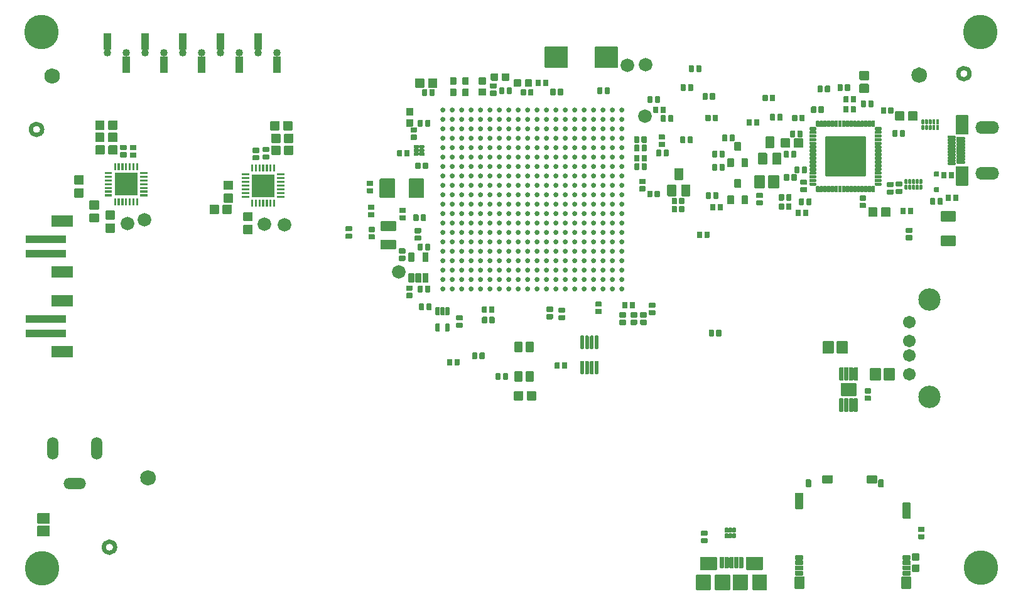
<source format=gbr>
%TF.GenerationSoftware,KiCad,Pcbnew,(5.1.10)-1*%
%TF.CreationDate,2022-03-17T16:17:32-06:00*%
%TF.ProjectId,BeagleBone_Black_Wireless,42656167-6c65-4426-9f6e-655f426c6163,rev?*%
%TF.SameCoordinates,Original*%
%TF.FileFunction,Soldermask,Top*%
%TF.FilePolarity,Negative*%
%FSLAX46Y46*%
G04 Gerber Fmt 4.6, Leading zero omitted, Abs format (unit mm)*
G04 Created by KiCad (PCBNEW (5.1.10)-1) date 2022-03-17 16:17:32*
%MOMM*%
%LPD*%
G01*
G04 APERTURE LIST*
%ADD10C,0.609600*%
%ADD11O,3.016000X1.508000*%
%ADD12O,1.508000X3.016000*%
%ADD13R,3.100000X3.100000*%
%ADD14R,3.000000X1.600000*%
%ADD15R,5.500000X1.000000*%
%ADD16R,1.020000X2.190000*%
%ADD17C,1.020000*%
%ADD18C,1.828800*%
%ADD19O,3.203200X1.703200*%
%ADD20C,3.011200*%
%ADD21C,1.711200*%
%ADD22C,4.648200*%
G04 APERTURE END LIST*
D10*
%TO.C,FUD6*%
X179262000Y-48075000D02*
G75*
G03*
X179262000Y-48075000I-762000J0D01*
G01*
%TO.C,FUD5*%
X54237000Y-55600000D02*
G75*
G03*
X54237000Y-55600000I-762000J0D01*
G01*
%TO.C,FUD4*%
X64062000Y-111925000D02*
G75*
G03*
X64062000Y-111925000I-762000J0D01*
G01*
%TO.C,FUD3*%
X56337000Y-48400000D02*
G75*
G03*
X56337000Y-48400000I-762000J0D01*
G01*
%TO.C,FUD2*%
X69262000Y-102575000D02*
G75*
G03*
X69262000Y-102575000I-762000J0D01*
G01*
%TO.C,FUD1*%
X173237000Y-48275000D02*
G75*
G03*
X173237000Y-48275000I-762000J0D01*
G01*
%TD*%
D11*
%TO.C,X4*%
X58618000Y-103328200D03*
D12*
X55618000Y-98628200D03*
X61618000Y-98628200D03*
%TD*%
D13*
%TO.C,U2*%
X65550000Y-62975000D03*
G36*
G01*
X67445000Y-61601900D02*
X67445000Y-61348100D01*
G75*
G02*
X67453100Y-61340000I8100J0D01*
G01*
X68396900Y-61340000D01*
G75*
G02*
X68405000Y-61348100I0J-8100D01*
G01*
X68405000Y-61601900D01*
G75*
G02*
X68396900Y-61610000I-8100J0D01*
G01*
X67453100Y-61610000D01*
G75*
G02*
X67445000Y-61601900I0J8100D01*
G01*
G37*
G36*
G01*
X67445000Y-62101900D02*
X67445000Y-61848100D01*
G75*
G02*
X67453100Y-61840000I8100J0D01*
G01*
X68396900Y-61840000D01*
G75*
G02*
X68405000Y-61848100I0J-8100D01*
G01*
X68405000Y-62101900D01*
G75*
G02*
X68396900Y-62110000I-8100J0D01*
G01*
X67453100Y-62110000D01*
G75*
G02*
X67445000Y-62101900I0J8100D01*
G01*
G37*
G36*
G01*
X67445000Y-62601900D02*
X67445000Y-62348100D01*
G75*
G02*
X67453100Y-62340000I8100J0D01*
G01*
X68396900Y-62340000D01*
G75*
G02*
X68405000Y-62348100I0J-8100D01*
G01*
X68405000Y-62601900D01*
G75*
G02*
X68396900Y-62610000I-8100J0D01*
G01*
X67453100Y-62610000D01*
G75*
G02*
X67445000Y-62601900I0J8100D01*
G01*
G37*
G36*
G01*
X67445000Y-63101900D02*
X67445000Y-62848100D01*
G75*
G02*
X67453100Y-62840000I8100J0D01*
G01*
X68396900Y-62840000D01*
G75*
G02*
X68405000Y-62848100I0J-8100D01*
G01*
X68405000Y-63101900D01*
G75*
G02*
X68396900Y-63110000I-8100J0D01*
G01*
X67453100Y-63110000D01*
G75*
G02*
X67445000Y-63101900I0J8100D01*
G01*
G37*
G36*
G01*
X67445000Y-63601900D02*
X67445000Y-63348100D01*
G75*
G02*
X67453100Y-63340000I8100J0D01*
G01*
X68396900Y-63340000D01*
G75*
G02*
X68405000Y-63348100I0J-8100D01*
G01*
X68405000Y-63601900D01*
G75*
G02*
X68396900Y-63610000I-8100J0D01*
G01*
X67453100Y-63610000D01*
G75*
G02*
X67445000Y-63601900I0J8100D01*
G01*
G37*
G36*
G01*
X67445000Y-64101900D02*
X67445000Y-63848100D01*
G75*
G02*
X67453100Y-63840000I8100J0D01*
G01*
X68396900Y-63840000D01*
G75*
G02*
X68405000Y-63848100I0J-8100D01*
G01*
X68405000Y-64101900D01*
G75*
G02*
X68396900Y-64110000I-8100J0D01*
G01*
X67453100Y-64110000D01*
G75*
G02*
X67445000Y-64101900I0J8100D01*
G01*
G37*
G36*
G01*
X67445000Y-64601900D02*
X67445000Y-64348100D01*
G75*
G02*
X67453100Y-64340000I8100J0D01*
G01*
X68396900Y-64340000D01*
G75*
G02*
X68405000Y-64348100I0J-8100D01*
G01*
X68405000Y-64601900D01*
G75*
G02*
X68396900Y-64610000I-8100J0D01*
G01*
X67453100Y-64610000D01*
G75*
G02*
X67445000Y-64601900I0J8100D01*
G01*
G37*
G36*
G01*
X62695000Y-64601900D02*
X62695000Y-64348100D01*
G75*
G02*
X62703100Y-64340000I8100J0D01*
G01*
X63646900Y-64340000D01*
G75*
G02*
X63655000Y-64348100I0J-8100D01*
G01*
X63655000Y-64601900D01*
G75*
G02*
X63646900Y-64610000I-8100J0D01*
G01*
X62703100Y-64610000D01*
G75*
G02*
X62695000Y-64601900I0J8100D01*
G01*
G37*
G36*
G01*
X62695000Y-64101900D02*
X62695000Y-63848100D01*
G75*
G02*
X62703100Y-63840000I8100J0D01*
G01*
X63646900Y-63840000D01*
G75*
G02*
X63655000Y-63848100I0J-8100D01*
G01*
X63655000Y-64101900D01*
G75*
G02*
X63646900Y-64110000I-8100J0D01*
G01*
X62703100Y-64110000D01*
G75*
G02*
X62695000Y-64101900I0J8100D01*
G01*
G37*
G36*
G01*
X62695000Y-63601900D02*
X62695000Y-63348100D01*
G75*
G02*
X62703100Y-63340000I8100J0D01*
G01*
X63646900Y-63340000D01*
G75*
G02*
X63655000Y-63348100I0J-8100D01*
G01*
X63655000Y-63601900D01*
G75*
G02*
X63646900Y-63610000I-8100J0D01*
G01*
X62703100Y-63610000D01*
G75*
G02*
X62695000Y-63601900I0J8100D01*
G01*
G37*
G36*
G01*
X62695000Y-63101900D02*
X62695000Y-62848100D01*
G75*
G02*
X62703100Y-62840000I8100J0D01*
G01*
X63646900Y-62840000D01*
G75*
G02*
X63655000Y-62848100I0J-8100D01*
G01*
X63655000Y-63101900D01*
G75*
G02*
X63646900Y-63110000I-8100J0D01*
G01*
X62703100Y-63110000D01*
G75*
G02*
X62695000Y-63101900I0J8100D01*
G01*
G37*
G36*
G01*
X62695000Y-62601900D02*
X62695000Y-62348100D01*
G75*
G02*
X62703100Y-62340000I8100J0D01*
G01*
X63646900Y-62340000D01*
G75*
G02*
X63655000Y-62348100I0J-8100D01*
G01*
X63655000Y-62601900D01*
G75*
G02*
X63646900Y-62610000I-8100J0D01*
G01*
X62703100Y-62610000D01*
G75*
G02*
X62695000Y-62601900I0J8100D01*
G01*
G37*
G36*
G01*
X62695000Y-62101900D02*
X62695000Y-61848100D01*
G75*
G02*
X62703100Y-61840000I8100J0D01*
G01*
X63646900Y-61840000D01*
G75*
G02*
X63655000Y-61848100I0J-8100D01*
G01*
X63655000Y-62101900D01*
G75*
G02*
X63646900Y-62110000I-8100J0D01*
G01*
X62703100Y-62110000D01*
G75*
G02*
X62695000Y-62101900I0J8100D01*
G01*
G37*
G36*
G01*
X62695000Y-61601900D02*
X62695000Y-61348100D01*
G75*
G02*
X62703100Y-61340000I8100J0D01*
G01*
X63646900Y-61340000D01*
G75*
G02*
X63655000Y-61348100I0J-8100D01*
G01*
X63655000Y-61601900D01*
G75*
G02*
X63646900Y-61610000I-8100J0D01*
G01*
X62703100Y-61610000D01*
G75*
G02*
X62695000Y-61601900I0J8100D01*
G01*
G37*
G36*
G01*
X64176900Y-61080000D02*
X63923100Y-61080000D01*
G75*
G02*
X63915000Y-61071900I0J8100D01*
G01*
X63915000Y-60128100D01*
G75*
G02*
X63923100Y-60120000I8100J0D01*
G01*
X64176900Y-60120000D01*
G75*
G02*
X64185000Y-60128100I0J-8100D01*
G01*
X64185000Y-61071900D01*
G75*
G02*
X64176900Y-61080000I-8100J0D01*
G01*
G37*
G36*
G01*
X64676900Y-61080000D02*
X64423100Y-61080000D01*
G75*
G02*
X64415000Y-61071900I0J8100D01*
G01*
X64415000Y-60128100D01*
G75*
G02*
X64423100Y-60120000I8100J0D01*
G01*
X64676900Y-60120000D01*
G75*
G02*
X64685000Y-60128100I0J-8100D01*
G01*
X64685000Y-61071900D01*
G75*
G02*
X64676900Y-61080000I-8100J0D01*
G01*
G37*
G36*
G01*
X65176900Y-61080000D02*
X64923100Y-61080000D01*
G75*
G02*
X64915000Y-61071900I0J8100D01*
G01*
X64915000Y-60128100D01*
G75*
G02*
X64923100Y-60120000I8100J0D01*
G01*
X65176900Y-60120000D01*
G75*
G02*
X65185000Y-60128100I0J-8100D01*
G01*
X65185000Y-61071900D01*
G75*
G02*
X65176900Y-61080000I-8100J0D01*
G01*
G37*
G36*
G01*
X65676900Y-61080000D02*
X65423100Y-61080000D01*
G75*
G02*
X65415000Y-61071900I0J8100D01*
G01*
X65415000Y-60128100D01*
G75*
G02*
X65423100Y-60120000I8100J0D01*
G01*
X65676900Y-60120000D01*
G75*
G02*
X65685000Y-60128100I0J-8100D01*
G01*
X65685000Y-61071900D01*
G75*
G02*
X65676900Y-61080000I-8100J0D01*
G01*
G37*
G36*
G01*
X66176900Y-61080000D02*
X65923100Y-61080000D01*
G75*
G02*
X65915000Y-61071900I0J8100D01*
G01*
X65915000Y-60128100D01*
G75*
G02*
X65923100Y-60120000I8100J0D01*
G01*
X66176900Y-60120000D01*
G75*
G02*
X66185000Y-60128100I0J-8100D01*
G01*
X66185000Y-61071900D01*
G75*
G02*
X66176900Y-61080000I-8100J0D01*
G01*
G37*
G36*
G01*
X66676900Y-61080000D02*
X66423100Y-61080000D01*
G75*
G02*
X66415000Y-61071900I0J8100D01*
G01*
X66415000Y-60128100D01*
G75*
G02*
X66423100Y-60120000I8100J0D01*
G01*
X66676900Y-60120000D01*
G75*
G02*
X66685000Y-60128100I0J-8100D01*
G01*
X66685000Y-61071900D01*
G75*
G02*
X66676900Y-61080000I-8100J0D01*
G01*
G37*
G36*
G01*
X67176900Y-61080000D02*
X66923100Y-61080000D01*
G75*
G02*
X66915000Y-61071900I0J8100D01*
G01*
X66915000Y-60128100D01*
G75*
G02*
X66923100Y-60120000I8100J0D01*
G01*
X67176900Y-60120000D01*
G75*
G02*
X67185000Y-60128100I0J-8100D01*
G01*
X67185000Y-61071900D01*
G75*
G02*
X67176900Y-61080000I-8100J0D01*
G01*
G37*
G36*
G01*
X67176900Y-65830000D02*
X66923100Y-65830000D01*
G75*
G02*
X66915000Y-65821900I0J8100D01*
G01*
X66915000Y-64878100D01*
G75*
G02*
X66923100Y-64870000I8100J0D01*
G01*
X67176900Y-64870000D01*
G75*
G02*
X67185000Y-64878100I0J-8100D01*
G01*
X67185000Y-65821900D01*
G75*
G02*
X67176900Y-65830000I-8100J0D01*
G01*
G37*
G36*
G01*
X66676900Y-65830000D02*
X66423100Y-65830000D01*
G75*
G02*
X66415000Y-65821900I0J8100D01*
G01*
X66415000Y-64878100D01*
G75*
G02*
X66423100Y-64870000I8100J0D01*
G01*
X66676900Y-64870000D01*
G75*
G02*
X66685000Y-64878100I0J-8100D01*
G01*
X66685000Y-65821900D01*
G75*
G02*
X66676900Y-65830000I-8100J0D01*
G01*
G37*
G36*
G01*
X66176900Y-65830000D02*
X65923100Y-65830000D01*
G75*
G02*
X65915000Y-65821900I0J8100D01*
G01*
X65915000Y-64878100D01*
G75*
G02*
X65923100Y-64870000I8100J0D01*
G01*
X66176900Y-64870000D01*
G75*
G02*
X66185000Y-64878100I0J-8100D01*
G01*
X66185000Y-65821900D01*
G75*
G02*
X66176900Y-65830000I-8100J0D01*
G01*
G37*
G36*
G01*
X65676900Y-65830000D02*
X65423100Y-65830000D01*
G75*
G02*
X65415000Y-65821900I0J8100D01*
G01*
X65415000Y-64878100D01*
G75*
G02*
X65423100Y-64870000I8100J0D01*
G01*
X65676900Y-64870000D01*
G75*
G02*
X65685000Y-64878100I0J-8100D01*
G01*
X65685000Y-65821900D01*
G75*
G02*
X65676900Y-65830000I-8100J0D01*
G01*
G37*
G36*
G01*
X65176900Y-65830000D02*
X64923100Y-65830000D01*
G75*
G02*
X64915000Y-65821900I0J8100D01*
G01*
X64915000Y-64878100D01*
G75*
G02*
X64923100Y-64870000I8100J0D01*
G01*
X65176900Y-64870000D01*
G75*
G02*
X65185000Y-64878100I0J-8100D01*
G01*
X65185000Y-65821900D01*
G75*
G02*
X65176900Y-65830000I-8100J0D01*
G01*
G37*
G36*
G01*
X64676900Y-65830000D02*
X64423100Y-65830000D01*
G75*
G02*
X64415000Y-65821900I0J8100D01*
G01*
X64415000Y-64878100D01*
G75*
G02*
X64423100Y-64870000I8100J0D01*
G01*
X64676900Y-64870000D01*
G75*
G02*
X64685000Y-64878100I0J-8100D01*
G01*
X64685000Y-65821900D01*
G75*
G02*
X64676900Y-65830000I-8100J0D01*
G01*
G37*
G36*
G01*
X64176900Y-65830000D02*
X63923100Y-65830000D01*
G75*
G02*
X63915000Y-65821900I0J8100D01*
G01*
X63915000Y-64878100D01*
G75*
G02*
X63923100Y-64870000I8100J0D01*
G01*
X64176900Y-64870000D01*
G75*
G02*
X64185000Y-64878100I0J-8100D01*
G01*
X64185000Y-65821900D01*
G75*
G02*
X64176900Y-65830000I-8100J0D01*
G01*
G37*
%TD*%
%TO.C,U1*%
X84025000Y-63175000D03*
G36*
G01*
X85920000Y-61801900D02*
X85920000Y-61548100D01*
G75*
G02*
X85928100Y-61540000I8100J0D01*
G01*
X86871900Y-61540000D01*
G75*
G02*
X86880000Y-61548100I0J-8100D01*
G01*
X86880000Y-61801900D01*
G75*
G02*
X86871900Y-61810000I-8100J0D01*
G01*
X85928100Y-61810000D01*
G75*
G02*
X85920000Y-61801900I0J8100D01*
G01*
G37*
G36*
G01*
X85920000Y-62301900D02*
X85920000Y-62048100D01*
G75*
G02*
X85928100Y-62040000I8100J0D01*
G01*
X86871900Y-62040000D01*
G75*
G02*
X86880000Y-62048100I0J-8100D01*
G01*
X86880000Y-62301900D01*
G75*
G02*
X86871900Y-62310000I-8100J0D01*
G01*
X85928100Y-62310000D01*
G75*
G02*
X85920000Y-62301900I0J8100D01*
G01*
G37*
G36*
G01*
X85920000Y-62801900D02*
X85920000Y-62548100D01*
G75*
G02*
X85928100Y-62540000I8100J0D01*
G01*
X86871900Y-62540000D01*
G75*
G02*
X86880000Y-62548100I0J-8100D01*
G01*
X86880000Y-62801900D01*
G75*
G02*
X86871900Y-62810000I-8100J0D01*
G01*
X85928100Y-62810000D01*
G75*
G02*
X85920000Y-62801900I0J8100D01*
G01*
G37*
G36*
G01*
X85920000Y-63301900D02*
X85920000Y-63048100D01*
G75*
G02*
X85928100Y-63040000I8100J0D01*
G01*
X86871900Y-63040000D01*
G75*
G02*
X86880000Y-63048100I0J-8100D01*
G01*
X86880000Y-63301900D01*
G75*
G02*
X86871900Y-63310000I-8100J0D01*
G01*
X85928100Y-63310000D01*
G75*
G02*
X85920000Y-63301900I0J8100D01*
G01*
G37*
G36*
G01*
X85920000Y-63801900D02*
X85920000Y-63548100D01*
G75*
G02*
X85928100Y-63540000I8100J0D01*
G01*
X86871900Y-63540000D01*
G75*
G02*
X86880000Y-63548100I0J-8100D01*
G01*
X86880000Y-63801900D01*
G75*
G02*
X86871900Y-63810000I-8100J0D01*
G01*
X85928100Y-63810000D01*
G75*
G02*
X85920000Y-63801900I0J8100D01*
G01*
G37*
G36*
G01*
X85920000Y-64301900D02*
X85920000Y-64048100D01*
G75*
G02*
X85928100Y-64040000I8100J0D01*
G01*
X86871900Y-64040000D01*
G75*
G02*
X86880000Y-64048100I0J-8100D01*
G01*
X86880000Y-64301900D01*
G75*
G02*
X86871900Y-64310000I-8100J0D01*
G01*
X85928100Y-64310000D01*
G75*
G02*
X85920000Y-64301900I0J8100D01*
G01*
G37*
G36*
G01*
X85920000Y-64801900D02*
X85920000Y-64548100D01*
G75*
G02*
X85928100Y-64540000I8100J0D01*
G01*
X86871900Y-64540000D01*
G75*
G02*
X86880000Y-64548100I0J-8100D01*
G01*
X86880000Y-64801900D01*
G75*
G02*
X86871900Y-64810000I-8100J0D01*
G01*
X85928100Y-64810000D01*
G75*
G02*
X85920000Y-64801900I0J8100D01*
G01*
G37*
G36*
G01*
X81170000Y-64801900D02*
X81170000Y-64548100D01*
G75*
G02*
X81178100Y-64540000I8100J0D01*
G01*
X82121900Y-64540000D01*
G75*
G02*
X82130000Y-64548100I0J-8100D01*
G01*
X82130000Y-64801900D01*
G75*
G02*
X82121900Y-64810000I-8100J0D01*
G01*
X81178100Y-64810000D01*
G75*
G02*
X81170000Y-64801900I0J8100D01*
G01*
G37*
G36*
G01*
X81170000Y-64301900D02*
X81170000Y-64048100D01*
G75*
G02*
X81178100Y-64040000I8100J0D01*
G01*
X82121900Y-64040000D01*
G75*
G02*
X82130000Y-64048100I0J-8100D01*
G01*
X82130000Y-64301900D01*
G75*
G02*
X82121900Y-64310000I-8100J0D01*
G01*
X81178100Y-64310000D01*
G75*
G02*
X81170000Y-64301900I0J8100D01*
G01*
G37*
G36*
G01*
X81170000Y-63801900D02*
X81170000Y-63548100D01*
G75*
G02*
X81178100Y-63540000I8100J0D01*
G01*
X82121900Y-63540000D01*
G75*
G02*
X82130000Y-63548100I0J-8100D01*
G01*
X82130000Y-63801900D01*
G75*
G02*
X82121900Y-63810000I-8100J0D01*
G01*
X81178100Y-63810000D01*
G75*
G02*
X81170000Y-63801900I0J8100D01*
G01*
G37*
G36*
G01*
X81170000Y-63301900D02*
X81170000Y-63048100D01*
G75*
G02*
X81178100Y-63040000I8100J0D01*
G01*
X82121900Y-63040000D01*
G75*
G02*
X82130000Y-63048100I0J-8100D01*
G01*
X82130000Y-63301900D01*
G75*
G02*
X82121900Y-63310000I-8100J0D01*
G01*
X81178100Y-63310000D01*
G75*
G02*
X81170000Y-63301900I0J8100D01*
G01*
G37*
G36*
G01*
X81170000Y-62801900D02*
X81170000Y-62548100D01*
G75*
G02*
X81178100Y-62540000I8100J0D01*
G01*
X82121900Y-62540000D01*
G75*
G02*
X82130000Y-62548100I0J-8100D01*
G01*
X82130000Y-62801900D01*
G75*
G02*
X82121900Y-62810000I-8100J0D01*
G01*
X81178100Y-62810000D01*
G75*
G02*
X81170000Y-62801900I0J8100D01*
G01*
G37*
G36*
G01*
X81170000Y-62301900D02*
X81170000Y-62048100D01*
G75*
G02*
X81178100Y-62040000I8100J0D01*
G01*
X82121900Y-62040000D01*
G75*
G02*
X82130000Y-62048100I0J-8100D01*
G01*
X82130000Y-62301900D01*
G75*
G02*
X82121900Y-62310000I-8100J0D01*
G01*
X81178100Y-62310000D01*
G75*
G02*
X81170000Y-62301900I0J8100D01*
G01*
G37*
G36*
G01*
X81170000Y-61801900D02*
X81170000Y-61548100D01*
G75*
G02*
X81178100Y-61540000I8100J0D01*
G01*
X82121900Y-61540000D01*
G75*
G02*
X82130000Y-61548100I0J-8100D01*
G01*
X82130000Y-61801900D01*
G75*
G02*
X82121900Y-61810000I-8100J0D01*
G01*
X81178100Y-61810000D01*
G75*
G02*
X81170000Y-61801900I0J8100D01*
G01*
G37*
G36*
G01*
X82651900Y-61280000D02*
X82398100Y-61280000D01*
G75*
G02*
X82390000Y-61271900I0J8100D01*
G01*
X82390000Y-60328100D01*
G75*
G02*
X82398100Y-60320000I8100J0D01*
G01*
X82651900Y-60320000D01*
G75*
G02*
X82660000Y-60328100I0J-8100D01*
G01*
X82660000Y-61271900D01*
G75*
G02*
X82651900Y-61280000I-8100J0D01*
G01*
G37*
G36*
G01*
X83151900Y-61280000D02*
X82898100Y-61280000D01*
G75*
G02*
X82890000Y-61271900I0J8100D01*
G01*
X82890000Y-60328100D01*
G75*
G02*
X82898100Y-60320000I8100J0D01*
G01*
X83151900Y-60320000D01*
G75*
G02*
X83160000Y-60328100I0J-8100D01*
G01*
X83160000Y-61271900D01*
G75*
G02*
X83151900Y-61280000I-8100J0D01*
G01*
G37*
G36*
G01*
X83651900Y-61280000D02*
X83398100Y-61280000D01*
G75*
G02*
X83390000Y-61271900I0J8100D01*
G01*
X83390000Y-60328100D01*
G75*
G02*
X83398100Y-60320000I8100J0D01*
G01*
X83651900Y-60320000D01*
G75*
G02*
X83660000Y-60328100I0J-8100D01*
G01*
X83660000Y-61271900D01*
G75*
G02*
X83651900Y-61280000I-8100J0D01*
G01*
G37*
G36*
G01*
X84151900Y-61280000D02*
X83898100Y-61280000D01*
G75*
G02*
X83890000Y-61271900I0J8100D01*
G01*
X83890000Y-60328100D01*
G75*
G02*
X83898100Y-60320000I8100J0D01*
G01*
X84151900Y-60320000D01*
G75*
G02*
X84160000Y-60328100I0J-8100D01*
G01*
X84160000Y-61271900D01*
G75*
G02*
X84151900Y-61280000I-8100J0D01*
G01*
G37*
G36*
G01*
X84651900Y-61280000D02*
X84398100Y-61280000D01*
G75*
G02*
X84390000Y-61271900I0J8100D01*
G01*
X84390000Y-60328100D01*
G75*
G02*
X84398100Y-60320000I8100J0D01*
G01*
X84651900Y-60320000D01*
G75*
G02*
X84660000Y-60328100I0J-8100D01*
G01*
X84660000Y-61271900D01*
G75*
G02*
X84651900Y-61280000I-8100J0D01*
G01*
G37*
G36*
G01*
X85151900Y-61280000D02*
X84898100Y-61280000D01*
G75*
G02*
X84890000Y-61271900I0J8100D01*
G01*
X84890000Y-60328100D01*
G75*
G02*
X84898100Y-60320000I8100J0D01*
G01*
X85151900Y-60320000D01*
G75*
G02*
X85160000Y-60328100I0J-8100D01*
G01*
X85160000Y-61271900D01*
G75*
G02*
X85151900Y-61280000I-8100J0D01*
G01*
G37*
G36*
G01*
X85651900Y-61280000D02*
X85398100Y-61280000D01*
G75*
G02*
X85390000Y-61271900I0J8100D01*
G01*
X85390000Y-60328100D01*
G75*
G02*
X85398100Y-60320000I8100J0D01*
G01*
X85651900Y-60320000D01*
G75*
G02*
X85660000Y-60328100I0J-8100D01*
G01*
X85660000Y-61271900D01*
G75*
G02*
X85651900Y-61280000I-8100J0D01*
G01*
G37*
G36*
G01*
X85651900Y-66030000D02*
X85398100Y-66030000D01*
G75*
G02*
X85390000Y-66021900I0J8100D01*
G01*
X85390000Y-65078100D01*
G75*
G02*
X85398100Y-65070000I8100J0D01*
G01*
X85651900Y-65070000D01*
G75*
G02*
X85660000Y-65078100I0J-8100D01*
G01*
X85660000Y-66021900D01*
G75*
G02*
X85651900Y-66030000I-8100J0D01*
G01*
G37*
G36*
G01*
X85151900Y-66030000D02*
X84898100Y-66030000D01*
G75*
G02*
X84890000Y-66021900I0J8100D01*
G01*
X84890000Y-65078100D01*
G75*
G02*
X84898100Y-65070000I8100J0D01*
G01*
X85151900Y-65070000D01*
G75*
G02*
X85160000Y-65078100I0J-8100D01*
G01*
X85160000Y-66021900D01*
G75*
G02*
X85151900Y-66030000I-8100J0D01*
G01*
G37*
G36*
G01*
X84651900Y-66030000D02*
X84398100Y-66030000D01*
G75*
G02*
X84390000Y-66021900I0J8100D01*
G01*
X84390000Y-65078100D01*
G75*
G02*
X84398100Y-65070000I8100J0D01*
G01*
X84651900Y-65070000D01*
G75*
G02*
X84660000Y-65078100I0J-8100D01*
G01*
X84660000Y-66021900D01*
G75*
G02*
X84651900Y-66030000I-8100J0D01*
G01*
G37*
G36*
G01*
X84151900Y-66030000D02*
X83898100Y-66030000D01*
G75*
G02*
X83890000Y-66021900I0J8100D01*
G01*
X83890000Y-65078100D01*
G75*
G02*
X83898100Y-65070000I8100J0D01*
G01*
X84151900Y-65070000D01*
G75*
G02*
X84160000Y-65078100I0J-8100D01*
G01*
X84160000Y-66021900D01*
G75*
G02*
X84151900Y-66030000I-8100J0D01*
G01*
G37*
G36*
G01*
X83651900Y-66030000D02*
X83398100Y-66030000D01*
G75*
G02*
X83390000Y-66021900I0J8100D01*
G01*
X83390000Y-65078100D01*
G75*
G02*
X83398100Y-65070000I8100J0D01*
G01*
X83651900Y-65070000D01*
G75*
G02*
X83660000Y-65078100I0J-8100D01*
G01*
X83660000Y-66021900D01*
G75*
G02*
X83651900Y-66030000I-8100J0D01*
G01*
G37*
G36*
G01*
X83151900Y-66030000D02*
X82898100Y-66030000D01*
G75*
G02*
X82890000Y-66021900I0J8100D01*
G01*
X82890000Y-65078100D01*
G75*
G02*
X82898100Y-65070000I8100J0D01*
G01*
X83151900Y-65070000D01*
G75*
G02*
X83160000Y-65078100I0J-8100D01*
G01*
X83160000Y-66021900D01*
G75*
G02*
X83151900Y-66030000I-8100J0D01*
G01*
G37*
G36*
G01*
X82651900Y-66030000D02*
X82398100Y-66030000D01*
G75*
G02*
X82390000Y-66021900I0J8100D01*
G01*
X82390000Y-65078100D01*
G75*
G02*
X82398100Y-65070000I8100J0D01*
G01*
X82651900Y-65070000D01*
G75*
G02*
X82660000Y-65078100I0J-8100D01*
G01*
X82660000Y-66021900D01*
G75*
G02*
X82651900Y-66030000I-8100J0D01*
G01*
G37*
%TD*%
D14*
%TO.C,P2*%
X56950000Y-78725000D03*
X56950000Y-85525000D03*
D15*
X54700000Y-83125000D03*
X54700000Y-81125000D03*
%TD*%
D14*
%TO.C,P1*%
X56950000Y-67975000D03*
X56950000Y-74775000D03*
D15*
X54700000Y-72375000D03*
X54700000Y-70375000D03*
%TD*%
D16*
%TO.C,J3*%
X65560000Y-46905000D03*
X70640000Y-46905000D03*
X75720000Y-46905000D03*
X80800000Y-46905000D03*
X85880000Y-46905000D03*
X83340000Y-43695000D03*
X78260000Y-43695000D03*
X73180000Y-43695000D03*
X68100000Y-43695000D03*
X63020000Y-43695000D03*
D17*
X63020000Y-45300000D03*
X65560000Y-45300000D03*
X68100000Y-45300000D03*
X70640000Y-45300000D03*
X73180000Y-45300000D03*
X85880000Y-45300000D03*
X83340000Y-45300000D03*
X80800000Y-45300000D03*
X78260000Y-45300000D03*
X75720000Y-45300000D03*
%TD*%
%TO.C,R6*%
G36*
G01*
X65525000Y-58376600D02*
X64825000Y-58376600D01*
G75*
G02*
X64723400Y-58275000I0J101600D01*
G01*
X64723400Y-57775000D01*
G75*
G02*
X64825000Y-57673400I101600J0D01*
G01*
X65525000Y-57673400D01*
G75*
G02*
X65626600Y-57775000I0J-101600D01*
G01*
X65626600Y-58275000D01*
G75*
G02*
X65525000Y-58376600I-101600J0D01*
G01*
G37*
G36*
G01*
X65525000Y-59376600D02*
X64825000Y-59376600D01*
G75*
G02*
X64723400Y-59275000I0J101600D01*
G01*
X64723400Y-58775000D01*
G75*
G02*
X64825000Y-58673400I101600J0D01*
G01*
X65525000Y-58673400D01*
G75*
G02*
X65626600Y-58775000I0J-101600D01*
G01*
X65626600Y-59275000D01*
G75*
G02*
X65525000Y-59376600I-101600J0D01*
G01*
G37*
%TD*%
%TO.C,R5*%
G36*
G01*
X66850000Y-58401600D02*
X66150000Y-58401600D01*
G75*
G02*
X66048400Y-58300000I0J101600D01*
G01*
X66048400Y-57800000D01*
G75*
G02*
X66150000Y-57698400I101600J0D01*
G01*
X66850000Y-57698400D01*
G75*
G02*
X66951600Y-57800000I0J-101600D01*
G01*
X66951600Y-58300000D01*
G75*
G02*
X66850000Y-58401600I-101600J0D01*
G01*
G37*
G36*
G01*
X66850000Y-59401600D02*
X66150000Y-59401600D01*
G75*
G02*
X66048400Y-59300000I0J101600D01*
G01*
X66048400Y-58800000D01*
G75*
G02*
X66150000Y-58698400I101600J0D01*
G01*
X66850000Y-58698400D01*
G75*
G02*
X66951600Y-58800000I0J-101600D01*
G01*
X66951600Y-59300000D01*
G75*
G02*
X66850000Y-59401600I-101600J0D01*
G01*
G37*
%TD*%
%TO.C,R2*%
G36*
G01*
X83375000Y-58776600D02*
X82675000Y-58776600D01*
G75*
G02*
X82573400Y-58675000I0J101600D01*
G01*
X82573400Y-58175000D01*
G75*
G02*
X82675000Y-58073400I101600J0D01*
G01*
X83375000Y-58073400D01*
G75*
G02*
X83476600Y-58175000I0J-101600D01*
G01*
X83476600Y-58675000D01*
G75*
G02*
X83375000Y-58776600I-101600J0D01*
G01*
G37*
G36*
G01*
X83375000Y-59776600D02*
X82675000Y-59776600D01*
G75*
G02*
X82573400Y-59675000I0J101600D01*
G01*
X82573400Y-59175000D01*
G75*
G02*
X82675000Y-59073400I101600J0D01*
G01*
X83375000Y-59073400D01*
G75*
G02*
X83476600Y-59175000I0J-101600D01*
G01*
X83476600Y-59675000D01*
G75*
G02*
X83375000Y-59776600I-101600J0D01*
G01*
G37*
%TD*%
%TO.C,R1*%
G36*
G01*
X84750000Y-58651600D02*
X84050000Y-58651600D01*
G75*
G02*
X83948400Y-58550000I0J101600D01*
G01*
X83948400Y-58050000D01*
G75*
G02*
X84050000Y-57948400I101600J0D01*
G01*
X84750000Y-57948400D01*
G75*
G02*
X84851600Y-58050000I0J-101600D01*
G01*
X84851600Y-58550000D01*
G75*
G02*
X84750000Y-58651600I-101600J0D01*
G01*
G37*
G36*
G01*
X84750000Y-59651600D02*
X84050000Y-59651600D01*
G75*
G02*
X83948400Y-59550000I0J101600D01*
G01*
X83948400Y-59050000D01*
G75*
G02*
X84050000Y-58948400I101600J0D01*
G01*
X84750000Y-58948400D01*
G75*
G02*
X84851600Y-59050000I0J-101600D01*
G01*
X84851600Y-59550000D01*
G75*
G02*
X84750000Y-59651600I-101600J0D01*
G01*
G37*
%TD*%
%TO.C,C41*%
G36*
G01*
X86226600Y-54560000D02*
X86226600Y-55640000D01*
G75*
G02*
X86125000Y-55741600I-101600J0D01*
G01*
X85075000Y-55741600D01*
G75*
G02*
X84973400Y-55640000I0J101600D01*
G01*
X84973400Y-54560000D01*
G75*
G02*
X85075000Y-54458400I101600J0D01*
G01*
X86125000Y-54458400D01*
G75*
G02*
X86226600Y-54560000I0J-101600D01*
G01*
G37*
G36*
G01*
X87976600Y-54560000D02*
X87976600Y-55640000D01*
G75*
G02*
X87875000Y-55741600I-101600J0D01*
G01*
X86825000Y-55741600D01*
G75*
G02*
X86723400Y-55640000I0J101600D01*
G01*
X86723400Y-54560000D01*
G75*
G02*
X86825000Y-54458400I101600J0D01*
G01*
X87875000Y-54458400D01*
G75*
G02*
X87976600Y-54560000I0J-101600D01*
G01*
G37*
%TD*%
%TO.C,C40*%
G36*
G01*
X63148400Y-58915000D02*
X63148400Y-57835000D01*
G75*
G02*
X63250000Y-57733400I101600J0D01*
G01*
X64300000Y-57733400D01*
G75*
G02*
X64401600Y-57835000I0J-101600D01*
G01*
X64401600Y-58915000D01*
G75*
G02*
X64300000Y-59016600I-101600J0D01*
G01*
X63250000Y-59016600D01*
G75*
G02*
X63148400Y-58915000I0J101600D01*
G01*
G37*
G36*
G01*
X61398400Y-58915000D02*
X61398400Y-57835000D01*
G75*
G02*
X61500000Y-57733400I101600J0D01*
G01*
X62550000Y-57733400D01*
G75*
G02*
X62651600Y-57835000I0J-101600D01*
G01*
X62651600Y-58915000D01*
G75*
G02*
X62550000Y-59016600I-101600J0D01*
G01*
X61500000Y-59016600D01*
G75*
G02*
X61398400Y-58915000I0J101600D01*
G01*
G37*
%TD*%
%TO.C,C39*%
G36*
G01*
X86351600Y-56260000D02*
X86351600Y-57340000D01*
G75*
G02*
X86250000Y-57441600I-101600J0D01*
G01*
X85200000Y-57441600D01*
G75*
G02*
X85098400Y-57340000I0J101600D01*
G01*
X85098400Y-56260000D01*
G75*
G02*
X85200000Y-56158400I101600J0D01*
G01*
X86250000Y-56158400D01*
G75*
G02*
X86351600Y-56260000I0J-101600D01*
G01*
G37*
G36*
G01*
X88101600Y-56260000D02*
X88101600Y-57340000D01*
G75*
G02*
X88000000Y-57441600I-101600J0D01*
G01*
X86950000Y-57441600D01*
G75*
G02*
X86848400Y-57340000I0J101600D01*
G01*
X86848400Y-56260000D01*
G75*
G02*
X86950000Y-56158400I101600J0D01*
G01*
X88000000Y-56158400D01*
G75*
G02*
X88101600Y-56260000I0J-101600D01*
G01*
G37*
%TD*%
%TO.C,C37*%
G36*
G01*
X58660000Y-63523400D02*
X59740000Y-63523400D01*
G75*
G02*
X59841600Y-63625000I0J-101600D01*
G01*
X59841600Y-64675000D01*
G75*
G02*
X59740000Y-64776600I-101600J0D01*
G01*
X58660000Y-64776600D01*
G75*
G02*
X58558400Y-64675000I0J101600D01*
G01*
X58558400Y-63625000D01*
G75*
G02*
X58660000Y-63523400I101600J0D01*
G01*
G37*
G36*
G01*
X58660000Y-61773400D02*
X59740000Y-61773400D01*
G75*
G02*
X59841600Y-61875000I0J-101600D01*
G01*
X59841600Y-62925000D01*
G75*
G02*
X59740000Y-63026600I-101600J0D01*
G01*
X58660000Y-63026600D01*
G75*
G02*
X58558400Y-62925000I0J101600D01*
G01*
X58558400Y-61875000D01*
G75*
G02*
X58660000Y-61773400I101600J0D01*
G01*
G37*
%TD*%
%TO.C,C36*%
G36*
G01*
X61790000Y-66401600D02*
X60710000Y-66401600D01*
G75*
G02*
X60608400Y-66300000I0J101600D01*
G01*
X60608400Y-65250000D01*
G75*
G02*
X60710000Y-65148400I101600J0D01*
G01*
X61790000Y-65148400D01*
G75*
G02*
X61891600Y-65250000I0J-101600D01*
G01*
X61891600Y-66300000D01*
G75*
G02*
X61790000Y-66401600I-101600J0D01*
G01*
G37*
G36*
G01*
X61790000Y-68151600D02*
X60710000Y-68151600D01*
G75*
G02*
X60608400Y-68050000I0J101600D01*
G01*
X60608400Y-67000000D01*
G75*
G02*
X60710000Y-66898400I101600J0D01*
G01*
X61790000Y-66898400D01*
G75*
G02*
X61891600Y-67000000I0J-101600D01*
G01*
X61891600Y-68050000D01*
G75*
G02*
X61790000Y-68151600I-101600J0D01*
G01*
G37*
%TD*%
%TO.C,C35*%
G36*
G01*
X63940000Y-67776600D02*
X62860000Y-67776600D01*
G75*
G02*
X62758400Y-67675000I0J101600D01*
G01*
X62758400Y-66625000D01*
G75*
G02*
X62860000Y-66523400I101600J0D01*
G01*
X63940000Y-66523400D01*
G75*
G02*
X64041600Y-66625000I0J-101600D01*
G01*
X64041600Y-67675000D01*
G75*
G02*
X63940000Y-67776600I-101600J0D01*
G01*
G37*
G36*
G01*
X63940000Y-69526600D02*
X62860000Y-69526600D01*
G75*
G02*
X62758400Y-69425000I0J101600D01*
G01*
X62758400Y-68375000D01*
G75*
G02*
X62860000Y-68273400I101600J0D01*
G01*
X63940000Y-68273400D01*
G75*
G02*
X64041600Y-68375000I0J-101600D01*
G01*
X64041600Y-69425000D01*
G75*
G02*
X63940000Y-69526600I-101600J0D01*
G01*
G37*
%TD*%
%TO.C,C27*%
G36*
G01*
X63123400Y-55565000D02*
X63123400Y-54485000D01*
G75*
G02*
X63225000Y-54383400I101600J0D01*
G01*
X64275000Y-54383400D01*
G75*
G02*
X64376600Y-54485000I0J-101600D01*
G01*
X64376600Y-55565000D01*
G75*
G02*
X64275000Y-55666600I-101600J0D01*
G01*
X63225000Y-55666600D01*
G75*
G02*
X63123400Y-55565000I0J101600D01*
G01*
G37*
G36*
G01*
X61373400Y-55565000D02*
X61373400Y-54485000D01*
G75*
G02*
X61475000Y-54383400I101600J0D01*
G01*
X62525000Y-54383400D01*
G75*
G02*
X62626600Y-54485000I0J-101600D01*
G01*
X62626600Y-55565000D01*
G75*
G02*
X62525000Y-55666600I-101600J0D01*
G01*
X61475000Y-55666600D01*
G75*
G02*
X61373400Y-55565000I0J101600D01*
G01*
G37*
%TD*%
%TO.C,C24*%
G36*
G01*
X63123400Y-57215000D02*
X63123400Y-56135000D01*
G75*
G02*
X63225000Y-56033400I101600J0D01*
G01*
X64275000Y-56033400D01*
G75*
G02*
X64376600Y-56135000I0J-101600D01*
G01*
X64376600Y-57215000D01*
G75*
G02*
X64275000Y-57316600I-101600J0D01*
G01*
X63225000Y-57316600D01*
G75*
G02*
X63123400Y-57215000I0J101600D01*
G01*
G37*
G36*
G01*
X61373400Y-57215000D02*
X61373400Y-56135000D01*
G75*
G02*
X61475000Y-56033400I101600J0D01*
G01*
X62525000Y-56033400D01*
G75*
G02*
X62626600Y-56135000I0J-101600D01*
G01*
X62626600Y-57215000D01*
G75*
G02*
X62525000Y-57316600I-101600J0D01*
G01*
X61475000Y-57316600D01*
G75*
G02*
X61373400Y-57215000I0J101600D01*
G01*
G37*
%TD*%
%TO.C,C21*%
G36*
G01*
X86351600Y-57860000D02*
X86351600Y-58940000D01*
G75*
G02*
X86250000Y-59041600I-101600J0D01*
G01*
X85200000Y-59041600D01*
G75*
G02*
X85098400Y-58940000I0J101600D01*
G01*
X85098400Y-57860000D01*
G75*
G02*
X85200000Y-57758400I101600J0D01*
G01*
X86250000Y-57758400D01*
G75*
G02*
X86351600Y-57860000I0J-101600D01*
G01*
G37*
G36*
G01*
X88101600Y-57860000D02*
X88101600Y-58940000D01*
G75*
G02*
X88000000Y-59041600I-101600J0D01*
G01*
X86950000Y-59041600D01*
G75*
G02*
X86848400Y-58940000I0J101600D01*
G01*
X86848400Y-57860000D01*
G75*
G02*
X86950000Y-57758400I101600J0D01*
G01*
X88000000Y-57758400D01*
G75*
G02*
X88101600Y-57860000I0J-101600D01*
G01*
G37*
%TD*%
%TO.C,C17*%
G36*
G01*
X78548400Y-66915000D02*
X78548400Y-65835000D01*
G75*
G02*
X78650000Y-65733400I101600J0D01*
G01*
X79700000Y-65733400D01*
G75*
G02*
X79801600Y-65835000I0J-101600D01*
G01*
X79801600Y-66915000D01*
G75*
G02*
X79700000Y-67016600I-101600J0D01*
G01*
X78650000Y-67016600D01*
G75*
G02*
X78548400Y-66915000I0J101600D01*
G01*
G37*
G36*
G01*
X76798400Y-66915000D02*
X76798400Y-65835000D01*
G75*
G02*
X76900000Y-65733400I101600J0D01*
G01*
X77950000Y-65733400D01*
G75*
G02*
X78051600Y-65835000I0J-101600D01*
G01*
X78051600Y-66915000D01*
G75*
G02*
X77950000Y-67016600I-101600J0D01*
G01*
X76900000Y-67016600D01*
G75*
G02*
X76798400Y-66915000I0J101600D01*
G01*
G37*
%TD*%
%TO.C,C15*%
G36*
G01*
X82515000Y-67976600D02*
X81435000Y-67976600D01*
G75*
G02*
X81333400Y-67875000I0J101600D01*
G01*
X81333400Y-66825000D01*
G75*
G02*
X81435000Y-66723400I101600J0D01*
G01*
X82515000Y-66723400D01*
G75*
G02*
X82616600Y-66825000I0J-101600D01*
G01*
X82616600Y-67875000D01*
G75*
G02*
X82515000Y-67976600I-101600J0D01*
G01*
G37*
G36*
G01*
X82515000Y-69726600D02*
X81435000Y-69726600D01*
G75*
G02*
X81333400Y-69625000I0J101600D01*
G01*
X81333400Y-68575000D01*
G75*
G02*
X81435000Y-68473400I101600J0D01*
G01*
X82515000Y-68473400D01*
G75*
G02*
X82616600Y-68575000I0J-101600D01*
G01*
X82616600Y-69625000D01*
G75*
G02*
X82515000Y-69726600I-101600J0D01*
G01*
G37*
%TD*%
%TO.C,C19*%
G36*
G01*
X78785000Y-64248400D02*
X79865000Y-64248400D01*
G75*
G02*
X79966600Y-64350000I0J-101600D01*
G01*
X79966600Y-65400000D01*
G75*
G02*
X79865000Y-65501600I-101600J0D01*
G01*
X78785000Y-65501600D01*
G75*
G02*
X78683400Y-65400000I0J101600D01*
G01*
X78683400Y-64350000D01*
G75*
G02*
X78785000Y-64248400I101600J0D01*
G01*
G37*
G36*
G01*
X78785000Y-62498400D02*
X79865000Y-62498400D01*
G75*
G02*
X79966600Y-62600000I0J-101600D01*
G01*
X79966600Y-63650000D01*
G75*
G02*
X79865000Y-63751600I-101600J0D01*
G01*
X78785000Y-63751600D01*
G75*
G02*
X78683400Y-63650000I0J101600D01*
G01*
X78683400Y-62600000D01*
G75*
G02*
X78785000Y-62498400I101600J0D01*
G01*
G37*
%TD*%
D18*
%TO.C,TP2*%
X86900000Y-68425000D03*
%TD*%
%TO.C,TP1*%
X84150000Y-68350000D03*
%TD*%
%TO.C,TP3*%
X65700000Y-68325000D03*
%TD*%
%TO.C,TP4*%
X68000000Y-67775000D03*
%TD*%
%TO.C,IC1*%
G36*
G01*
X108254800Y-77466000D02*
X108254800Y-77466000D01*
G75*
G02*
X107903200Y-77114400I0J351600D01*
G01*
X107903200Y-77114400D01*
G75*
G02*
X108254800Y-76762800I351600J0D01*
G01*
X108254800Y-76762800D01*
G75*
G02*
X108606400Y-77114400I0J-351600D01*
G01*
X108606400Y-77114400D01*
G75*
G02*
X108254800Y-77466000I-351600J0D01*
G01*
G37*
G36*
G01*
X108254800Y-76196000D02*
X108254800Y-76196000D01*
G75*
G02*
X107903200Y-75844400I0J351600D01*
G01*
X107903200Y-75844400D01*
G75*
G02*
X108254800Y-75492800I351600J0D01*
G01*
X108254800Y-75492800D01*
G75*
G02*
X108606400Y-75844400I0J-351600D01*
G01*
X108606400Y-75844400D01*
G75*
G02*
X108254800Y-76196000I-351600J0D01*
G01*
G37*
G36*
G01*
X108254800Y-74926000D02*
X108254800Y-74926000D01*
G75*
G02*
X107903200Y-74574400I0J351600D01*
G01*
X107903200Y-74574400D01*
G75*
G02*
X108254800Y-74222800I351600J0D01*
G01*
X108254800Y-74222800D01*
G75*
G02*
X108606400Y-74574400I0J-351600D01*
G01*
X108606400Y-74574400D01*
G75*
G02*
X108254800Y-74926000I-351600J0D01*
G01*
G37*
G36*
G01*
X108254800Y-73656000D02*
X108254800Y-73656000D01*
G75*
G02*
X107903200Y-73304400I0J351600D01*
G01*
X107903200Y-73304400D01*
G75*
G02*
X108254800Y-72952800I351600J0D01*
G01*
X108254800Y-72952800D01*
G75*
G02*
X108606400Y-73304400I0J-351600D01*
G01*
X108606400Y-73304400D01*
G75*
G02*
X108254800Y-73656000I-351600J0D01*
G01*
G37*
G36*
G01*
X108254800Y-72386000D02*
X108254800Y-72386000D01*
G75*
G02*
X107903200Y-72034400I0J351600D01*
G01*
X107903200Y-72034400D01*
G75*
G02*
X108254800Y-71682800I351600J0D01*
G01*
X108254800Y-71682800D01*
G75*
G02*
X108606400Y-72034400I0J-351600D01*
G01*
X108606400Y-72034400D01*
G75*
G02*
X108254800Y-72386000I-351600J0D01*
G01*
G37*
G36*
G01*
X108254800Y-71116000D02*
X108254800Y-71116000D01*
G75*
G02*
X107903200Y-70764400I0J351600D01*
G01*
X107903200Y-70764400D01*
G75*
G02*
X108254800Y-70412800I351600J0D01*
G01*
X108254800Y-70412800D01*
G75*
G02*
X108606400Y-70764400I0J-351600D01*
G01*
X108606400Y-70764400D01*
G75*
G02*
X108254800Y-71116000I-351600J0D01*
G01*
G37*
G36*
G01*
X108254800Y-69846000D02*
X108254800Y-69846000D01*
G75*
G02*
X107903200Y-69494400I0J351600D01*
G01*
X107903200Y-69494400D01*
G75*
G02*
X108254800Y-69142800I351600J0D01*
G01*
X108254800Y-69142800D01*
G75*
G02*
X108606400Y-69494400I0J-351600D01*
G01*
X108606400Y-69494400D01*
G75*
G02*
X108254800Y-69846000I-351600J0D01*
G01*
G37*
G36*
G01*
X108254800Y-68576000D02*
X108254800Y-68576000D01*
G75*
G02*
X107903200Y-68224400I0J351600D01*
G01*
X107903200Y-68224400D01*
G75*
G02*
X108254800Y-67872800I351600J0D01*
G01*
X108254800Y-67872800D01*
G75*
G02*
X108606400Y-68224400I0J-351600D01*
G01*
X108606400Y-68224400D01*
G75*
G02*
X108254800Y-68576000I-351600J0D01*
G01*
G37*
G36*
G01*
X108254800Y-67306000D02*
X108254800Y-67306000D01*
G75*
G02*
X107903200Y-66954400I0J351600D01*
G01*
X107903200Y-66954400D01*
G75*
G02*
X108254800Y-66602800I351600J0D01*
G01*
X108254800Y-66602800D01*
G75*
G02*
X108606400Y-66954400I0J-351600D01*
G01*
X108606400Y-66954400D01*
G75*
G02*
X108254800Y-67306000I-351600J0D01*
G01*
G37*
G36*
G01*
X108254800Y-66036000D02*
X108254800Y-66036000D01*
G75*
G02*
X107903200Y-65684400I0J351600D01*
G01*
X107903200Y-65684400D01*
G75*
G02*
X108254800Y-65332800I351600J0D01*
G01*
X108254800Y-65332800D01*
G75*
G02*
X108606400Y-65684400I0J-351600D01*
G01*
X108606400Y-65684400D01*
G75*
G02*
X108254800Y-66036000I-351600J0D01*
G01*
G37*
G36*
G01*
X108254800Y-64766000D02*
X108254800Y-64766000D01*
G75*
G02*
X107903200Y-64414400I0J351600D01*
G01*
X107903200Y-64414400D01*
G75*
G02*
X108254800Y-64062800I351600J0D01*
G01*
X108254800Y-64062800D01*
G75*
G02*
X108606400Y-64414400I0J-351600D01*
G01*
X108606400Y-64414400D01*
G75*
G02*
X108254800Y-64766000I-351600J0D01*
G01*
G37*
G36*
G01*
X108254800Y-63496000D02*
X108254800Y-63496000D01*
G75*
G02*
X107903200Y-63144400I0J351600D01*
G01*
X107903200Y-63144400D01*
G75*
G02*
X108254800Y-62792800I351600J0D01*
G01*
X108254800Y-62792800D01*
G75*
G02*
X108606400Y-63144400I0J-351600D01*
G01*
X108606400Y-63144400D01*
G75*
G02*
X108254800Y-63496000I-351600J0D01*
G01*
G37*
G36*
G01*
X108254800Y-62226000D02*
X108254800Y-62226000D01*
G75*
G02*
X107903200Y-61874400I0J351600D01*
G01*
X107903200Y-61874400D01*
G75*
G02*
X108254800Y-61522800I351600J0D01*
G01*
X108254800Y-61522800D01*
G75*
G02*
X108606400Y-61874400I0J-351600D01*
G01*
X108606400Y-61874400D01*
G75*
G02*
X108254800Y-62226000I-351600J0D01*
G01*
G37*
G36*
G01*
X108254800Y-60956000D02*
X108254800Y-60956000D01*
G75*
G02*
X107903200Y-60604400I0J351600D01*
G01*
X107903200Y-60604400D01*
G75*
G02*
X108254800Y-60252800I351600J0D01*
G01*
X108254800Y-60252800D01*
G75*
G02*
X108606400Y-60604400I0J-351600D01*
G01*
X108606400Y-60604400D01*
G75*
G02*
X108254800Y-60956000I-351600J0D01*
G01*
G37*
G36*
G01*
X108254800Y-59686000D02*
X108254800Y-59686000D01*
G75*
G02*
X107903200Y-59334400I0J351600D01*
G01*
X107903200Y-59334400D01*
G75*
G02*
X108254800Y-58982800I351600J0D01*
G01*
X108254800Y-58982800D01*
G75*
G02*
X108606400Y-59334400I0J-351600D01*
G01*
X108606400Y-59334400D01*
G75*
G02*
X108254800Y-59686000I-351600J0D01*
G01*
G37*
G36*
G01*
X108254800Y-58416000D02*
X108254800Y-58416000D01*
G75*
G02*
X107903200Y-58064400I0J351600D01*
G01*
X107903200Y-58064400D01*
G75*
G02*
X108254800Y-57712800I351600J0D01*
G01*
X108254800Y-57712800D01*
G75*
G02*
X108606400Y-58064400I0J-351600D01*
G01*
X108606400Y-58064400D01*
G75*
G02*
X108254800Y-58416000I-351600J0D01*
G01*
G37*
G36*
G01*
X108254800Y-57146000D02*
X108254800Y-57146000D01*
G75*
G02*
X107903200Y-56794400I0J351600D01*
G01*
X107903200Y-56794400D01*
G75*
G02*
X108254800Y-56442800I351600J0D01*
G01*
X108254800Y-56442800D01*
G75*
G02*
X108606400Y-56794400I0J-351600D01*
G01*
X108606400Y-56794400D01*
G75*
G02*
X108254800Y-57146000I-351600J0D01*
G01*
G37*
G36*
G01*
X108254800Y-55876000D02*
X108254800Y-55876000D01*
G75*
G02*
X107903200Y-55524400I0J351600D01*
G01*
X107903200Y-55524400D01*
G75*
G02*
X108254800Y-55172800I351600J0D01*
G01*
X108254800Y-55172800D01*
G75*
G02*
X108606400Y-55524400I0J-351600D01*
G01*
X108606400Y-55524400D01*
G75*
G02*
X108254800Y-55876000I-351600J0D01*
G01*
G37*
G36*
G01*
X108254800Y-54606000D02*
X108254800Y-54606000D01*
G75*
G02*
X107903200Y-54254400I0J351600D01*
G01*
X107903200Y-54254400D01*
G75*
G02*
X108254800Y-53902800I351600J0D01*
G01*
X108254800Y-53902800D01*
G75*
G02*
X108606400Y-54254400I0J-351600D01*
G01*
X108606400Y-54254400D01*
G75*
G02*
X108254800Y-54606000I-351600J0D01*
G01*
G37*
G36*
G01*
X108254800Y-53336000D02*
X108254800Y-53336000D01*
G75*
G02*
X107903200Y-52984400I0J351600D01*
G01*
X107903200Y-52984400D01*
G75*
G02*
X108254800Y-52632800I351600J0D01*
G01*
X108254800Y-52632800D01*
G75*
G02*
X108606400Y-52984400I0J-351600D01*
G01*
X108606400Y-52984400D01*
G75*
G02*
X108254800Y-53336000I-351600J0D01*
G01*
G37*
G36*
G01*
X109524800Y-77466000D02*
X109524800Y-77466000D01*
G75*
G02*
X109173200Y-77114400I0J351600D01*
G01*
X109173200Y-77114400D01*
G75*
G02*
X109524800Y-76762800I351600J0D01*
G01*
X109524800Y-76762800D01*
G75*
G02*
X109876400Y-77114400I0J-351600D01*
G01*
X109876400Y-77114400D01*
G75*
G02*
X109524800Y-77466000I-351600J0D01*
G01*
G37*
G36*
G01*
X109524800Y-76196000D02*
X109524800Y-76196000D01*
G75*
G02*
X109173200Y-75844400I0J351600D01*
G01*
X109173200Y-75844400D01*
G75*
G02*
X109524800Y-75492800I351600J0D01*
G01*
X109524800Y-75492800D01*
G75*
G02*
X109876400Y-75844400I0J-351600D01*
G01*
X109876400Y-75844400D01*
G75*
G02*
X109524800Y-76196000I-351600J0D01*
G01*
G37*
G36*
G01*
X109524800Y-74926000D02*
X109524800Y-74926000D01*
G75*
G02*
X109173200Y-74574400I0J351600D01*
G01*
X109173200Y-74574400D01*
G75*
G02*
X109524800Y-74222800I351600J0D01*
G01*
X109524800Y-74222800D01*
G75*
G02*
X109876400Y-74574400I0J-351600D01*
G01*
X109876400Y-74574400D01*
G75*
G02*
X109524800Y-74926000I-351600J0D01*
G01*
G37*
G36*
G01*
X109524800Y-73656000D02*
X109524800Y-73656000D01*
G75*
G02*
X109173200Y-73304400I0J351600D01*
G01*
X109173200Y-73304400D01*
G75*
G02*
X109524800Y-72952800I351600J0D01*
G01*
X109524800Y-72952800D01*
G75*
G02*
X109876400Y-73304400I0J-351600D01*
G01*
X109876400Y-73304400D01*
G75*
G02*
X109524800Y-73656000I-351600J0D01*
G01*
G37*
G36*
G01*
X109524800Y-72386000D02*
X109524800Y-72386000D01*
G75*
G02*
X109173200Y-72034400I0J351600D01*
G01*
X109173200Y-72034400D01*
G75*
G02*
X109524800Y-71682800I351600J0D01*
G01*
X109524800Y-71682800D01*
G75*
G02*
X109876400Y-72034400I0J-351600D01*
G01*
X109876400Y-72034400D01*
G75*
G02*
X109524800Y-72386000I-351600J0D01*
G01*
G37*
G36*
G01*
X109524800Y-71116000D02*
X109524800Y-71116000D01*
G75*
G02*
X109173200Y-70764400I0J351600D01*
G01*
X109173200Y-70764400D01*
G75*
G02*
X109524800Y-70412800I351600J0D01*
G01*
X109524800Y-70412800D01*
G75*
G02*
X109876400Y-70764400I0J-351600D01*
G01*
X109876400Y-70764400D01*
G75*
G02*
X109524800Y-71116000I-351600J0D01*
G01*
G37*
G36*
G01*
X109524800Y-69846000D02*
X109524800Y-69846000D01*
G75*
G02*
X109173200Y-69494400I0J351600D01*
G01*
X109173200Y-69494400D01*
G75*
G02*
X109524800Y-69142800I351600J0D01*
G01*
X109524800Y-69142800D01*
G75*
G02*
X109876400Y-69494400I0J-351600D01*
G01*
X109876400Y-69494400D01*
G75*
G02*
X109524800Y-69846000I-351600J0D01*
G01*
G37*
G36*
G01*
X109524800Y-68576000D02*
X109524800Y-68576000D01*
G75*
G02*
X109173200Y-68224400I0J351600D01*
G01*
X109173200Y-68224400D01*
G75*
G02*
X109524800Y-67872800I351600J0D01*
G01*
X109524800Y-67872800D01*
G75*
G02*
X109876400Y-68224400I0J-351600D01*
G01*
X109876400Y-68224400D01*
G75*
G02*
X109524800Y-68576000I-351600J0D01*
G01*
G37*
G36*
G01*
X109524800Y-67306000D02*
X109524800Y-67306000D01*
G75*
G02*
X109173200Y-66954400I0J351600D01*
G01*
X109173200Y-66954400D01*
G75*
G02*
X109524800Y-66602800I351600J0D01*
G01*
X109524800Y-66602800D01*
G75*
G02*
X109876400Y-66954400I0J-351600D01*
G01*
X109876400Y-66954400D01*
G75*
G02*
X109524800Y-67306000I-351600J0D01*
G01*
G37*
G36*
G01*
X109524800Y-66036000D02*
X109524800Y-66036000D01*
G75*
G02*
X109173200Y-65684400I0J351600D01*
G01*
X109173200Y-65684400D01*
G75*
G02*
X109524800Y-65332800I351600J0D01*
G01*
X109524800Y-65332800D01*
G75*
G02*
X109876400Y-65684400I0J-351600D01*
G01*
X109876400Y-65684400D01*
G75*
G02*
X109524800Y-66036000I-351600J0D01*
G01*
G37*
G36*
G01*
X109524800Y-64766000D02*
X109524800Y-64766000D01*
G75*
G02*
X109173200Y-64414400I0J351600D01*
G01*
X109173200Y-64414400D01*
G75*
G02*
X109524800Y-64062800I351600J0D01*
G01*
X109524800Y-64062800D01*
G75*
G02*
X109876400Y-64414400I0J-351600D01*
G01*
X109876400Y-64414400D01*
G75*
G02*
X109524800Y-64766000I-351600J0D01*
G01*
G37*
G36*
G01*
X109524800Y-63496000D02*
X109524800Y-63496000D01*
G75*
G02*
X109173200Y-63144400I0J351600D01*
G01*
X109173200Y-63144400D01*
G75*
G02*
X109524800Y-62792800I351600J0D01*
G01*
X109524800Y-62792800D01*
G75*
G02*
X109876400Y-63144400I0J-351600D01*
G01*
X109876400Y-63144400D01*
G75*
G02*
X109524800Y-63496000I-351600J0D01*
G01*
G37*
G36*
G01*
X109524800Y-62226000D02*
X109524800Y-62226000D01*
G75*
G02*
X109173200Y-61874400I0J351600D01*
G01*
X109173200Y-61874400D01*
G75*
G02*
X109524800Y-61522800I351600J0D01*
G01*
X109524800Y-61522800D01*
G75*
G02*
X109876400Y-61874400I0J-351600D01*
G01*
X109876400Y-61874400D01*
G75*
G02*
X109524800Y-62226000I-351600J0D01*
G01*
G37*
G36*
G01*
X109524800Y-60956000D02*
X109524800Y-60956000D01*
G75*
G02*
X109173200Y-60604400I0J351600D01*
G01*
X109173200Y-60604400D01*
G75*
G02*
X109524800Y-60252800I351600J0D01*
G01*
X109524800Y-60252800D01*
G75*
G02*
X109876400Y-60604400I0J-351600D01*
G01*
X109876400Y-60604400D01*
G75*
G02*
X109524800Y-60956000I-351600J0D01*
G01*
G37*
G36*
G01*
X109524800Y-59686000D02*
X109524800Y-59686000D01*
G75*
G02*
X109173200Y-59334400I0J351600D01*
G01*
X109173200Y-59334400D01*
G75*
G02*
X109524800Y-58982800I351600J0D01*
G01*
X109524800Y-58982800D01*
G75*
G02*
X109876400Y-59334400I0J-351600D01*
G01*
X109876400Y-59334400D01*
G75*
G02*
X109524800Y-59686000I-351600J0D01*
G01*
G37*
G36*
G01*
X109524800Y-58416000D02*
X109524800Y-58416000D01*
G75*
G02*
X109173200Y-58064400I0J351600D01*
G01*
X109173200Y-58064400D01*
G75*
G02*
X109524800Y-57712800I351600J0D01*
G01*
X109524800Y-57712800D01*
G75*
G02*
X109876400Y-58064400I0J-351600D01*
G01*
X109876400Y-58064400D01*
G75*
G02*
X109524800Y-58416000I-351600J0D01*
G01*
G37*
G36*
G01*
X109524800Y-57146000D02*
X109524800Y-57146000D01*
G75*
G02*
X109173200Y-56794400I0J351600D01*
G01*
X109173200Y-56794400D01*
G75*
G02*
X109524800Y-56442800I351600J0D01*
G01*
X109524800Y-56442800D01*
G75*
G02*
X109876400Y-56794400I0J-351600D01*
G01*
X109876400Y-56794400D01*
G75*
G02*
X109524800Y-57146000I-351600J0D01*
G01*
G37*
G36*
G01*
X109524800Y-55876000D02*
X109524800Y-55876000D01*
G75*
G02*
X109173200Y-55524400I0J351600D01*
G01*
X109173200Y-55524400D01*
G75*
G02*
X109524800Y-55172800I351600J0D01*
G01*
X109524800Y-55172800D01*
G75*
G02*
X109876400Y-55524400I0J-351600D01*
G01*
X109876400Y-55524400D01*
G75*
G02*
X109524800Y-55876000I-351600J0D01*
G01*
G37*
G36*
G01*
X109524800Y-54606000D02*
X109524800Y-54606000D01*
G75*
G02*
X109173200Y-54254400I0J351600D01*
G01*
X109173200Y-54254400D01*
G75*
G02*
X109524800Y-53902800I351600J0D01*
G01*
X109524800Y-53902800D01*
G75*
G02*
X109876400Y-54254400I0J-351600D01*
G01*
X109876400Y-54254400D01*
G75*
G02*
X109524800Y-54606000I-351600J0D01*
G01*
G37*
G36*
G01*
X109524800Y-53336000D02*
X109524800Y-53336000D01*
G75*
G02*
X109173200Y-52984400I0J351600D01*
G01*
X109173200Y-52984400D01*
G75*
G02*
X109524800Y-52632800I351600J0D01*
G01*
X109524800Y-52632800D01*
G75*
G02*
X109876400Y-52984400I0J-351600D01*
G01*
X109876400Y-52984400D01*
G75*
G02*
X109524800Y-53336000I-351600J0D01*
G01*
G37*
G36*
G01*
X110794800Y-77466000D02*
X110794800Y-77466000D01*
G75*
G02*
X110443200Y-77114400I0J351600D01*
G01*
X110443200Y-77114400D01*
G75*
G02*
X110794800Y-76762800I351600J0D01*
G01*
X110794800Y-76762800D01*
G75*
G02*
X111146400Y-77114400I0J-351600D01*
G01*
X111146400Y-77114400D01*
G75*
G02*
X110794800Y-77466000I-351600J0D01*
G01*
G37*
G36*
G01*
X110794800Y-76196000D02*
X110794800Y-76196000D01*
G75*
G02*
X110443200Y-75844400I0J351600D01*
G01*
X110443200Y-75844400D01*
G75*
G02*
X110794800Y-75492800I351600J0D01*
G01*
X110794800Y-75492800D01*
G75*
G02*
X111146400Y-75844400I0J-351600D01*
G01*
X111146400Y-75844400D01*
G75*
G02*
X110794800Y-76196000I-351600J0D01*
G01*
G37*
G36*
G01*
X110794800Y-74926000D02*
X110794800Y-74926000D01*
G75*
G02*
X110443200Y-74574400I0J351600D01*
G01*
X110443200Y-74574400D01*
G75*
G02*
X110794800Y-74222800I351600J0D01*
G01*
X110794800Y-74222800D01*
G75*
G02*
X111146400Y-74574400I0J-351600D01*
G01*
X111146400Y-74574400D01*
G75*
G02*
X110794800Y-74926000I-351600J0D01*
G01*
G37*
G36*
G01*
X110794800Y-73656000D02*
X110794800Y-73656000D01*
G75*
G02*
X110443200Y-73304400I0J351600D01*
G01*
X110443200Y-73304400D01*
G75*
G02*
X110794800Y-72952800I351600J0D01*
G01*
X110794800Y-72952800D01*
G75*
G02*
X111146400Y-73304400I0J-351600D01*
G01*
X111146400Y-73304400D01*
G75*
G02*
X110794800Y-73656000I-351600J0D01*
G01*
G37*
G36*
G01*
X110794800Y-72386000D02*
X110794800Y-72386000D01*
G75*
G02*
X110443200Y-72034400I0J351600D01*
G01*
X110443200Y-72034400D01*
G75*
G02*
X110794800Y-71682800I351600J0D01*
G01*
X110794800Y-71682800D01*
G75*
G02*
X111146400Y-72034400I0J-351600D01*
G01*
X111146400Y-72034400D01*
G75*
G02*
X110794800Y-72386000I-351600J0D01*
G01*
G37*
G36*
G01*
X110794800Y-71116000D02*
X110794800Y-71116000D01*
G75*
G02*
X110443200Y-70764400I0J351600D01*
G01*
X110443200Y-70764400D01*
G75*
G02*
X110794800Y-70412800I351600J0D01*
G01*
X110794800Y-70412800D01*
G75*
G02*
X111146400Y-70764400I0J-351600D01*
G01*
X111146400Y-70764400D01*
G75*
G02*
X110794800Y-71116000I-351600J0D01*
G01*
G37*
G36*
G01*
X110794800Y-69846000D02*
X110794800Y-69846000D01*
G75*
G02*
X110443200Y-69494400I0J351600D01*
G01*
X110443200Y-69494400D01*
G75*
G02*
X110794800Y-69142800I351600J0D01*
G01*
X110794800Y-69142800D01*
G75*
G02*
X111146400Y-69494400I0J-351600D01*
G01*
X111146400Y-69494400D01*
G75*
G02*
X110794800Y-69846000I-351600J0D01*
G01*
G37*
G36*
G01*
X110794800Y-68576000D02*
X110794800Y-68576000D01*
G75*
G02*
X110443200Y-68224400I0J351600D01*
G01*
X110443200Y-68224400D01*
G75*
G02*
X110794800Y-67872800I351600J0D01*
G01*
X110794800Y-67872800D01*
G75*
G02*
X111146400Y-68224400I0J-351600D01*
G01*
X111146400Y-68224400D01*
G75*
G02*
X110794800Y-68576000I-351600J0D01*
G01*
G37*
G36*
G01*
X110794800Y-67306000D02*
X110794800Y-67306000D01*
G75*
G02*
X110443200Y-66954400I0J351600D01*
G01*
X110443200Y-66954400D01*
G75*
G02*
X110794800Y-66602800I351600J0D01*
G01*
X110794800Y-66602800D01*
G75*
G02*
X111146400Y-66954400I0J-351600D01*
G01*
X111146400Y-66954400D01*
G75*
G02*
X110794800Y-67306000I-351600J0D01*
G01*
G37*
G36*
G01*
X110794800Y-66036000D02*
X110794800Y-66036000D01*
G75*
G02*
X110443200Y-65684400I0J351600D01*
G01*
X110443200Y-65684400D01*
G75*
G02*
X110794800Y-65332800I351600J0D01*
G01*
X110794800Y-65332800D01*
G75*
G02*
X111146400Y-65684400I0J-351600D01*
G01*
X111146400Y-65684400D01*
G75*
G02*
X110794800Y-66036000I-351600J0D01*
G01*
G37*
G36*
G01*
X110794800Y-64766000D02*
X110794800Y-64766000D01*
G75*
G02*
X110443200Y-64414400I0J351600D01*
G01*
X110443200Y-64414400D01*
G75*
G02*
X110794800Y-64062800I351600J0D01*
G01*
X110794800Y-64062800D01*
G75*
G02*
X111146400Y-64414400I0J-351600D01*
G01*
X111146400Y-64414400D01*
G75*
G02*
X110794800Y-64766000I-351600J0D01*
G01*
G37*
G36*
G01*
X110794800Y-63496000D02*
X110794800Y-63496000D01*
G75*
G02*
X110443200Y-63144400I0J351600D01*
G01*
X110443200Y-63144400D01*
G75*
G02*
X110794800Y-62792800I351600J0D01*
G01*
X110794800Y-62792800D01*
G75*
G02*
X111146400Y-63144400I0J-351600D01*
G01*
X111146400Y-63144400D01*
G75*
G02*
X110794800Y-63496000I-351600J0D01*
G01*
G37*
G36*
G01*
X110794800Y-62226000D02*
X110794800Y-62226000D01*
G75*
G02*
X110443200Y-61874400I0J351600D01*
G01*
X110443200Y-61874400D01*
G75*
G02*
X110794800Y-61522800I351600J0D01*
G01*
X110794800Y-61522800D01*
G75*
G02*
X111146400Y-61874400I0J-351600D01*
G01*
X111146400Y-61874400D01*
G75*
G02*
X110794800Y-62226000I-351600J0D01*
G01*
G37*
G36*
G01*
X110794800Y-60956000D02*
X110794800Y-60956000D01*
G75*
G02*
X110443200Y-60604400I0J351600D01*
G01*
X110443200Y-60604400D01*
G75*
G02*
X110794800Y-60252800I351600J0D01*
G01*
X110794800Y-60252800D01*
G75*
G02*
X111146400Y-60604400I0J-351600D01*
G01*
X111146400Y-60604400D01*
G75*
G02*
X110794800Y-60956000I-351600J0D01*
G01*
G37*
G36*
G01*
X110794800Y-59686000D02*
X110794800Y-59686000D01*
G75*
G02*
X110443200Y-59334400I0J351600D01*
G01*
X110443200Y-59334400D01*
G75*
G02*
X110794800Y-58982800I351600J0D01*
G01*
X110794800Y-58982800D01*
G75*
G02*
X111146400Y-59334400I0J-351600D01*
G01*
X111146400Y-59334400D01*
G75*
G02*
X110794800Y-59686000I-351600J0D01*
G01*
G37*
G36*
G01*
X110794800Y-58416000D02*
X110794800Y-58416000D01*
G75*
G02*
X110443200Y-58064400I0J351600D01*
G01*
X110443200Y-58064400D01*
G75*
G02*
X110794800Y-57712800I351600J0D01*
G01*
X110794800Y-57712800D01*
G75*
G02*
X111146400Y-58064400I0J-351600D01*
G01*
X111146400Y-58064400D01*
G75*
G02*
X110794800Y-58416000I-351600J0D01*
G01*
G37*
G36*
G01*
X110794800Y-57146000D02*
X110794800Y-57146000D01*
G75*
G02*
X110443200Y-56794400I0J351600D01*
G01*
X110443200Y-56794400D01*
G75*
G02*
X110794800Y-56442800I351600J0D01*
G01*
X110794800Y-56442800D01*
G75*
G02*
X111146400Y-56794400I0J-351600D01*
G01*
X111146400Y-56794400D01*
G75*
G02*
X110794800Y-57146000I-351600J0D01*
G01*
G37*
G36*
G01*
X110794800Y-55876000D02*
X110794800Y-55876000D01*
G75*
G02*
X110443200Y-55524400I0J351600D01*
G01*
X110443200Y-55524400D01*
G75*
G02*
X110794800Y-55172800I351600J0D01*
G01*
X110794800Y-55172800D01*
G75*
G02*
X111146400Y-55524400I0J-351600D01*
G01*
X111146400Y-55524400D01*
G75*
G02*
X110794800Y-55876000I-351600J0D01*
G01*
G37*
G36*
G01*
X110794800Y-54606000D02*
X110794800Y-54606000D01*
G75*
G02*
X110443200Y-54254400I0J351600D01*
G01*
X110443200Y-54254400D01*
G75*
G02*
X110794800Y-53902800I351600J0D01*
G01*
X110794800Y-53902800D01*
G75*
G02*
X111146400Y-54254400I0J-351600D01*
G01*
X111146400Y-54254400D01*
G75*
G02*
X110794800Y-54606000I-351600J0D01*
G01*
G37*
G36*
G01*
X110794800Y-53336000D02*
X110794800Y-53336000D01*
G75*
G02*
X110443200Y-52984400I0J351600D01*
G01*
X110443200Y-52984400D01*
G75*
G02*
X110794800Y-52632800I351600J0D01*
G01*
X110794800Y-52632800D01*
G75*
G02*
X111146400Y-52984400I0J-351600D01*
G01*
X111146400Y-52984400D01*
G75*
G02*
X110794800Y-53336000I-351600J0D01*
G01*
G37*
G36*
G01*
X112064800Y-77466000D02*
X112064800Y-77466000D01*
G75*
G02*
X111713200Y-77114400I0J351600D01*
G01*
X111713200Y-77114400D01*
G75*
G02*
X112064800Y-76762800I351600J0D01*
G01*
X112064800Y-76762800D01*
G75*
G02*
X112416400Y-77114400I0J-351600D01*
G01*
X112416400Y-77114400D01*
G75*
G02*
X112064800Y-77466000I-351600J0D01*
G01*
G37*
G36*
G01*
X112064800Y-76196000D02*
X112064800Y-76196000D01*
G75*
G02*
X111713200Y-75844400I0J351600D01*
G01*
X111713200Y-75844400D01*
G75*
G02*
X112064800Y-75492800I351600J0D01*
G01*
X112064800Y-75492800D01*
G75*
G02*
X112416400Y-75844400I0J-351600D01*
G01*
X112416400Y-75844400D01*
G75*
G02*
X112064800Y-76196000I-351600J0D01*
G01*
G37*
G36*
G01*
X112064800Y-74926000D02*
X112064800Y-74926000D01*
G75*
G02*
X111713200Y-74574400I0J351600D01*
G01*
X111713200Y-74574400D01*
G75*
G02*
X112064800Y-74222800I351600J0D01*
G01*
X112064800Y-74222800D01*
G75*
G02*
X112416400Y-74574400I0J-351600D01*
G01*
X112416400Y-74574400D01*
G75*
G02*
X112064800Y-74926000I-351600J0D01*
G01*
G37*
G36*
G01*
X112064800Y-73656000D02*
X112064800Y-73656000D01*
G75*
G02*
X111713200Y-73304400I0J351600D01*
G01*
X111713200Y-73304400D01*
G75*
G02*
X112064800Y-72952800I351600J0D01*
G01*
X112064800Y-72952800D01*
G75*
G02*
X112416400Y-73304400I0J-351600D01*
G01*
X112416400Y-73304400D01*
G75*
G02*
X112064800Y-73656000I-351600J0D01*
G01*
G37*
G36*
G01*
X112064800Y-72386000D02*
X112064800Y-72386000D01*
G75*
G02*
X111713200Y-72034400I0J351600D01*
G01*
X111713200Y-72034400D01*
G75*
G02*
X112064800Y-71682800I351600J0D01*
G01*
X112064800Y-71682800D01*
G75*
G02*
X112416400Y-72034400I0J-351600D01*
G01*
X112416400Y-72034400D01*
G75*
G02*
X112064800Y-72386000I-351600J0D01*
G01*
G37*
G36*
G01*
X112064800Y-71116000D02*
X112064800Y-71116000D01*
G75*
G02*
X111713200Y-70764400I0J351600D01*
G01*
X111713200Y-70764400D01*
G75*
G02*
X112064800Y-70412800I351600J0D01*
G01*
X112064800Y-70412800D01*
G75*
G02*
X112416400Y-70764400I0J-351600D01*
G01*
X112416400Y-70764400D01*
G75*
G02*
X112064800Y-71116000I-351600J0D01*
G01*
G37*
G36*
G01*
X112064800Y-69846000D02*
X112064800Y-69846000D01*
G75*
G02*
X111713200Y-69494400I0J351600D01*
G01*
X111713200Y-69494400D01*
G75*
G02*
X112064800Y-69142800I351600J0D01*
G01*
X112064800Y-69142800D01*
G75*
G02*
X112416400Y-69494400I0J-351600D01*
G01*
X112416400Y-69494400D01*
G75*
G02*
X112064800Y-69846000I-351600J0D01*
G01*
G37*
G36*
G01*
X112064800Y-68576000D02*
X112064800Y-68576000D01*
G75*
G02*
X111713200Y-68224400I0J351600D01*
G01*
X111713200Y-68224400D01*
G75*
G02*
X112064800Y-67872800I351600J0D01*
G01*
X112064800Y-67872800D01*
G75*
G02*
X112416400Y-68224400I0J-351600D01*
G01*
X112416400Y-68224400D01*
G75*
G02*
X112064800Y-68576000I-351600J0D01*
G01*
G37*
G36*
G01*
X112064800Y-67306000D02*
X112064800Y-67306000D01*
G75*
G02*
X111713200Y-66954400I0J351600D01*
G01*
X111713200Y-66954400D01*
G75*
G02*
X112064800Y-66602800I351600J0D01*
G01*
X112064800Y-66602800D01*
G75*
G02*
X112416400Y-66954400I0J-351600D01*
G01*
X112416400Y-66954400D01*
G75*
G02*
X112064800Y-67306000I-351600J0D01*
G01*
G37*
G36*
G01*
X112064800Y-66036000D02*
X112064800Y-66036000D01*
G75*
G02*
X111713200Y-65684400I0J351600D01*
G01*
X111713200Y-65684400D01*
G75*
G02*
X112064800Y-65332800I351600J0D01*
G01*
X112064800Y-65332800D01*
G75*
G02*
X112416400Y-65684400I0J-351600D01*
G01*
X112416400Y-65684400D01*
G75*
G02*
X112064800Y-66036000I-351600J0D01*
G01*
G37*
G36*
G01*
X112064800Y-64766000D02*
X112064800Y-64766000D01*
G75*
G02*
X111713200Y-64414400I0J351600D01*
G01*
X111713200Y-64414400D01*
G75*
G02*
X112064800Y-64062800I351600J0D01*
G01*
X112064800Y-64062800D01*
G75*
G02*
X112416400Y-64414400I0J-351600D01*
G01*
X112416400Y-64414400D01*
G75*
G02*
X112064800Y-64766000I-351600J0D01*
G01*
G37*
G36*
G01*
X112064800Y-63496000D02*
X112064800Y-63496000D01*
G75*
G02*
X111713200Y-63144400I0J351600D01*
G01*
X111713200Y-63144400D01*
G75*
G02*
X112064800Y-62792800I351600J0D01*
G01*
X112064800Y-62792800D01*
G75*
G02*
X112416400Y-63144400I0J-351600D01*
G01*
X112416400Y-63144400D01*
G75*
G02*
X112064800Y-63496000I-351600J0D01*
G01*
G37*
G36*
G01*
X112064800Y-62226000D02*
X112064800Y-62226000D01*
G75*
G02*
X111713200Y-61874400I0J351600D01*
G01*
X111713200Y-61874400D01*
G75*
G02*
X112064800Y-61522800I351600J0D01*
G01*
X112064800Y-61522800D01*
G75*
G02*
X112416400Y-61874400I0J-351600D01*
G01*
X112416400Y-61874400D01*
G75*
G02*
X112064800Y-62226000I-351600J0D01*
G01*
G37*
G36*
G01*
X112064800Y-60956000D02*
X112064800Y-60956000D01*
G75*
G02*
X111713200Y-60604400I0J351600D01*
G01*
X111713200Y-60604400D01*
G75*
G02*
X112064800Y-60252800I351600J0D01*
G01*
X112064800Y-60252800D01*
G75*
G02*
X112416400Y-60604400I0J-351600D01*
G01*
X112416400Y-60604400D01*
G75*
G02*
X112064800Y-60956000I-351600J0D01*
G01*
G37*
G36*
G01*
X112064800Y-59686000D02*
X112064800Y-59686000D01*
G75*
G02*
X111713200Y-59334400I0J351600D01*
G01*
X111713200Y-59334400D01*
G75*
G02*
X112064800Y-58982800I351600J0D01*
G01*
X112064800Y-58982800D01*
G75*
G02*
X112416400Y-59334400I0J-351600D01*
G01*
X112416400Y-59334400D01*
G75*
G02*
X112064800Y-59686000I-351600J0D01*
G01*
G37*
G36*
G01*
X112064800Y-58416000D02*
X112064800Y-58416000D01*
G75*
G02*
X111713200Y-58064400I0J351600D01*
G01*
X111713200Y-58064400D01*
G75*
G02*
X112064800Y-57712800I351600J0D01*
G01*
X112064800Y-57712800D01*
G75*
G02*
X112416400Y-58064400I0J-351600D01*
G01*
X112416400Y-58064400D01*
G75*
G02*
X112064800Y-58416000I-351600J0D01*
G01*
G37*
G36*
G01*
X112064800Y-57146000D02*
X112064800Y-57146000D01*
G75*
G02*
X111713200Y-56794400I0J351600D01*
G01*
X111713200Y-56794400D01*
G75*
G02*
X112064800Y-56442800I351600J0D01*
G01*
X112064800Y-56442800D01*
G75*
G02*
X112416400Y-56794400I0J-351600D01*
G01*
X112416400Y-56794400D01*
G75*
G02*
X112064800Y-57146000I-351600J0D01*
G01*
G37*
G36*
G01*
X112064800Y-55876000D02*
X112064800Y-55876000D01*
G75*
G02*
X111713200Y-55524400I0J351600D01*
G01*
X111713200Y-55524400D01*
G75*
G02*
X112064800Y-55172800I351600J0D01*
G01*
X112064800Y-55172800D01*
G75*
G02*
X112416400Y-55524400I0J-351600D01*
G01*
X112416400Y-55524400D01*
G75*
G02*
X112064800Y-55876000I-351600J0D01*
G01*
G37*
G36*
G01*
X112064800Y-54606000D02*
X112064800Y-54606000D01*
G75*
G02*
X111713200Y-54254400I0J351600D01*
G01*
X111713200Y-54254400D01*
G75*
G02*
X112064800Y-53902800I351600J0D01*
G01*
X112064800Y-53902800D01*
G75*
G02*
X112416400Y-54254400I0J-351600D01*
G01*
X112416400Y-54254400D01*
G75*
G02*
X112064800Y-54606000I-351600J0D01*
G01*
G37*
G36*
G01*
X112064800Y-53336000D02*
X112064800Y-53336000D01*
G75*
G02*
X111713200Y-52984400I0J351600D01*
G01*
X111713200Y-52984400D01*
G75*
G02*
X112064800Y-52632800I351600J0D01*
G01*
X112064800Y-52632800D01*
G75*
G02*
X112416400Y-52984400I0J-351600D01*
G01*
X112416400Y-52984400D01*
G75*
G02*
X112064800Y-53336000I-351600J0D01*
G01*
G37*
G36*
G01*
X113334800Y-77466000D02*
X113334800Y-77466000D01*
G75*
G02*
X112983200Y-77114400I0J351600D01*
G01*
X112983200Y-77114400D01*
G75*
G02*
X113334800Y-76762800I351600J0D01*
G01*
X113334800Y-76762800D01*
G75*
G02*
X113686400Y-77114400I0J-351600D01*
G01*
X113686400Y-77114400D01*
G75*
G02*
X113334800Y-77466000I-351600J0D01*
G01*
G37*
G36*
G01*
X113334800Y-76196000D02*
X113334800Y-76196000D01*
G75*
G02*
X112983200Y-75844400I0J351600D01*
G01*
X112983200Y-75844400D01*
G75*
G02*
X113334800Y-75492800I351600J0D01*
G01*
X113334800Y-75492800D01*
G75*
G02*
X113686400Y-75844400I0J-351600D01*
G01*
X113686400Y-75844400D01*
G75*
G02*
X113334800Y-76196000I-351600J0D01*
G01*
G37*
G36*
G01*
X113334800Y-74926000D02*
X113334800Y-74926000D01*
G75*
G02*
X112983200Y-74574400I0J351600D01*
G01*
X112983200Y-74574400D01*
G75*
G02*
X113334800Y-74222800I351600J0D01*
G01*
X113334800Y-74222800D01*
G75*
G02*
X113686400Y-74574400I0J-351600D01*
G01*
X113686400Y-74574400D01*
G75*
G02*
X113334800Y-74926000I-351600J0D01*
G01*
G37*
G36*
G01*
X113334800Y-73656000D02*
X113334800Y-73656000D01*
G75*
G02*
X112983200Y-73304400I0J351600D01*
G01*
X112983200Y-73304400D01*
G75*
G02*
X113334800Y-72952800I351600J0D01*
G01*
X113334800Y-72952800D01*
G75*
G02*
X113686400Y-73304400I0J-351600D01*
G01*
X113686400Y-73304400D01*
G75*
G02*
X113334800Y-73656000I-351600J0D01*
G01*
G37*
G36*
G01*
X113334800Y-72386000D02*
X113334800Y-72386000D01*
G75*
G02*
X112983200Y-72034400I0J351600D01*
G01*
X112983200Y-72034400D01*
G75*
G02*
X113334800Y-71682800I351600J0D01*
G01*
X113334800Y-71682800D01*
G75*
G02*
X113686400Y-72034400I0J-351600D01*
G01*
X113686400Y-72034400D01*
G75*
G02*
X113334800Y-72386000I-351600J0D01*
G01*
G37*
G36*
G01*
X113334800Y-71116000D02*
X113334800Y-71116000D01*
G75*
G02*
X112983200Y-70764400I0J351600D01*
G01*
X112983200Y-70764400D01*
G75*
G02*
X113334800Y-70412800I351600J0D01*
G01*
X113334800Y-70412800D01*
G75*
G02*
X113686400Y-70764400I0J-351600D01*
G01*
X113686400Y-70764400D01*
G75*
G02*
X113334800Y-71116000I-351600J0D01*
G01*
G37*
G36*
G01*
X113334800Y-69846000D02*
X113334800Y-69846000D01*
G75*
G02*
X112983200Y-69494400I0J351600D01*
G01*
X112983200Y-69494400D01*
G75*
G02*
X113334800Y-69142800I351600J0D01*
G01*
X113334800Y-69142800D01*
G75*
G02*
X113686400Y-69494400I0J-351600D01*
G01*
X113686400Y-69494400D01*
G75*
G02*
X113334800Y-69846000I-351600J0D01*
G01*
G37*
G36*
G01*
X113334800Y-68576000D02*
X113334800Y-68576000D01*
G75*
G02*
X112983200Y-68224400I0J351600D01*
G01*
X112983200Y-68224400D01*
G75*
G02*
X113334800Y-67872800I351600J0D01*
G01*
X113334800Y-67872800D01*
G75*
G02*
X113686400Y-68224400I0J-351600D01*
G01*
X113686400Y-68224400D01*
G75*
G02*
X113334800Y-68576000I-351600J0D01*
G01*
G37*
G36*
G01*
X113334800Y-67306000D02*
X113334800Y-67306000D01*
G75*
G02*
X112983200Y-66954400I0J351600D01*
G01*
X112983200Y-66954400D01*
G75*
G02*
X113334800Y-66602800I351600J0D01*
G01*
X113334800Y-66602800D01*
G75*
G02*
X113686400Y-66954400I0J-351600D01*
G01*
X113686400Y-66954400D01*
G75*
G02*
X113334800Y-67306000I-351600J0D01*
G01*
G37*
G36*
G01*
X113334800Y-66036000D02*
X113334800Y-66036000D01*
G75*
G02*
X112983200Y-65684400I0J351600D01*
G01*
X112983200Y-65684400D01*
G75*
G02*
X113334800Y-65332800I351600J0D01*
G01*
X113334800Y-65332800D01*
G75*
G02*
X113686400Y-65684400I0J-351600D01*
G01*
X113686400Y-65684400D01*
G75*
G02*
X113334800Y-66036000I-351600J0D01*
G01*
G37*
G36*
G01*
X113334800Y-64766000D02*
X113334800Y-64766000D01*
G75*
G02*
X112983200Y-64414400I0J351600D01*
G01*
X112983200Y-64414400D01*
G75*
G02*
X113334800Y-64062800I351600J0D01*
G01*
X113334800Y-64062800D01*
G75*
G02*
X113686400Y-64414400I0J-351600D01*
G01*
X113686400Y-64414400D01*
G75*
G02*
X113334800Y-64766000I-351600J0D01*
G01*
G37*
G36*
G01*
X113334800Y-63496000D02*
X113334800Y-63496000D01*
G75*
G02*
X112983200Y-63144400I0J351600D01*
G01*
X112983200Y-63144400D01*
G75*
G02*
X113334800Y-62792800I351600J0D01*
G01*
X113334800Y-62792800D01*
G75*
G02*
X113686400Y-63144400I0J-351600D01*
G01*
X113686400Y-63144400D01*
G75*
G02*
X113334800Y-63496000I-351600J0D01*
G01*
G37*
G36*
G01*
X113334800Y-62226000D02*
X113334800Y-62226000D01*
G75*
G02*
X112983200Y-61874400I0J351600D01*
G01*
X112983200Y-61874400D01*
G75*
G02*
X113334800Y-61522800I351600J0D01*
G01*
X113334800Y-61522800D01*
G75*
G02*
X113686400Y-61874400I0J-351600D01*
G01*
X113686400Y-61874400D01*
G75*
G02*
X113334800Y-62226000I-351600J0D01*
G01*
G37*
G36*
G01*
X113334800Y-60956000D02*
X113334800Y-60956000D01*
G75*
G02*
X112983200Y-60604400I0J351600D01*
G01*
X112983200Y-60604400D01*
G75*
G02*
X113334800Y-60252800I351600J0D01*
G01*
X113334800Y-60252800D01*
G75*
G02*
X113686400Y-60604400I0J-351600D01*
G01*
X113686400Y-60604400D01*
G75*
G02*
X113334800Y-60956000I-351600J0D01*
G01*
G37*
G36*
G01*
X113334800Y-59686000D02*
X113334800Y-59686000D01*
G75*
G02*
X112983200Y-59334400I0J351600D01*
G01*
X112983200Y-59334400D01*
G75*
G02*
X113334800Y-58982800I351600J0D01*
G01*
X113334800Y-58982800D01*
G75*
G02*
X113686400Y-59334400I0J-351600D01*
G01*
X113686400Y-59334400D01*
G75*
G02*
X113334800Y-59686000I-351600J0D01*
G01*
G37*
G36*
G01*
X113334800Y-58416000D02*
X113334800Y-58416000D01*
G75*
G02*
X112983200Y-58064400I0J351600D01*
G01*
X112983200Y-58064400D01*
G75*
G02*
X113334800Y-57712800I351600J0D01*
G01*
X113334800Y-57712800D01*
G75*
G02*
X113686400Y-58064400I0J-351600D01*
G01*
X113686400Y-58064400D01*
G75*
G02*
X113334800Y-58416000I-351600J0D01*
G01*
G37*
G36*
G01*
X113334800Y-57146000D02*
X113334800Y-57146000D01*
G75*
G02*
X112983200Y-56794400I0J351600D01*
G01*
X112983200Y-56794400D01*
G75*
G02*
X113334800Y-56442800I351600J0D01*
G01*
X113334800Y-56442800D01*
G75*
G02*
X113686400Y-56794400I0J-351600D01*
G01*
X113686400Y-56794400D01*
G75*
G02*
X113334800Y-57146000I-351600J0D01*
G01*
G37*
G36*
G01*
X113334800Y-55876000D02*
X113334800Y-55876000D01*
G75*
G02*
X112983200Y-55524400I0J351600D01*
G01*
X112983200Y-55524400D01*
G75*
G02*
X113334800Y-55172800I351600J0D01*
G01*
X113334800Y-55172800D01*
G75*
G02*
X113686400Y-55524400I0J-351600D01*
G01*
X113686400Y-55524400D01*
G75*
G02*
X113334800Y-55876000I-351600J0D01*
G01*
G37*
G36*
G01*
X113334800Y-54606000D02*
X113334800Y-54606000D01*
G75*
G02*
X112983200Y-54254400I0J351600D01*
G01*
X112983200Y-54254400D01*
G75*
G02*
X113334800Y-53902800I351600J0D01*
G01*
X113334800Y-53902800D01*
G75*
G02*
X113686400Y-54254400I0J-351600D01*
G01*
X113686400Y-54254400D01*
G75*
G02*
X113334800Y-54606000I-351600J0D01*
G01*
G37*
G36*
G01*
X113334800Y-53336000D02*
X113334800Y-53336000D01*
G75*
G02*
X112983200Y-52984400I0J351600D01*
G01*
X112983200Y-52984400D01*
G75*
G02*
X113334800Y-52632800I351600J0D01*
G01*
X113334800Y-52632800D01*
G75*
G02*
X113686400Y-52984400I0J-351600D01*
G01*
X113686400Y-52984400D01*
G75*
G02*
X113334800Y-53336000I-351600J0D01*
G01*
G37*
G36*
G01*
X114604800Y-77466000D02*
X114604800Y-77466000D01*
G75*
G02*
X114253200Y-77114400I0J351600D01*
G01*
X114253200Y-77114400D01*
G75*
G02*
X114604800Y-76762800I351600J0D01*
G01*
X114604800Y-76762800D01*
G75*
G02*
X114956400Y-77114400I0J-351600D01*
G01*
X114956400Y-77114400D01*
G75*
G02*
X114604800Y-77466000I-351600J0D01*
G01*
G37*
G36*
G01*
X114604800Y-76196000D02*
X114604800Y-76196000D01*
G75*
G02*
X114253200Y-75844400I0J351600D01*
G01*
X114253200Y-75844400D01*
G75*
G02*
X114604800Y-75492800I351600J0D01*
G01*
X114604800Y-75492800D01*
G75*
G02*
X114956400Y-75844400I0J-351600D01*
G01*
X114956400Y-75844400D01*
G75*
G02*
X114604800Y-76196000I-351600J0D01*
G01*
G37*
G36*
G01*
X114604800Y-74926000D02*
X114604800Y-74926000D01*
G75*
G02*
X114253200Y-74574400I0J351600D01*
G01*
X114253200Y-74574400D01*
G75*
G02*
X114604800Y-74222800I351600J0D01*
G01*
X114604800Y-74222800D01*
G75*
G02*
X114956400Y-74574400I0J-351600D01*
G01*
X114956400Y-74574400D01*
G75*
G02*
X114604800Y-74926000I-351600J0D01*
G01*
G37*
G36*
G01*
X114604800Y-73656000D02*
X114604800Y-73656000D01*
G75*
G02*
X114253200Y-73304400I0J351600D01*
G01*
X114253200Y-73304400D01*
G75*
G02*
X114604800Y-72952800I351600J0D01*
G01*
X114604800Y-72952800D01*
G75*
G02*
X114956400Y-73304400I0J-351600D01*
G01*
X114956400Y-73304400D01*
G75*
G02*
X114604800Y-73656000I-351600J0D01*
G01*
G37*
G36*
G01*
X114604800Y-72386000D02*
X114604800Y-72386000D01*
G75*
G02*
X114253200Y-72034400I0J351600D01*
G01*
X114253200Y-72034400D01*
G75*
G02*
X114604800Y-71682800I351600J0D01*
G01*
X114604800Y-71682800D01*
G75*
G02*
X114956400Y-72034400I0J-351600D01*
G01*
X114956400Y-72034400D01*
G75*
G02*
X114604800Y-72386000I-351600J0D01*
G01*
G37*
G36*
G01*
X114604800Y-71116000D02*
X114604800Y-71116000D01*
G75*
G02*
X114253200Y-70764400I0J351600D01*
G01*
X114253200Y-70764400D01*
G75*
G02*
X114604800Y-70412800I351600J0D01*
G01*
X114604800Y-70412800D01*
G75*
G02*
X114956400Y-70764400I0J-351600D01*
G01*
X114956400Y-70764400D01*
G75*
G02*
X114604800Y-71116000I-351600J0D01*
G01*
G37*
G36*
G01*
X114604800Y-69846000D02*
X114604800Y-69846000D01*
G75*
G02*
X114253200Y-69494400I0J351600D01*
G01*
X114253200Y-69494400D01*
G75*
G02*
X114604800Y-69142800I351600J0D01*
G01*
X114604800Y-69142800D01*
G75*
G02*
X114956400Y-69494400I0J-351600D01*
G01*
X114956400Y-69494400D01*
G75*
G02*
X114604800Y-69846000I-351600J0D01*
G01*
G37*
G36*
G01*
X114604800Y-68576000D02*
X114604800Y-68576000D01*
G75*
G02*
X114253200Y-68224400I0J351600D01*
G01*
X114253200Y-68224400D01*
G75*
G02*
X114604800Y-67872800I351600J0D01*
G01*
X114604800Y-67872800D01*
G75*
G02*
X114956400Y-68224400I0J-351600D01*
G01*
X114956400Y-68224400D01*
G75*
G02*
X114604800Y-68576000I-351600J0D01*
G01*
G37*
G36*
G01*
X114604800Y-67306000D02*
X114604800Y-67306000D01*
G75*
G02*
X114253200Y-66954400I0J351600D01*
G01*
X114253200Y-66954400D01*
G75*
G02*
X114604800Y-66602800I351600J0D01*
G01*
X114604800Y-66602800D01*
G75*
G02*
X114956400Y-66954400I0J-351600D01*
G01*
X114956400Y-66954400D01*
G75*
G02*
X114604800Y-67306000I-351600J0D01*
G01*
G37*
G36*
G01*
X114604800Y-66036000D02*
X114604800Y-66036000D01*
G75*
G02*
X114253200Y-65684400I0J351600D01*
G01*
X114253200Y-65684400D01*
G75*
G02*
X114604800Y-65332800I351600J0D01*
G01*
X114604800Y-65332800D01*
G75*
G02*
X114956400Y-65684400I0J-351600D01*
G01*
X114956400Y-65684400D01*
G75*
G02*
X114604800Y-66036000I-351600J0D01*
G01*
G37*
G36*
G01*
X114604800Y-64766000D02*
X114604800Y-64766000D01*
G75*
G02*
X114253200Y-64414400I0J351600D01*
G01*
X114253200Y-64414400D01*
G75*
G02*
X114604800Y-64062800I351600J0D01*
G01*
X114604800Y-64062800D01*
G75*
G02*
X114956400Y-64414400I0J-351600D01*
G01*
X114956400Y-64414400D01*
G75*
G02*
X114604800Y-64766000I-351600J0D01*
G01*
G37*
G36*
G01*
X114604800Y-63496000D02*
X114604800Y-63496000D01*
G75*
G02*
X114253200Y-63144400I0J351600D01*
G01*
X114253200Y-63144400D01*
G75*
G02*
X114604800Y-62792800I351600J0D01*
G01*
X114604800Y-62792800D01*
G75*
G02*
X114956400Y-63144400I0J-351600D01*
G01*
X114956400Y-63144400D01*
G75*
G02*
X114604800Y-63496000I-351600J0D01*
G01*
G37*
G36*
G01*
X114604800Y-62226000D02*
X114604800Y-62226000D01*
G75*
G02*
X114253200Y-61874400I0J351600D01*
G01*
X114253200Y-61874400D01*
G75*
G02*
X114604800Y-61522800I351600J0D01*
G01*
X114604800Y-61522800D01*
G75*
G02*
X114956400Y-61874400I0J-351600D01*
G01*
X114956400Y-61874400D01*
G75*
G02*
X114604800Y-62226000I-351600J0D01*
G01*
G37*
G36*
G01*
X114604800Y-60956000D02*
X114604800Y-60956000D01*
G75*
G02*
X114253200Y-60604400I0J351600D01*
G01*
X114253200Y-60604400D01*
G75*
G02*
X114604800Y-60252800I351600J0D01*
G01*
X114604800Y-60252800D01*
G75*
G02*
X114956400Y-60604400I0J-351600D01*
G01*
X114956400Y-60604400D01*
G75*
G02*
X114604800Y-60956000I-351600J0D01*
G01*
G37*
G36*
G01*
X114604800Y-59686000D02*
X114604800Y-59686000D01*
G75*
G02*
X114253200Y-59334400I0J351600D01*
G01*
X114253200Y-59334400D01*
G75*
G02*
X114604800Y-58982800I351600J0D01*
G01*
X114604800Y-58982800D01*
G75*
G02*
X114956400Y-59334400I0J-351600D01*
G01*
X114956400Y-59334400D01*
G75*
G02*
X114604800Y-59686000I-351600J0D01*
G01*
G37*
G36*
G01*
X114604800Y-58416000D02*
X114604800Y-58416000D01*
G75*
G02*
X114253200Y-58064400I0J351600D01*
G01*
X114253200Y-58064400D01*
G75*
G02*
X114604800Y-57712800I351600J0D01*
G01*
X114604800Y-57712800D01*
G75*
G02*
X114956400Y-58064400I0J-351600D01*
G01*
X114956400Y-58064400D01*
G75*
G02*
X114604800Y-58416000I-351600J0D01*
G01*
G37*
G36*
G01*
X114604800Y-57146000D02*
X114604800Y-57146000D01*
G75*
G02*
X114253200Y-56794400I0J351600D01*
G01*
X114253200Y-56794400D01*
G75*
G02*
X114604800Y-56442800I351600J0D01*
G01*
X114604800Y-56442800D01*
G75*
G02*
X114956400Y-56794400I0J-351600D01*
G01*
X114956400Y-56794400D01*
G75*
G02*
X114604800Y-57146000I-351600J0D01*
G01*
G37*
G36*
G01*
X114604800Y-55876000D02*
X114604800Y-55876000D01*
G75*
G02*
X114253200Y-55524400I0J351600D01*
G01*
X114253200Y-55524400D01*
G75*
G02*
X114604800Y-55172800I351600J0D01*
G01*
X114604800Y-55172800D01*
G75*
G02*
X114956400Y-55524400I0J-351600D01*
G01*
X114956400Y-55524400D01*
G75*
G02*
X114604800Y-55876000I-351600J0D01*
G01*
G37*
G36*
G01*
X114604800Y-54606000D02*
X114604800Y-54606000D01*
G75*
G02*
X114253200Y-54254400I0J351600D01*
G01*
X114253200Y-54254400D01*
G75*
G02*
X114604800Y-53902800I351600J0D01*
G01*
X114604800Y-53902800D01*
G75*
G02*
X114956400Y-54254400I0J-351600D01*
G01*
X114956400Y-54254400D01*
G75*
G02*
X114604800Y-54606000I-351600J0D01*
G01*
G37*
G36*
G01*
X114604800Y-53336000D02*
X114604800Y-53336000D01*
G75*
G02*
X114253200Y-52984400I0J351600D01*
G01*
X114253200Y-52984400D01*
G75*
G02*
X114604800Y-52632800I351600J0D01*
G01*
X114604800Y-52632800D01*
G75*
G02*
X114956400Y-52984400I0J-351600D01*
G01*
X114956400Y-52984400D01*
G75*
G02*
X114604800Y-53336000I-351600J0D01*
G01*
G37*
G36*
G01*
X115874800Y-77466000D02*
X115874800Y-77466000D01*
G75*
G02*
X115523200Y-77114400I0J351600D01*
G01*
X115523200Y-77114400D01*
G75*
G02*
X115874800Y-76762800I351600J0D01*
G01*
X115874800Y-76762800D01*
G75*
G02*
X116226400Y-77114400I0J-351600D01*
G01*
X116226400Y-77114400D01*
G75*
G02*
X115874800Y-77466000I-351600J0D01*
G01*
G37*
G36*
G01*
X115874800Y-76196000D02*
X115874800Y-76196000D01*
G75*
G02*
X115523200Y-75844400I0J351600D01*
G01*
X115523200Y-75844400D01*
G75*
G02*
X115874800Y-75492800I351600J0D01*
G01*
X115874800Y-75492800D01*
G75*
G02*
X116226400Y-75844400I0J-351600D01*
G01*
X116226400Y-75844400D01*
G75*
G02*
X115874800Y-76196000I-351600J0D01*
G01*
G37*
G36*
G01*
X115874800Y-74926000D02*
X115874800Y-74926000D01*
G75*
G02*
X115523200Y-74574400I0J351600D01*
G01*
X115523200Y-74574400D01*
G75*
G02*
X115874800Y-74222800I351600J0D01*
G01*
X115874800Y-74222800D01*
G75*
G02*
X116226400Y-74574400I0J-351600D01*
G01*
X116226400Y-74574400D01*
G75*
G02*
X115874800Y-74926000I-351600J0D01*
G01*
G37*
G36*
G01*
X115874800Y-73656000D02*
X115874800Y-73656000D01*
G75*
G02*
X115523200Y-73304400I0J351600D01*
G01*
X115523200Y-73304400D01*
G75*
G02*
X115874800Y-72952800I351600J0D01*
G01*
X115874800Y-72952800D01*
G75*
G02*
X116226400Y-73304400I0J-351600D01*
G01*
X116226400Y-73304400D01*
G75*
G02*
X115874800Y-73656000I-351600J0D01*
G01*
G37*
G36*
G01*
X115874800Y-72386000D02*
X115874800Y-72386000D01*
G75*
G02*
X115523200Y-72034400I0J351600D01*
G01*
X115523200Y-72034400D01*
G75*
G02*
X115874800Y-71682800I351600J0D01*
G01*
X115874800Y-71682800D01*
G75*
G02*
X116226400Y-72034400I0J-351600D01*
G01*
X116226400Y-72034400D01*
G75*
G02*
X115874800Y-72386000I-351600J0D01*
G01*
G37*
G36*
G01*
X115874800Y-71116000D02*
X115874800Y-71116000D01*
G75*
G02*
X115523200Y-70764400I0J351600D01*
G01*
X115523200Y-70764400D01*
G75*
G02*
X115874800Y-70412800I351600J0D01*
G01*
X115874800Y-70412800D01*
G75*
G02*
X116226400Y-70764400I0J-351600D01*
G01*
X116226400Y-70764400D01*
G75*
G02*
X115874800Y-71116000I-351600J0D01*
G01*
G37*
G36*
G01*
X115874800Y-69846000D02*
X115874800Y-69846000D01*
G75*
G02*
X115523200Y-69494400I0J351600D01*
G01*
X115523200Y-69494400D01*
G75*
G02*
X115874800Y-69142800I351600J0D01*
G01*
X115874800Y-69142800D01*
G75*
G02*
X116226400Y-69494400I0J-351600D01*
G01*
X116226400Y-69494400D01*
G75*
G02*
X115874800Y-69846000I-351600J0D01*
G01*
G37*
G36*
G01*
X115874800Y-68576000D02*
X115874800Y-68576000D01*
G75*
G02*
X115523200Y-68224400I0J351600D01*
G01*
X115523200Y-68224400D01*
G75*
G02*
X115874800Y-67872800I351600J0D01*
G01*
X115874800Y-67872800D01*
G75*
G02*
X116226400Y-68224400I0J-351600D01*
G01*
X116226400Y-68224400D01*
G75*
G02*
X115874800Y-68576000I-351600J0D01*
G01*
G37*
G36*
G01*
X115874800Y-67306000D02*
X115874800Y-67306000D01*
G75*
G02*
X115523200Y-66954400I0J351600D01*
G01*
X115523200Y-66954400D01*
G75*
G02*
X115874800Y-66602800I351600J0D01*
G01*
X115874800Y-66602800D01*
G75*
G02*
X116226400Y-66954400I0J-351600D01*
G01*
X116226400Y-66954400D01*
G75*
G02*
X115874800Y-67306000I-351600J0D01*
G01*
G37*
G36*
G01*
X115874800Y-66036000D02*
X115874800Y-66036000D01*
G75*
G02*
X115523200Y-65684400I0J351600D01*
G01*
X115523200Y-65684400D01*
G75*
G02*
X115874800Y-65332800I351600J0D01*
G01*
X115874800Y-65332800D01*
G75*
G02*
X116226400Y-65684400I0J-351600D01*
G01*
X116226400Y-65684400D01*
G75*
G02*
X115874800Y-66036000I-351600J0D01*
G01*
G37*
G36*
G01*
X115874800Y-64766000D02*
X115874800Y-64766000D01*
G75*
G02*
X115523200Y-64414400I0J351600D01*
G01*
X115523200Y-64414400D01*
G75*
G02*
X115874800Y-64062800I351600J0D01*
G01*
X115874800Y-64062800D01*
G75*
G02*
X116226400Y-64414400I0J-351600D01*
G01*
X116226400Y-64414400D01*
G75*
G02*
X115874800Y-64766000I-351600J0D01*
G01*
G37*
G36*
G01*
X115874800Y-63496000D02*
X115874800Y-63496000D01*
G75*
G02*
X115523200Y-63144400I0J351600D01*
G01*
X115523200Y-63144400D01*
G75*
G02*
X115874800Y-62792800I351600J0D01*
G01*
X115874800Y-62792800D01*
G75*
G02*
X116226400Y-63144400I0J-351600D01*
G01*
X116226400Y-63144400D01*
G75*
G02*
X115874800Y-63496000I-351600J0D01*
G01*
G37*
G36*
G01*
X115874800Y-62226000D02*
X115874800Y-62226000D01*
G75*
G02*
X115523200Y-61874400I0J351600D01*
G01*
X115523200Y-61874400D01*
G75*
G02*
X115874800Y-61522800I351600J0D01*
G01*
X115874800Y-61522800D01*
G75*
G02*
X116226400Y-61874400I0J-351600D01*
G01*
X116226400Y-61874400D01*
G75*
G02*
X115874800Y-62226000I-351600J0D01*
G01*
G37*
G36*
G01*
X115874800Y-60956000D02*
X115874800Y-60956000D01*
G75*
G02*
X115523200Y-60604400I0J351600D01*
G01*
X115523200Y-60604400D01*
G75*
G02*
X115874800Y-60252800I351600J0D01*
G01*
X115874800Y-60252800D01*
G75*
G02*
X116226400Y-60604400I0J-351600D01*
G01*
X116226400Y-60604400D01*
G75*
G02*
X115874800Y-60956000I-351600J0D01*
G01*
G37*
G36*
G01*
X115874800Y-59686000D02*
X115874800Y-59686000D01*
G75*
G02*
X115523200Y-59334400I0J351600D01*
G01*
X115523200Y-59334400D01*
G75*
G02*
X115874800Y-58982800I351600J0D01*
G01*
X115874800Y-58982800D01*
G75*
G02*
X116226400Y-59334400I0J-351600D01*
G01*
X116226400Y-59334400D01*
G75*
G02*
X115874800Y-59686000I-351600J0D01*
G01*
G37*
G36*
G01*
X115874800Y-58416000D02*
X115874800Y-58416000D01*
G75*
G02*
X115523200Y-58064400I0J351600D01*
G01*
X115523200Y-58064400D01*
G75*
G02*
X115874800Y-57712800I351600J0D01*
G01*
X115874800Y-57712800D01*
G75*
G02*
X116226400Y-58064400I0J-351600D01*
G01*
X116226400Y-58064400D01*
G75*
G02*
X115874800Y-58416000I-351600J0D01*
G01*
G37*
G36*
G01*
X115874800Y-57146000D02*
X115874800Y-57146000D01*
G75*
G02*
X115523200Y-56794400I0J351600D01*
G01*
X115523200Y-56794400D01*
G75*
G02*
X115874800Y-56442800I351600J0D01*
G01*
X115874800Y-56442800D01*
G75*
G02*
X116226400Y-56794400I0J-351600D01*
G01*
X116226400Y-56794400D01*
G75*
G02*
X115874800Y-57146000I-351600J0D01*
G01*
G37*
G36*
G01*
X115874800Y-55876000D02*
X115874800Y-55876000D01*
G75*
G02*
X115523200Y-55524400I0J351600D01*
G01*
X115523200Y-55524400D01*
G75*
G02*
X115874800Y-55172800I351600J0D01*
G01*
X115874800Y-55172800D01*
G75*
G02*
X116226400Y-55524400I0J-351600D01*
G01*
X116226400Y-55524400D01*
G75*
G02*
X115874800Y-55876000I-351600J0D01*
G01*
G37*
G36*
G01*
X115874800Y-54606000D02*
X115874800Y-54606000D01*
G75*
G02*
X115523200Y-54254400I0J351600D01*
G01*
X115523200Y-54254400D01*
G75*
G02*
X115874800Y-53902800I351600J0D01*
G01*
X115874800Y-53902800D01*
G75*
G02*
X116226400Y-54254400I0J-351600D01*
G01*
X116226400Y-54254400D01*
G75*
G02*
X115874800Y-54606000I-351600J0D01*
G01*
G37*
G36*
G01*
X115874800Y-53336000D02*
X115874800Y-53336000D01*
G75*
G02*
X115523200Y-52984400I0J351600D01*
G01*
X115523200Y-52984400D01*
G75*
G02*
X115874800Y-52632800I351600J0D01*
G01*
X115874800Y-52632800D01*
G75*
G02*
X116226400Y-52984400I0J-351600D01*
G01*
X116226400Y-52984400D01*
G75*
G02*
X115874800Y-53336000I-351600J0D01*
G01*
G37*
G36*
G01*
X117144800Y-77466000D02*
X117144800Y-77466000D01*
G75*
G02*
X116793200Y-77114400I0J351600D01*
G01*
X116793200Y-77114400D01*
G75*
G02*
X117144800Y-76762800I351600J0D01*
G01*
X117144800Y-76762800D01*
G75*
G02*
X117496400Y-77114400I0J-351600D01*
G01*
X117496400Y-77114400D01*
G75*
G02*
X117144800Y-77466000I-351600J0D01*
G01*
G37*
G36*
G01*
X117144800Y-76196000D02*
X117144800Y-76196000D01*
G75*
G02*
X116793200Y-75844400I0J351600D01*
G01*
X116793200Y-75844400D01*
G75*
G02*
X117144800Y-75492800I351600J0D01*
G01*
X117144800Y-75492800D01*
G75*
G02*
X117496400Y-75844400I0J-351600D01*
G01*
X117496400Y-75844400D01*
G75*
G02*
X117144800Y-76196000I-351600J0D01*
G01*
G37*
G36*
G01*
X117144800Y-74926000D02*
X117144800Y-74926000D01*
G75*
G02*
X116793200Y-74574400I0J351600D01*
G01*
X116793200Y-74574400D01*
G75*
G02*
X117144800Y-74222800I351600J0D01*
G01*
X117144800Y-74222800D01*
G75*
G02*
X117496400Y-74574400I0J-351600D01*
G01*
X117496400Y-74574400D01*
G75*
G02*
X117144800Y-74926000I-351600J0D01*
G01*
G37*
G36*
G01*
X117144800Y-73656000D02*
X117144800Y-73656000D01*
G75*
G02*
X116793200Y-73304400I0J351600D01*
G01*
X116793200Y-73304400D01*
G75*
G02*
X117144800Y-72952800I351600J0D01*
G01*
X117144800Y-72952800D01*
G75*
G02*
X117496400Y-73304400I0J-351600D01*
G01*
X117496400Y-73304400D01*
G75*
G02*
X117144800Y-73656000I-351600J0D01*
G01*
G37*
G36*
G01*
X117144800Y-72386000D02*
X117144800Y-72386000D01*
G75*
G02*
X116793200Y-72034400I0J351600D01*
G01*
X116793200Y-72034400D01*
G75*
G02*
X117144800Y-71682800I351600J0D01*
G01*
X117144800Y-71682800D01*
G75*
G02*
X117496400Y-72034400I0J-351600D01*
G01*
X117496400Y-72034400D01*
G75*
G02*
X117144800Y-72386000I-351600J0D01*
G01*
G37*
G36*
G01*
X117144800Y-71116000D02*
X117144800Y-71116000D01*
G75*
G02*
X116793200Y-70764400I0J351600D01*
G01*
X116793200Y-70764400D01*
G75*
G02*
X117144800Y-70412800I351600J0D01*
G01*
X117144800Y-70412800D01*
G75*
G02*
X117496400Y-70764400I0J-351600D01*
G01*
X117496400Y-70764400D01*
G75*
G02*
X117144800Y-71116000I-351600J0D01*
G01*
G37*
G36*
G01*
X117144800Y-69846000D02*
X117144800Y-69846000D01*
G75*
G02*
X116793200Y-69494400I0J351600D01*
G01*
X116793200Y-69494400D01*
G75*
G02*
X117144800Y-69142800I351600J0D01*
G01*
X117144800Y-69142800D01*
G75*
G02*
X117496400Y-69494400I0J-351600D01*
G01*
X117496400Y-69494400D01*
G75*
G02*
X117144800Y-69846000I-351600J0D01*
G01*
G37*
G36*
G01*
X117144800Y-68576000D02*
X117144800Y-68576000D01*
G75*
G02*
X116793200Y-68224400I0J351600D01*
G01*
X116793200Y-68224400D01*
G75*
G02*
X117144800Y-67872800I351600J0D01*
G01*
X117144800Y-67872800D01*
G75*
G02*
X117496400Y-68224400I0J-351600D01*
G01*
X117496400Y-68224400D01*
G75*
G02*
X117144800Y-68576000I-351600J0D01*
G01*
G37*
G36*
G01*
X117144800Y-67306000D02*
X117144800Y-67306000D01*
G75*
G02*
X116793200Y-66954400I0J351600D01*
G01*
X116793200Y-66954400D01*
G75*
G02*
X117144800Y-66602800I351600J0D01*
G01*
X117144800Y-66602800D01*
G75*
G02*
X117496400Y-66954400I0J-351600D01*
G01*
X117496400Y-66954400D01*
G75*
G02*
X117144800Y-67306000I-351600J0D01*
G01*
G37*
G36*
G01*
X117144800Y-66036000D02*
X117144800Y-66036000D01*
G75*
G02*
X116793200Y-65684400I0J351600D01*
G01*
X116793200Y-65684400D01*
G75*
G02*
X117144800Y-65332800I351600J0D01*
G01*
X117144800Y-65332800D01*
G75*
G02*
X117496400Y-65684400I0J-351600D01*
G01*
X117496400Y-65684400D01*
G75*
G02*
X117144800Y-66036000I-351600J0D01*
G01*
G37*
G36*
G01*
X117144800Y-64766000D02*
X117144800Y-64766000D01*
G75*
G02*
X116793200Y-64414400I0J351600D01*
G01*
X116793200Y-64414400D01*
G75*
G02*
X117144800Y-64062800I351600J0D01*
G01*
X117144800Y-64062800D01*
G75*
G02*
X117496400Y-64414400I0J-351600D01*
G01*
X117496400Y-64414400D01*
G75*
G02*
X117144800Y-64766000I-351600J0D01*
G01*
G37*
G36*
G01*
X117144800Y-63496000D02*
X117144800Y-63496000D01*
G75*
G02*
X116793200Y-63144400I0J351600D01*
G01*
X116793200Y-63144400D01*
G75*
G02*
X117144800Y-62792800I351600J0D01*
G01*
X117144800Y-62792800D01*
G75*
G02*
X117496400Y-63144400I0J-351600D01*
G01*
X117496400Y-63144400D01*
G75*
G02*
X117144800Y-63496000I-351600J0D01*
G01*
G37*
G36*
G01*
X117144800Y-62226000D02*
X117144800Y-62226000D01*
G75*
G02*
X116793200Y-61874400I0J351600D01*
G01*
X116793200Y-61874400D01*
G75*
G02*
X117144800Y-61522800I351600J0D01*
G01*
X117144800Y-61522800D01*
G75*
G02*
X117496400Y-61874400I0J-351600D01*
G01*
X117496400Y-61874400D01*
G75*
G02*
X117144800Y-62226000I-351600J0D01*
G01*
G37*
G36*
G01*
X117144800Y-60956000D02*
X117144800Y-60956000D01*
G75*
G02*
X116793200Y-60604400I0J351600D01*
G01*
X116793200Y-60604400D01*
G75*
G02*
X117144800Y-60252800I351600J0D01*
G01*
X117144800Y-60252800D01*
G75*
G02*
X117496400Y-60604400I0J-351600D01*
G01*
X117496400Y-60604400D01*
G75*
G02*
X117144800Y-60956000I-351600J0D01*
G01*
G37*
G36*
G01*
X117144800Y-59686000D02*
X117144800Y-59686000D01*
G75*
G02*
X116793200Y-59334400I0J351600D01*
G01*
X116793200Y-59334400D01*
G75*
G02*
X117144800Y-58982800I351600J0D01*
G01*
X117144800Y-58982800D01*
G75*
G02*
X117496400Y-59334400I0J-351600D01*
G01*
X117496400Y-59334400D01*
G75*
G02*
X117144800Y-59686000I-351600J0D01*
G01*
G37*
G36*
G01*
X117144800Y-58416000D02*
X117144800Y-58416000D01*
G75*
G02*
X116793200Y-58064400I0J351600D01*
G01*
X116793200Y-58064400D01*
G75*
G02*
X117144800Y-57712800I351600J0D01*
G01*
X117144800Y-57712800D01*
G75*
G02*
X117496400Y-58064400I0J-351600D01*
G01*
X117496400Y-58064400D01*
G75*
G02*
X117144800Y-58416000I-351600J0D01*
G01*
G37*
G36*
G01*
X117144800Y-57146000D02*
X117144800Y-57146000D01*
G75*
G02*
X116793200Y-56794400I0J351600D01*
G01*
X116793200Y-56794400D01*
G75*
G02*
X117144800Y-56442800I351600J0D01*
G01*
X117144800Y-56442800D01*
G75*
G02*
X117496400Y-56794400I0J-351600D01*
G01*
X117496400Y-56794400D01*
G75*
G02*
X117144800Y-57146000I-351600J0D01*
G01*
G37*
G36*
G01*
X117144800Y-55876000D02*
X117144800Y-55876000D01*
G75*
G02*
X116793200Y-55524400I0J351600D01*
G01*
X116793200Y-55524400D01*
G75*
G02*
X117144800Y-55172800I351600J0D01*
G01*
X117144800Y-55172800D01*
G75*
G02*
X117496400Y-55524400I0J-351600D01*
G01*
X117496400Y-55524400D01*
G75*
G02*
X117144800Y-55876000I-351600J0D01*
G01*
G37*
G36*
G01*
X117144800Y-54606000D02*
X117144800Y-54606000D01*
G75*
G02*
X116793200Y-54254400I0J351600D01*
G01*
X116793200Y-54254400D01*
G75*
G02*
X117144800Y-53902800I351600J0D01*
G01*
X117144800Y-53902800D01*
G75*
G02*
X117496400Y-54254400I0J-351600D01*
G01*
X117496400Y-54254400D01*
G75*
G02*
X117144800Y-54606000I-351600J0D01*
G01*
G37*
G36*
G01*
X117144800Y-53336000D02*
X117144800Y-53336000D01*
G75*
G02*
X116793200Y-52984400I0J351600D01*
G01*
X116793200Y-52984400D01*
G75*
G02*
X117144800Y-52632800I351600J0D01*
G01*
X117144800Y-52632800D01*
G75*
G02*
X117496400Y-52984400I0J-351600D01*
G01*
X117496400Y-52984400D01*
G75*
G02*
X117144800Y-53336000I-351600J0D01*
G01*
G37*
G36*
G01*
X118414800Y-77466000D02*
X118414800Y-77466000D01*
G75*
G02*
X118063200Y-77114400I0J351600D01*
G01*
X118063200Y-77114400D01*
G75*
G02*
X118414800Y-76762800I351600J0D01*
G01*
X118414800Y-76762800D01*
G75*
G02*
X118766400Y-77114400I0J-351600D01*
G01*
X118766400Y-77114400D01*
G75*
G02*
X118414800Y-77466000I-351600J0D01*
G01*
G37*
G36*
G01*
X118414800Y-76196000D02*
X118414800Y-76196000D01*
G75*
G02*
X118063200Y-75844400I0J351600D01*
G01*
X118063200Y-75844400D01*
G75*
G02*
X118414800Y-75492800I351600J0D01*
G01*
X118414800Y-75492800D01*
G75*
G02*
X118766400Y-75844400I0J-351600D01*
G01*
X118766400Y-75844400D01*
G75*
G02*
X118414800Y-76196000I-351600J0D01*
G01*
G37*
G36*
G01*
X118414800Y-74926000D02*
X118414800Y-74926000D01*
G75*
G02*
X118063200Y-74574400I0J351600D01*
G01*
X118063200Y-74574400D01*
G75*
G02*
X118414800Y-74222800I351600J0D01*
G01*
X118414800Y-74222800D01*
G75*
G02*
X118766400Y-74574400I0J-351600D01*
G01*
X118766400Y-74574400D01*
G75*
G02*
X118414800Y-74926000I-351600J0D01*
G01*
G37*
G36*
G01*
X118414800Y-73656000D02*
X118414800Y-73656000D01*
G75*
G02*
X118063200Y-73304400I0J351600D01*
G01*
X118063200Y-73304400D01*
G75*
G02*
X118414800Y-72952800I351600J0D01*
G01*
X118414800Y-72952800D01*
G75*
G02*
X118766400Y-73304400I0J-351600D01*
G01*
X118766400Y-73304400D01*
G75*
G02*
X118414800Y-73656000I-351600J0D01*
G01*
G37*
G36*
G01*
X118414800Y-72386000D02*
X118414800Y-72386000D01*
G75*
G02*
X118063200Y-72034400I0J351600D01*
G01*
X118063200Y-72034400D01*
G75*
G02*
X118414800Y-71682800I351600J0D01*
G01*
X118414800Y-71682800D01*
G75*
G02*
X118766400Y-72034400I0J-351600D01*
G01*
X118766400Y-72034400D01*
G75*
G02*
X118414800Y-72386000I-351600J0D01*
G01*
G37*
G36*
G01*
X118414800Y-71116000D02*
X118414800Y-71116000D01*
G75*
G02*
X118063200Y-70764400I0J351600D01*
G01*
X118063200Y-70764400D01*
G75*
G02*
X118414800Y-70412800I351600J0D01*
G01*
X118414800Y-70412800D01*
G75*
G02*
X118766400Y-70764400I0J-351600D01*
G01*
X118766400Y-70764400D01*
G75*
G02*
X118414800Y-71116000I-351600J0D01*
G01*
G37*
G36*
G01*
X118414800Y-69846000D02*
X118414800Y-69846000D01*
G75*
G02*
X118063200Y-69494400I0J351600D01*
G01*
X118063200Y-69494400D01*
G75*
G02*
X118414800Y-69142800I351600J0D01*
G01*
X118414800Y-69142800D01*
G75*
G02*
X118766400Y-69494400I0J-351600D01*
G01*
X118766400Y-69494400D01*
G75*
G02*
X118414800Y-69846000I-351600J0D01*
G01*
G37*
G36*
G01*
X118414800Y-68576000D02*
X118414800Y-68576000D01*
G75*
G02*
X118063200Y-68224400I0J351600D01*
G01*
X118063200Y-68224400D01*
G75*
G02*
X118414800Y-67872800I351600J0D01*
G01*
X118414800Y-67872800D01*
G75*
G02*
X118766400Y-68224400I0J-351600D01*
G01*
X118766400Y-68224400D01*
G75*
G02*
X118414800Y-68576000I-351600J0D01*
G01*
G37*
G36*
G01*
X118414800Y-67306000D02*
X118414800Y-67306000D01*
G75*
G02*
X118063200Y-66954400I0J351600D01*
G01*
X118063200Y-66954400D01*
G75*
G02*
X118414800Y-66602800I351600J0D01*
G01*
X118414800Y-66602800D01*
G75*
G02*
X118766400Y-66954400I0J-351600D01*
G01*
X118766400Y-66954400D01*
G75*
G02*
X118414800Y-67306000I-351600J0D01*
G01*
G37*
G36*
G01*
X118414800Y-66036000D02*
X118414800Y-66036000D01*
G75*
G02*
X118063200Y-65684400I0J351600D01*
G01*
X118063200Y-65684400D01*
G75*
G02*
X118414800Y-65332800I351600J0D01*
G01*
X118414800Y-65332800D01*
G75*
G02*
X118766400Y-65684400I0J-351600D01*
G01*
X118766400Y-65684400D01*
G75*
G02*
X118414800Y-66036000I-351600J0D01*
G01*
G37*
G36*
G01*
X118414800Y-64766000D02*
X118414800Y-64766000D01*
G75*
G02*
X118063200Y-64414400I0J351600D01*
G01*
X118063200Y-64414400D01*
G75*
G02*
X118414800Y-64062800I351600J0D01*
G01*
X118414800Y-64062800D01*
G75*
G02*
X118766400Y-64414400I0J-351600D01*
G01*
X118766400Y-64414400D01*
G75*
G02*
X118414800Y-64766000I-351600J0D01*
G01*
G37*
G36*
G01*
X118414800Y-63496000D02*
X118414800Y-63496000D01*
G75*
G02*
X118063200Y-63144400I0J351600D01*
G01*
X118063200Y-63144400D01*
G75*
G02*
X118414800Y-62792800I351600J0D01*
G01*
X118414800Y-62792800D01*
G75*
G02*
X118766400Y-63144400I0J-351600D01*
G01*
X118766400Y-63144400D01*
G75*
G02*
X118414800Y-63496000I-351600J0D01*
G01*
G37*
G36*
G01*
X118414800Y-62226000D02*
X118414800Y-62226000D01*
G75*
G02*
X118063200Y-61874400I0J351600D01*
G01*
X118063200Y-61874400D01*
G75*
G02*
X118414800Y-61522800I351600J0D01*
G01*
X118414800Y-61522800D01*
G75*
G02*
X118766400Y-61874400I0J-351600D01*
G01*
X118766400Y-61874400D01*
G75*
G02*
X118414800Y-62226000I-351600J0D01*
G01*
G37*
G36*
G01*
X118414800Y-60956000D02*
X118414800Y-60956000D01*
G75*
G02*
X118063200Y-60604400I0J351600D01*
G01*
X118063200Y-60604400D01*
G75*
G02*
X118414800Y-60252800I351600J0D01*
G01*
X118414800Y-60252800D01*
G75*
G02*
X118766400Y-60604400I0J-351600D01*
G01*
X118766400Y-60604400D01*
G75*
G02*
X118414800Y-60956000I-351600J0D01*
G01*
G37*
G36*
G01*
X118414800Y-59686000D02*
X118414800Y-59686000D01*
G75*
G02*
X118063200Y-59334400I0J351600D01*
G01*
X118063200Y-59334400D01*
G75*
G02*
X118414800Y-58982800I351600J0D01*
G01*
X118414800Y-58982800D01*
G75*
G02*
X118766400Y-59334400I0J-351600D01*
G01*
X118766400Y-59334400D01*
G75*
G02*
X118414800Y-59686000I-351600J0D01*
G01*
G37*
G36*
G01*
X118414800Y-58416000D02*
X118414800Y-58416000D01*
G75*
G02*
X118063200Y-58064400I0J351600D01*
G01*
X118063200Y-58064400D01*
G75*
G02*
X118414800Y-57712800I351600J0D01*
G01*
X118414800Y-57712800D01*
G75*
G02*
X118766400Y-58064400I0J-351600D01*
G01*
X118766400Y-58064400D01*
G75*
G02*
X118414800Y-58416000I-351600J0D01*
G01*
G37*
G36*
G01*
X118414800Y-57146000D02*
X118414800Y-57146000D01*
G75*
G02*
X118063200Y-56794400I0J351600D01*
G01*
X118063200Y-56794400D01*
G75*
G02*
X118414800Y-56442800I351600J0D01*
G01*
X118414800Y-56442800D01*
G75*
G02*
X118766400Y-56794400I0J-351600D01*
G01*
X118766400Y-56794400D01*
G75*
G02*
X118414800Y-57146000I-351600J0D01*
G01*
G37*
G36*
G01*
X118414800Y-55876000D02*
X118414800Y-55876000D01*
G75*
G02*
X118063200Y-55524400I0J351600D01*
G01*
X118063200Y-55524400D01*
G75*
G02*
X118414800Y-55172800I351600J0D01*
G01*
X118414800Y-55172800D01*
G75*
G02*
X118766400Y-55524400I0J-351600D01*
G01*
X118766400Y-55524400D01*
G75*
G02*
X118414800Y-55876000I-351600J0D01*
G01*
G37*
G36*
G01*
X118414800Y-54606000D02*
X118414800Y-54606000D01*
G75*
G02*
X118063200Y-54254400I0J351600D01*
G01*
X118063200Y-54254400D01*
G75*
G02*
X118414800Y-53902800I351600J0D01*
G01*
X118414800Y-53902800D01*
G75*
G02*
X118766400Y-54254400I0J-351600D01*
G01*
X118766400Y-54254400D01*
G75*
G02*
X118414800Y-54606000I-351600J0D01*
G01*
G37*
G36*
G01*
X118414800Y-53336000D02*
X118414800Y-53336000D01*
G75*
G02*
X118063200Y-52984400I0J351600D01*
G01*
X118063200Y-52984400D01*
G75*
G02*
X118414800Y-52632800I351600J0D01*
G01*
X118414800Y-52632800D01*
G75*
G02*
X118766400Y-52984400I0J-351600D01*
G01*
X118766400Y-52984400D01*
G75*
G02*
X118414800Y-53336000I-351600J0D01*
G01*
G37*
G36*
G01*
X119684800Y-77466000D02*
X119684800Y-77466000D01*
G75*
G02*
X119333200Y-77114400I0J351600D01*
G01*
X119333200Y-77114400D01*
G75*
G02*
X119684800Y-76762800I351600J0D01*
G01*
X119684800Y-76762800D01*
G75*
G02*
X120036400Y-77114400I0J-351600D01*
G01*
X120036400Y-77114400D01*
G75*
G02*
X119684800Y-77466000I-351600J0D01*
G01*
G37*
G36*
G01*
X119684800Y-76196000D02*
X119684800Y-76196000D01*
G75*
G02*
X119333200Y-75844400I0J351600D01*
G01*
X119333200Y-75844400D01*
G75*
G02*
X119684800Y-75492800I351600J0D01*
G01*
X119684800Y-75492800D01*
G75*
G02*
X120036400Y-75844400I0J-351600D01*
G01*
X120036400Y-75844400D01*
G75*
G02*
X119684800Y-76196000I-351600J0D01*
G01*
G37*
G36*
G01*
X119684800Y-74926000D02*
X119684800Y-74926000D01*
G75*
G02*
X119333200Y-74574400I0J351600D01*
G01*
X119333200Y-74574400D01*
G75*
G02*
X119684800Y-74222800I351600J0D01*
G01*
X119684800Y-74222800D01*
G75*
G02*
X120036400Y-74574400I0J-351600D01*
G01*
X120036400Y-74574400D01*
G75*
G02*
X119684800Y-74926000I-351600J0D01*
G01*
G37*
G36*
G01*
X119684800Y-73656000D02*
X119684800Y-73656000D01*
G75*
G02*
X119333200Y-73304400I0J351600D01*
G01*
X119333200Y-73304400D01*
G75*
G02*
X119684800Y-72952800I351600J0D01*
G01*
X119684800Y-72952800D01*
G75*
G02*
X120036400Y-73304400I0J-351600D01*
G01*
X120036400Y-73304400D01*
G75*
G02*
X119684800Y-73656000I-351600J0D01*
G01*
G37*
G36*
G01*
X119684800Y-72386000D02*
X119684800Y-72386000D01*
G75*
G02*
X119333200Y-72034400I0J351600D01*
G01*
X119333200Y-72034400D01*
G75*
G02*
X119684800Y-71682800I351600J0D01*
G01*
X119684800Y-71682800D01*
G75*
G02*
X120036400Y-72034400I0J-351600D01*
G01*
X120036400Y-72034400D01*
G75*
G02*
X119684800Y-72386000I-351600J0D01*
G01*
G37*
G36*
G01*
X119684800Y-71116000D02*
X119684800Y-71116000D01*
G75*
G02*
X119333200Y-70764400I0J351600D01*
G01*
X119333200Y-70764400D01*
G75*
G02*
X119684800Y-70412800I351600J0D01*
G01*
X119684800Y-70412800D01*
G75*
G02*
X120036400Y-70764400I0J-351600D01*
G01*
X120036400Y-70764400D01*
G75*
G02*
X119684800Y-71116000I-351600J0D01*
G01*
G37*
G36*
G01*
X119684800Y-69846000D02*
X119684800Y-69846000D01*
G75*
G02*
X119333200Y-69494400I0J351600D01*
G01*
X119333200Y-69494400D01*
G75*
G02*
X119684800Y-69142800I351600J0D01*
G01*
X119684800Y-69142800D01*
G75*
G02*
X120036400Y-69494400I0J-351600D01*
G01*
X120036400Y-69494400D01*
G75*
G02*
X119684800Y-69846000I-351600J0D01*
G01*
G37*
G36*
G01*
X119684800Y-68576000D02*
X119684800Y-68576000D01*
G75*
G02*
X119333200Y-68224400I0J351600D01*
G01*
X119333200Y-68224400D01*
G75*
G02*
X119684800Y-67872800I351600J0D01*
G01*
X119684800Y-67872800D01*
G75*
G02*
X120036400Y-68224400I0J-351600D01*
G01*
X120036400Y-68224400D01*
G75*
G02*
X119684800Y-68576000I-351600J0D01*
G01*
G37*
G36*
G01*
X119684800Y-67306000D02*
X119684800Y-67306000D01*
G75*
G02*
X119333200Y-66954400I0J351600D01*
G01*
X119333200Y-66954400D01*
G75*
G02*
X119684800Y-66602800I351600J0D01*
G01*
X119684800Y-66602800D01*
G75*
G02*
X120036400Y-66954400I0J-351600D01*
G01*
X120036400Y-66954400D01*
G75*
G02*
X119684800Y-67306000I-351600J0D01*
G01*
G37*
G36*
G01*
X119684800Y-66036000D02*
X119684800Y-66036000D01*
G75*
G02*
X119333200Y-65684400I0J351600D01*
G01*
X119333200Y-65684400D01*
G75*
G02*
X119684800Y-65332800I351600J0D01*
G01*
X119684800Y-65332800D01*
G75*
G02*
X120036400Y-65684400I0J-351600D01*
G01*
X120036400Y-65684400D01*
G75*
G02*
X119684800Y-66036000I-351600J0D01*
G01*
G37*
G36*
G01*
X119684800Y-64766000D02*
X119684800Y-64766000D01*
G75*
G02*
X119333200Y-64414400I0J351600D01*
G01*
X119333200Y-64414400D01*
G75*
G02*
X119684800Y-64062800I351600J0D01*
G01*
X119684800Y-64062800D01*
G75*
G02*
X120036400Y-64414400I0J-351600D01*
G01*
X120036400Y-64414400D01*
G75*
G02*
X119684800Y-64766000I-351600J0D01*
G01*
G37*
G36*
G01*
X119684800Y-63496000D02*
X119684800Y-63496000D01*
G75*
G02*
X119333200Y-63144400I0J351600D01*
G01*
X119333200Y-63144400D01*
G75*
G02*
X119684800Y-62792800I351600J0D01*
G01*
X119684800Y-62792800D01*
G75*
G02*
X120036400Y-63144400I0J-351600D01*
G01*
X120036400Y-63144400D01*
G75*
G02*
X119684800Y-63496000I-351600J0D01*
G01*
G37*
G36*
G01*
X119684800Y-62226000D02*
X119684800Y-62226000D01*
G75*
G02*
X119333200Y-61874400I0J351600D01*
G01*
X119333200Y-61874400D01*
G75*
G02*
X119684800Y-61522800I351600J0D01*
G01*
X119684800Y-61522800D01*
G75*
G02*
X120036400Y-61874400I0J-351600D01*
G01*
X120036400Y-61874400D01*
G75*
G02*
X119684800Y-62226000I-351600J0D01*
G01*
G37*
G36*
G01*
X119684800Y-60956000D02*
X119684800Y-60956000D01*
G75*
G02*
X119333200Y-60604400I0J351600D01*
G01*
X119333200Y-60604400D01*
G75*
G02*
X119684800Y-60252800I351600J0D01*
G01*
X119684800Y-60252800D01*
G75*
G02*
X120036400Y-60604400I0J-351600D01*
G01*
X120036400Y-60604400D01*
G75*
G02*
X119684800Y-60956000I-351600J0D01*
G01*
G37*
G36*
G01*
X119684800Y-59686000D02*
X119684800Y-59686000D01*
G75*
G02*
X119333200Y-59334400I0J351600D01*
G01*
X119333200Y-59334400D01*
G75*
G02*
X119684800Y-58982800I351600J0D01*
G01*
X119684800Y-58982800D01*
G75*
G02*
X120036400Y-59334400I0J-351600D01*
G01*
X120036400Y-59334400D01*
G75*
G02*
X119684800Y-59686000I-351600J0D01*
G01*
G37*
G36*
G01*
X119684800Y-58416000D02*
X119684800Y-58416000D01*
G75*
G02*
X119333200Y-58064400I0J351600D01*
G01*
X119333200Y-58064400D01*
G75*
G02*
X119684800Y-57712800I351600J0D01*
G01*
X119684800Y-57712800D01*
G75*
G02*
X120036400Y-58064400I0J-351600D01*
G01*
X120036400Y-58064400D01*
G75*
G02*
X119684800Y-58416000I-351600J0D01*
G01*
G37*
G36*
G01*
X119684800Y-57146000D02*
X119684800Y-57146000D01*
G75*
G02*
X119333200Y-56794400I0J351600D01*
G01*
X119333200Y-56794400D01*
G75*
G02*
X119684800Y-56442800I351600J0D01*
G01*
X119684800Y-56442800D01*
G75*
G02*
X120036400Y-56794400I0J-351600D01*
G01*
X120036400Y-56794400D01*
G75*
G02*
X119684800Y-57146000I-351600J0D01*
G01*
G37*
G36*
G01*
X119684800Y-55876000D02*
X119684800Y-55876000D01*
G75*
G02*
X119333200Y-55524400I0J351600D01*
G01*
X119333200Y-55524400D01*
G75*
G02*
X119684800Y-55172800I351600J0D01*
G01*
X119684800Y-55172800D01*
G75*
G02*
X120036400Y-55524400I0J-351600D01*
G01*
X120036400Y-55524400D01*
G75*
G02*
X119684800Y-55876000I-351600J0D01*
G01*
G37*
G36*
G01*
X119684800Y-54606000D02*
X119684800Y-54606000D01*
G75*
G02*
X119333200Y-54254400I0J351600D01*
G01*
X119333200Y-54254400D01*
G75*
G02*
X119684800Y-53902800I351600J0D01*
G01*
X119684800Y-53902800D01*
G75*
G02*
X120036400Y-54254400I0J-351600D01*
G01*
X120036400Y-54254400D01*
G75*
G02*
X119684800Y-54606000I-351600J0D01*
G01*
G37*
G36*
G01*
X119684800Y-53336000D02*
X119684800Y-53336000D01*
G75*
G02*
X119333200Y-52984400I0J351600D01*
G01*
X119333200Y-52984400D01*
G75*
G02*
X119684800Y-52632800I351600J0D01*
G01*
X119684800Y-52632800D01*
G75*
G02*
X120036400Y-52984400I0J-351600D01*
G01*
X120036400Y-52984400D01*
G75*
G02*
X119684800Y-53336000I-351600J0D01*
G01*
G37*
G36*
G01*
X120954800Y-77466000D02*
X120954800Y-77466000D01*
G75*
G02*
X120603200Y-77114400I0J351600D01*
G01*
X120603200Y-77114400D01*
G75*
G02*
X120954800Y-76762800I351600J0D01*
G01*
X120954800Y-76762800D01*
G75*
G02*
X121306400Y-77114400I0J-351600D01*
G01*
X121306400Y-77114400D01*
G75*
G02*
X120954800Y-77466000I-351600J0D01*
G01*
G37*
G36*
G01*
X120954800Y-76196000D02*
X120954800Y-76196000D01*
G75*
G02*
X120603200Y-75844400I0J351600D01*
G01*
X120603200Y-75844400D01*
G75*
G02*
X120954800Y-75492800I351600J0D01*
G01*
X120954800Y-75492800D01*
G75*
G02*
X121306400Y-75844400I0J-351600D01*
G01*
X121306400Y-75844400D01*
G75*
G02*
X120954800Y-76196000I-351600J0D01*
G01*
G37*
G36*
G01*
X120954800Y-74926000D02*
X120954800Y-74926000D01*
G75*
G02*
X120603200Y-74574400I0J351600D01*
G01*
X120603200Y-74574400D01*
G75*
G02*
X120954800Y-74222800I351600J0D01*
G01*
X120954800Y-74222800D01*
G75*
G02*
X121306400Y-74574400I0J-351600D01*
G01*
X121306400Y-74574400D01*
G75*
G02*
X120954800Y-74926000I-351600J0D01*
G01*
G37*
G36*
G01*
X120954800Y-73656000D02*
X120954800Y-73656000D01*
G75*
G02*
X120603200Y-73304400I0J351600D01*
G01*
X120603200Y-73304400D01*
G75*
G02*
X120954800Y-72952800I351600J0D01*
G01*
X120954800Y-72952800D01*
G75*
G02*
X121306400Y-73304400I0J-351600D01*
G01*
X121306400Y-73304400D01*
G75*
G02*
X120954800Y-73656000I-351600J0D01*
G01*
G37*
G36*
G01*
X120954800Y-72386000D02*
X120954800Y-72386000D01*
G75*
G02*
X120603200Y-72034400I0J351600D01*
G01*
X120603200Y-72034400D01*
G75*
G02*
X120954800Y-71682800I351600J0D01*
G01*
X120954800Y-71682800D01*
G75*
G02*
X121306400Y-72034400I0J-351600D01*
G01*
X121306400Y-72034400D01*
G75*
G02*
X120954800Y-72386000I-351600J0D01*
G01*
G37*
G36*
G01*
X120954800Y-71116000D02*
X120954800Y-71116000D01*
G75*
G02*
X120603200Y-70764400I0J351600D01*
G01*
X120603200Y-70764400D01*
G75*
G02*
X120954800Y-70412800I351600J0D01*
G01*
X120954800Y-70412800D01*
G75*
G02*
X121306400Y-70764400I0J-351600D01*
G01*
X121306400Y-70764400D01*
G75*
G02*
X120954800Y-71116000I-351600J0D01*
G01*
G37*
G36*
G01*
X120954800Y-69846000D02*
X120954800Y-69846000D01*
G75*
G02*
X120603200Y-69494400I0J351600D01*
G01*
X120603200Y-69494400D01*
G75*
G02*
X120954800Y-69142800I351600J0D01*
G01*
X120954800Y-69142800D01*
G75*
G02*
X121306400Y-69494400I0J-351600D01*
G01*
X121306400Y-69494400D01*
G75*
G02*
X120954800Y-69846000I-351600J0D01*
G01*
G37*
G36*
G01*
X120954800Y-68576000D02*
X120954800Y-68576000D01*
G75*
G02*
X120603200Y-68224400I0J351600D01*
G01*
X120603200Y-68224400D01*
G75*
G02*
X120954800Y-67872800I351600J0D01*
G01*
X120954800Y-67872800D01*
G75*
G02*
X121306400Y-68224400I0J-351600D01*
G01*
X121306400Y-68224400D01*
G75*
G02*
X120954800Y-68576000I-351600J0D01*
G01*
G37*
G36*
G01*
X120954800Y-67306000D02*
X120954800Y-67306000D01*
G75*
G02*
X120603200Y-66954400I0J351600D01*
G01*
X120603200Y-66954400D01*
G75*
G02*
X120954800Y-66602800I351600J0D01*
G01*
X120954800Y-66602800D01*
G75*
G02*
X121306400Y-66954400I0J-351600D01*
G01*
X121306400Y-66954400D01*
G75*
G02*
X120954800Y-67306000I-351600J0D01*
G01*
G37*
G36*
G01*
X120954800Y-66036000D02*
X120954800Y-66036000D01*
G75*
G02*
X120603200Y-65684400I0J351600D01*
G01*
X120603200Y-65684400D01*
G75*
G02*
X120954800Y-65332800I351600J0D01*
G01*
X120954800Y-65332800D01*
G75*
G02*
X121306400Y-65684400I0J-351600D01*
G01*
X121306400Y-65684400D01*
G75*
G02*
X120954800Y-66036000I-351600J0D01*
G01*
G37*
G36*
G01*
X120954800Y-64766000D02*
X120954800Y-64766000D01*
G75*
G02*
X120603200Y-64414400I0J351600D01*
G01*
X120603200Y-64414400D01*
G75*
G02*
X120954800Y-64062800I351600J0D01*
G01*
X120954800Y-64062800D01*
G75*
G02*
X121306400Y-64414400I0J-351600D01*
G01*
X121306400Y-64414400D01*
G75*
G02*
X120954800Y-64766000I-351600J0D01*
G01*
G37*
G36*
G01*
X120954800Y-63496000D02*
X120954800Y-63496000D01*
G75*
G02*
X120603200Y-63144400I0J351600D01*
G01*
X120603200Y-63144400D01*
G75*
G02*
X120954800Y-62792800I351600J0D01*
G01*
X120954800Y-62792800D01*
G75*
G02*
X121306400Y-63144400I0J-351600D01*
G01*
X121306400Y-63144400D01*
G75*
G02*
X120954800Y-63496000I-351600J0D01*
G01*
G37*
G36*
G01*
X120954800Y-62226000D02*
X120954800Y-62226000D01*
G75*
G02*
X120603200Y-61874400I0J351600D01*
G01*
X120603200Y-61874400D01*
G75*
G02*
X120954800Y-61522800I351600J0D01*
G01*
X120954800Y-61522800D01*
G75*
G02*
X121306400Y-61874400I0J-351600D01*
G01*
X121306400Y-61874400D01*
G75*
G02*
X120954800Y-62226000I-351600J0D01*
G01*
G37*
G36*
G01*
X120954800Y-60956000D02*
X120954800Y-60956000D01*
G75*
G02*
X120603200Y-60604400I0J351600D01*
G01*
X120603200Y-60604400D01*
G75*
G02*
X120954800Y-60252800I351600J0D01*
G01*
X120954800Y-60252800D01*
G75*
G02*
X121306400Y-60604400I0J-351600D01*
G01*
X121306400Y-60604400D01*
G75*
G02*
X120954800Y-60956000I-351600J0D01*
G01*
G37*
G36*
G01*
X120954800Y-59686000D02*
X120954800Y-59686000D01*
G75*
G02*
X120603200Y-59334400I0J351600D01*
G01*
X120603200Y-59334400D01*
G75*
G02*
X120954800Y-58982800I351600J0D01*
G01*
X120954800Y-58982800D01*
G75*
G02*
X121306400Y-59334400I0J-351600D01*
G01*
X121306400Y-59334400D01*
G75*
G02*
X120954800Y-59686000I-351600J0D01*
G01*
G37*
G36*
G01*
X120954800Y-58416000D02*
X120954800Y-58416000D01*
G75*
G02*
X120603200Y-58064400I0J351600D01*
G01*
X120603200Y-58064400D01*
G75*
G02*
X120954800Y-57712800I351600J0D01*
G01*
X120954800Y-57712800D01*
G75*
G02*
X121306400Y-58064400I0J-351600D01*
G01*
X121306400Y-58064400D01*
G75*
G02*
X120954800Y-58416000I-351600J0D01*
G01*
G37*
G36*
G01*
X120954800Y-57146000D02*
X120954800Y-57146000D01*
G75*
G02*
X120603200Y-56794400I0J351600D01*
G01*
X120603200Y-56794400D01*
G75*
G02*
X120954800Y-56442800I351600J0D01*
G01*
X120954800Y-56442800D01*
G75*
G02*
X121306400Y-56794400I0J-351600D01*
G01*
X121306400Y-56794400D01*
G75*
G02*
X120954800Y-57146000I-351600J0D01*
G01*
G37*
G36*
G01*
X120954800Y-55876000D02*
X120954800Y-55876000D01*
G75*
G02*
X120603200Y-55524400I0J351600D01*
G01*
X120603200Y-55524400D01*
G75*
G02*
X120954800Y-55172800I351600J0D01*
G01*
X120954800Y-55172800D01*
G75*
G02*
X121306400Y-55524400I0J-351600D01*
G01*
X121306400Y-55524400D01*
G75*
G02*
X120954800Y-55876000I-351600J0D01*
G01*
G37*
G36*
G01*
X120954800Y-54606000D02*
X120954800Y-54606000D01*
G75*
G02*
X120603200Y-54254400I0J351600D01*
G01*
X120603200Y-54254400D01*
G75*
G02*
X120954800Y-53902800I351600J0D01*
G01*
X120954800Y-53902800D01*
G75*
G02*
X121306400Y-54254400I0J-351600D01*
G01*
X121306400Y-54254400D01*
G75*
G02*
X120954800Y-54606000I-351600J0D01*
G01*
G37*
G36*
G01*
X120954800Y-53336000D02*
X120954800Y-53336000D01*
G75*
G02*
X120603200Y-52984400I0J351600D01*
G01*
X120603200Y-52984400D01*
G75*
G02*
X120954800Y-52632800I351600J0D01*
G01*
X120954800Y-52632800D01*
G75*
G02*
X121306400Y-52984400I0J-351600D01*
G01*
X121306400Y-52984400D01*
G75*
G02*
X120954800Y-53336000I-351600J0D01*
G01*
G37*
G36*
G01*
X122224800Y-77466000D02*
X122224800Y-77466000D01*
G75*
G02*
X121873200Y-77114400I0J351600D01*
G01*
X121873200Y-77114400D01*
G75*
G02*
X122224800Y-76762800I351600J0D01*
G01*
X122224800Y-76762800D01*
G75*
G02*
X122576400Y-77114400I0J-351600D01*
G01*
X122576400Y-77114400D01*
G75*
G02*
X122224800Y-77466000I-351600J0D01*
G01*
G37*
G36*
G01*
X122224800Y-76196000D02*
X122224800Y-76196000D01*
G75*
G02*
X121873200Y-75844400I0J351600D01*
G01*
X121873200Y-75844400D01*
G75*
G02*
X122224800Y-75492800I351600J0D01*
G01*
X122224800Y-75492800D01*
G75*
G02*
X122576400Y-75844400I0J-351600D01*
G01*
X122576400Y-75844400D01*
G75*
G02*
X122224800Y-76196000I-351600J0D01*
G01*
G37*
G36*
G01*
X122224800Y-74926000D02*
X122224800Y-74926000D01*
G75*
G02*
X121873200Y-74574400I0J351600D01*
G01*
X121873200Y-74574400D01*
G75*
G02*
X122224800Y-74222800I351600J0D01*
G01*
X122224800Y-74222800D01*
G75*
G02*
X122576400Y-74574400I0J-351600D01*
G01*
X122576400Y-74574400D01*
G75*
G02*
X122224800Y-74926000I-351600J0D01*
G01*
G37*
G36*
G01*
X122224800Y-73656000D02*
X122224800Y-73656000D01*
G75*
G02*
X121873200Y-73304400I0J351600D01*
G01*
X121873200Y-73304400D01*
G75*
G02*
X122224800Y-72952800I351600J0D01*
G01*
X122224800Y-72952800D01*
G75*
G02*
X122576400Y-73304400I0J-351600D01*
G01*
X122576400Y-73304400D01*
G75*
G02*
X122224800Y-73656000I-351600J0D01*
G01*
G37*
G36*
G01*
X122224800Y-72386000D02*
X122224800Y-72386000D01*
G75*
G02*
X121873200Y-72034400I0J351600D01*
G01*
X121873200Y-72034400D01*
G75*
G02*
X122224800Y-71682800I351600J0D01*
G01*
X122224800Y-71682800D01*
G75*
G02*
X122576400Y-72034400I0J-351600D01*
G01*
X122576400Y-72034400D01*
G75*
G02*
X122224800Y-72386000I-351600J0D01*
G01*
G37*
G36*
G01*
X122224800Y-71116000D02*
X122224800Y-71116000D01*
G75*
G02*
X121873200Y-70764400I0J351600D01*
G01*
X121873200Y-70764400D01*
G75*
G02*
X122224800Y-70412800I351600J0D01*
G01*
X122224800Y-70412800D01*
G75*
G02*
X122576400Y-70764400I0J-351600D01*
G01*
X122576400Y-70764400D01*
G75*
G02*
X122224800Y-71116000I-351600J0D01*
G01*
G37*
G36*
G01*
X122224800Y-69846000D02*
X122224800Y-69846000D01*
G75*
G02*
X121873200Y-69494400I0J351600D01*
G01*
X121873200Y-69494400D01*
G75*
G02*
X122224800Y-69142800I351600J0D01*
G01*
X122224800Y-69142800D01*
G75*
G02*
X122576400Y-69494400I0J-351600D01*
G01*
X122576400Y-69494400D01*
G75*
G02*
X122224800Y-69846000I-351600J0D01*
G01*
G37*
G36*
G01*
X122224800Y-68576000D02*
X122224800Y-68576000D01*
G75*
G02*
X121873200Y-68224400I0J351600D01*
G01*
X121873200Y-68224400D01*
G75*
G02*
X122224800Y-67872800I351600J0D01*
G01*
X122224800Y-67872800D01*
G75*
G02*
X122576400Y-68224400I0J-351600D01*
G01*
X122576400Y-68224400D01*
G75*
G02*
X122224800Y-68576000I-351600J0D01*
G01*
G37*
G36*
G01*
X122224800Y-67306000D02*
X122224800Y-67306000D01*
G75*
G02*
X121873200Y-66954400I0J351600D01*
G01*
X121873200Y-66954400D01*
G75*
G02*
X122224800Y-66602800I351600J0D01*
G01*
X122224800Y-66602800D01*
G75*
G02*
X122576400Y-66954400I0J-351600D01*
G01*
X122576400Y-66954400D01*
G75*
G02*
X122224800Y-67306000I-351600J0D01*
G01*
G37*
G36*
G01*
X122224800Y-66036000D02*
X122224800Y-66036000D01*
G75*
G02*
X121873200Y-65684400I0J351600D01*
G01*
X121873200Y-65684400D01*
G75*
G02*
X122224800Y-65332800I351600J0D01*
G01*
X122224800Y-65332800D01*
G75*
G02*
X122576400Y-65684400I0J-351600D01*
G01*
X122576400Y-65684400D01*
G75*
G02*
X122224800Y-66036000I-351600J0D01*
G01*
G37*
G36*
G01*
X122224800Y-64766000D02*
X122224800Y-64766000D01*
G75*
G02*
X121873200Y-64414400I0J351600D01*
G01*
X121873200Y-64414400D01*
G75*
G02*
X122224800Y-64062800I351600J0D01*
G01*
X122224800Y-64062800D01*
G75*
G02*
X122576400Y-64414400I0J-351600D01*
G01*
X122576400Y-64414400D01*
G75*
G02*
X122224800Y-64766000I-351600J0D01*
G01*
G37*
G36*
G01*
X122224800Y-63496000D02*
X122224800Y-63496000D01*
G75*
G02*
X121873200Y-63144400I0J351600D01*
G01*
X121873200Y-63144400D01*
G75*
G02*
X122224800Y-62792800I351600J0D01*
G01*
X122224800Y-62792800D01*
G75*
G02*
X122576400Y-63144400I0J-351600D01*
G01*
X122576400Y-63144400D01*
G75*
G02*
X122224800Y-63496000I-351600J0D01*
G01*
G37*
G36*
G01*
X122224800Y-62226000D02*
X122224800Y-62226000D01*
G75*
G02*
X121873200Y-61874400I0J351600D01*
G01*
X121873200Y-61874400D01*
G75*
G02*
X122224800Y-61522800I351600J0D01*
G01*
X122224800Y-61522800D01*
G75*
G02*
X122576400Y-61874400I0J-351600D01*
G01*
X122576400Y-61874400D01*
G75*
G02*
X122224800Y-62226000I-351600J0D01*
G01*
G37*
G36*
G01*
X122224800Y-60956000D02*
X122224800Y-60956000D01*
G75*
G02*
X121873200Y-60604400I0J351600D01*
G01*
X121873200Y-60604400D01*
G75*
G02*
X122224800Y-60252800I351600J0D01*
G01*
X122224800Y-60252800D01*
G75*
G02*
X122576400Y-60604400I0J-351600D01*
G01*
X122576400Y-60604400D01*
G75*
G02*
X122224800Y-60956000I-351600J0D01*
G01*
G37*
G36*
G01*
X122224800Y-59686000D02*
X122224800Y-59686000D01*
G75*
G02*
X121873200Y-59334400I0J351600D01*
G01*
X121873200Y-59334400D01*
G75*
G02*
X122224800Y-58982800I351600J0D01*
G01*
X122224800Y-58982800D01*
G75*
G02*
X122576400Y-59334400I0J-351600D01*
G01*
X122576400Y-59334400D01*
G75*
G02*
X122224800Y-59686000I-351600J0D01*
G01*
G37*
G36*
G01*
X122224800Y-58416000D02*
X122224800Y-58416000D01*
G75*
G02*
X121873200Y-58064400I0J351600D01*
G01*
X121873200Y-58064400D01*
G75*
G02*
X122224800Y-57712800I351600J0D01*
G01*
X122224800Y-57712800D01*
G75*
G02*
X122576400Y-58064400I0J-351600D01*
G01*
X122576400Y-58064400D01*
G75*
G02*
X122224800Y-58416000I-351600J0D01*
G01*
G37*
G36*
G01*
X122224800Y-57146000D02*
X122224800Y-57146000D01*
G75*
G02*
X121873200Y-56794400I0J351600D01*
G01*
X121873200Y-56794400D01*
G75*
G02*
X122224800Y-56442800I351600J0D01*
G01*
X122224800Y-56442800D01*
G75*
G02*
X122576400Y-56794400I0J-351600D01*
G01*
X122576400Y-56794400D01*
G75*
G02*
X122224800Y-57146000I-351600J0D01*
G01*
G37*
G36*
G01*
X122224800Y-55876000D02*
X122224800Y-55876000D01*
G75*
G02*
X121873200Y-55524400I0J351600D01*
G01*
X121873200Y-55524400D01*
G75*
G02*
X122224800Y-55172800I351600J0D01*
G01*
X122224800Y-55172800D01*
G75*
G02*
X122576400Y-55524400I0J-351600D01*
G01*
X122576400Y-55524400D01*
G75*
G02*
X122224800Y-55876000I-351600J0D01*
G01*
G37*
G36*
G01*
X122224800Y-54606000D02*
X122224800Y-54606000D01*
G75*
G02*
X121873200Y-54254400I0J351600D01*
G01*
X121873200Y-54254400D01*
G75*
G02*
X122224800Y-53902800I351600J0D01*
G01*
X122224800Y-53902800D01*
G75*
G02*
X122576400Y-54254400I0J-351600D01*
G01*
X122576400Y-54254400D01*
G75*
G02*
X122224800Y-54606000I-351600J0D01*
G01*
G37*
G36*
G01*
X122224800Y-53336000D02*
X122224800Y-53336000D01*
G75*
G02*
X121873200Y-52984400I0J351600D01*
G01*
X121873200Y-52984400D01*
G75*
G02*
X122224800Y-52632800I351600J0D01*
G01*
X122224800Y-52632800D01*
G75*
G02*
X122576400Y-52984400I0J-351600D01*
G01*
X122576400Y-52984400D01*
G75*
G02*
X122224800Y-53336000I-351600J0D01*
G01*
G37*
G36*
G01*
X123494800Y-77466000D02*
X123494800Y-77466000D01*
G75*
G02*
X123143200Y-77114400I0J351600D01*
G01*
X123143200Y-77114400D01*
G75*
G02*
X123494800Y-76762800I351600J0D01*
G01*
X123494800Y-76762800D01*
G75*
G02*
X123846400Y-77114400I0J-351600D01*
G01*
X123846400Y-77114400D01*
G75*
G02*
X123494800Y-77466000I-351600J0D01*
G01*
G37*
G36*
G01*
X123494800Y-76196000D02*
X123494800Y-76196000D01*
G75*
G02*
X123143200Y-75844400I0J351600D01*
G01*
X123143200Y-75844400D01*
G75*
G02*
X123494800Y-75492800I351600J0D01*
G01*
X123494800Y-75492800D01*
G75*
G02*
X123846400Y-75844400I0J-351600D01*
G01*
X123846400Y-75844400D01*
G75*
G02*
X123494800Y-76196000I-351600J0D01*
G01*
G37*
G36*
G01*
X123494800Y-74926000D02*
X123494800Y-74926000D01*
G75*
G02*
X123143200Y-74574400I0J351600D01*
G01*
X123143200Y-74574400D01*
G75*
G02*
X123494800Y-74222800I351600J0D01*
G01*
X123494800Y-74222800D01*
G75*
G02*
X123846400Y-74574400I0J-351600D01*
G01*
X123846400Y-74574400D01*
G75*
G02*
X123494800Y-74926000I-351600J0D01*
G01*
G37*
G36*
G01*
X123494800Y-73656000D02*
X123494800Y-73656000D01*
G75*
G02*
X123143200Y-73304400I0J351600D01*
G01*
X123143200Y-73304400D01*
G75*
G02*
X123494800Y-72952800I351600J0D01*
G01*
X123494800Y-72952800D01*
G75*
G02*
X123846400Y-73304400I0J-351600D01*
G01*
X123846400Y-73304400D01*
G75*
G02*
X123494800Y-73656000I-351600J0D01*
G01*
G37*
G36*
G01*
X123494800Y-72386000D02*
X123494800Y-72386000D01*
G75*
G02*
X123143200Y-72034400I0J351600D01*
G01*
X123143200Y-72034400D01*
G75*
G02*
X123494800Y-71682800I351600J0D01*
G01*
X123494800Y-71682800D01*
G75*
G02*
X123846400Y-72034400I0J-351600D01*
G01*
X123846400Y-72034400D01*
G75*
G02*
X123494800Y-72386000I-351600J0D01*
G01*
G37*
G36*
G01*
X123494800Y-71116000D02*
X123494800Y-71116000D01*
G75*
G02*
X123143200Y-70764400I0J351600D01*
G01*
X123143200Y-70764400D01*
G75*
G02*
X123494800Y-70412800I351600J0D01*
G01*
X123494800Y-70412800D01*
G75*
G02*
X123846400Y-70764400I0J-351600D01*
G01*
X123846400Y-70764400D01*
G75*
G02*
X123494800Y-71116000I-351600J0D01*
G01*
G37*
G36*
G01*
X123494800Y-69846000D02*
X123494800Y-69846000D01*
G75*
G02*
X123143200Y-69494400I0J351600D01*
G01*
X123143200Y-69494400D01*
G75*
G02*
X123494800Y-69142800I351600J0D01*
G01*
X123494800Y-69142800D01*
G75*
G02*
X123846400Y-69494400I0J-351600D01*
G01*
X123846400Y-69494400D01*
G75*
G02*
X123494800Y-69846000I-351600J0D01*
G01*
G37*
G36*
G01*
X123494800Y-68576000D02*
X123494800Y-68576000D01*
G75*
G02*
X123143200Y-68224400I0J351600D01*
G01*
X123143200Y-68224400D01*
G75*
G02*
X123494800Y-67872800I351600J0D01*
G01*
X123494800Y-67872800D01*
G75*
G02*
X123846400Y-68224400I0J-351600D01*
G01*
X123846400Y-68224400D01*
G75*
G02*
X123494800Y-68576000I-351600J0D01*
G01*
G37*
G36*
G01*
X123494800Y-67306000D02*
X123494800Y-67306000D01*
G75*
G02*
X123143200Y-66954400I0J351600D01*
G01*
X123143200Y-66954400D01*
G75*
G02*
X123494800Y-66602800I351600J0D01*
G01*
X123494800Y-66602800D01*
G75*
G02*
X123846400Y-66954400I0J-351600D01*
G01*
X123846400Y-66954400D01*
G75*
G02*
X123494800Y-67306000I-351600J0D01*
G01*
G37*
G36*
G01*
X123494800Y-66036000D02*
X123494800Y-66036000D01*
G75*
G02*
X123143200Y-65684400I0J351600D01*
G01*
X123143200Y-65684400D01*
G75*
G02*
X123494800Y-65332800I351600J0D01*
G01*
X123494800Y-65332800D01*
G75*
G02*
X123846400Y-65684400I0J-351600D01*
G01*
X123846400Y-65684400D01*
G75*
G02*
X123494800Y-66036000I-351600J0D01*
G01*
G37*
G36*
G01*
X123494800Y-64766000D02*
X123494800Y-64766000D01*
G75*
G02*
X123143200Y-64414400I0J351600D01*
G01*
X123143200Y-64414400D01*
G75*
G02*
X123494800Y-64062800I351600J0D01*
G01*
X123494800Y-64062800D01*
G75*
G02*
X123846400Y-64414400I0J-351600D01*
G01*
X123846400Y-64414400D01*
G75*
G02*
X123494800Y-64766000I-351600J0D01*
G01*
G37*
G36*
G01*
X123494800Y-63496000D02*
X123494800Y-63496000D01*
G75*
G02*
X123143200Y-63144400I0J351600D01*
G01*
X123143200Y-63144400D01*
G75*
G02*
X123494800Y-62792800I351600J0D01*
G01*
X123494800Y-62792800D01*
G75*
G02*
X123846400Y-63144400I0J-351600D01*
G01*
X123846400Y-63144400D01*
G75*
G02*
X123494800Y-63496000I-351600J0D01*
G01*
G37*
G36*
G01*
X123494800Y-62226000D02*
X123494800Y-62226000D01*
G75*
G02*
X123143200Y-61874400I0J351600D01*
G01*
X123143200Y-61874400D01*
G75*
G02*
X123494800Y-61522800I351600J0D01*
G01*
X123494800Y-61522800D01*
G75*
G02*
X123846400Y-61874400I0J-351600D01*
G01*
X123846400Y-61874400D01*
G75*
G02*
X123494800Y-62226000I-351600J0D01*
G01*
G37*
G36*
G01*
X123494800Y-60956000D02*
X123494800Y-60956000D01*
G75*
G02*
X123143200Y-60604400I0J351600D01*
G01*
X123143200Y-60604400D01*
G75*
G02*
X123494800Y-60252800I351600J0D01*
G01*
X123494800Y-60252800D01*
G75*
G02*
X123846400Y-60604400I0J-351600D01*
G01*
X123846400Y-60604400D01*
G75*
G02*
X123494800Y-60956000I-351600J0D01*
G01*
G37*
G36*
G01*
X123494800Y-59686000D02*
X123494800Y-59686000D01*
G75*
G02*
X123143200Y-59334400I0J351600D01*
G01*
X123143200Y-59334400D01*
G75*
G02*
X123494800Y-58982800I351600J0D01*
G01*
X123494800Y-58982800D01*
G75*
G02*
X123846400Y-59334400I0J-351600D01*
G01*
X123846400Y-59334400D01*
G75*
G02*
X123494800Y-59686000I-351600J0D01*
G01*
G37*
G36*
G01*
X123494800Y-58416000D02*
X123494800Y-58416000D01*
G75*
G02*
X123143200Y-58064400I0J351600D01*
G01*
X123143200Y-58064400D01*
G75*
G02*
X123494800Y-57712800I351600J0D01*
G01*
X123494800Y-57712800D01*
G75*
G02*
X123846400Y-58064400I0J-351600D01*
G01*
X123846400Y-58064400D01*
G75*
G02*
X123494800Y-58416000I-351600J0D01*
G01*
G37*
G36*
G01*
X123494800Y-57146000D02*
X123494800Y-57146000D01*
G75*
G02*
X123143200Y-56794400I0J351600D01*
G01*
X123143200Y-56794400D01*
G75*
G02*
X123494800Y-56442800I351600J0D01*
G01*
X123494800Y-56442800D01*
G75*
G02*
X123846400Y-56794400I0J-351600D01*
G01*
X123846400Y-56794400D01*
G75*
G02*
X123494800Y-57146000I-351600J0D01*
G01*
G37*
G36*
G01*
X123494800Y-55876000D02*
X123494800Y-55876000D01*
G75*
G02*
X123143200Y-55524400I0J351600D01*
G01*
X123143200Y-55524400D01*
G75*
G02*
X123494800Y-55172800I351600J0D01*
G01*
X123494800Y-55172800D01*
G75*
G02*
X123846400Y-55524400I0J-351600D01*
G01*
X123846400Y-55524400D01*
G75*
G02*
X123494800Y-55876000I-351600J0D01*
G01*
G37*
G36*
G01*
X123494800Y-54606000D02*
X123494800Y-54606000D01*
G75*
G02*
X123143200Y-54254400I0J351600D01*
G01*
X123143200Y-54254400D01*
G75*
G02*
X123494800Y-53902800I351600J0D01*
G01*
X123494800Y-53902800D01*
G75*
G02*
X123846400Y-54254400I0J-351600D01*
G01*
X123846400Y-54254400D01*
G75*
G02*
X123494800Y-54606000I-351600J0D01*
G01*
G37*
G36*
G01*
X123494800Y-53336000D02*
X123494800Y-53336000D01*
G75*
G02*
X123143200Y-52984400I0J351600D01*
G01*
X123143200Y-52984400D01*
G75*
G02*
X123494800Y-52632800I351600J0D01*
G01*
X123494800Y-52632800D01*
G75*
G02*
X123846400Y-52984400I0J-351600D01*
G01*
X123846400Y-52984400D01*
G75*
G02*
X123494800Y-53336000I-351600J0D01*
G01*
G37*
G36*
G01*
X124764800Y-77466000D02*
X124764800Y-77466000D01*
G75*
G02*
X124413200Y-77114400I0J351600D01*
G01*
X124413200Y-77114400D01*
G75*
G02*
X124764800Y-76762800I351600J0D01*
G01*
X124764800Y-76762800D01*
G75*
G02*
X125116400Y-77114400I0J-351600D01*
G01*
X125116400Y-77114400D01*
G75*
G02*
X124764800Y-77466000I-351600J0D01*
G01*
G37*
G36*
G01*
X124764800Y-76196000D02*
X124764800Y-76196000D01*
G75*
G02*
X124413200Y-75844400I0J351600D01*
G01*
X124413200Y-75844400D01*
G75*
G02*
X124764800Y-75492800I351600J0D01*
G01*
X124764800Y-75492800D01*
G75*
G02*
X125116400Y-75844400I0J-351600D01*
G01*
X125116400Y-75844400D01*
G75*
G02*
X124764800Y-76196000I-351600J0D01*
G01*
G37*
G36*
G01*
X124764800Y-74926000D02*
X124764800Y-74926000D01*
G75*
G02*
X124413200Y-74574400I0J351600D01*
G01*
X124413200Y-74574400D01*
G75*
G02*
X124764800Y-74222800I351600J0D01*
G01*
X124764800Y-74222800D01*
G75*
G02*
X125116400Y-74574400I0J-351600D01*
G01*
X125116400Y-74574400D01*
G75*
G02*
X124764800Y-74926000I-351600J0D01*
G01*
G37*
G36*
G01*
X124764800Y-73656000D02*
X124764800Y-73656000D01*
G75*
G02*
X124413200Y-73304400I0J351600D01*
G01*
X124413200Y-73304400D01*
G75*
G02*
X124764800Y-72952800I351600J0D01*
G01*
X124764800Y-72952800D01*
G75*
G02*
X125116400Y-73304400I0J-351600D01*
G01*
X125116400Y-73304400D01*
G75*
G02*
X124764800Y-73656000I-351600J0D01*
G01*
G37*
G36*
G01*
X124764800Y-72386000D02*
X124764800Y-72386000D01*
G75*
G02*
X124413200Y-72034400I0J351600D01*
G01*
X124413200Y-72034400D01*
G75*
G02*
X124764800Y-71682800I351600J0D01*
G01*
X124764800Y-71682800D01*
G75*
G02*
X125116400Y-72034400I0J-351600D01*
G01*
X125116400Y-72034400D01*
G75*
G02*
X124764800Y-72386000I-351600J0D01*
G01*
G37*
G36*
G01*
X124764800Y-71116000D02*
X124764800Y-71116000D01*
G75*
G02*
X124413200Y-70764400I0J351600D01*
G01*
X124413200Y-70764400D01*
G75*
G02*
X124764800Y-70412800I351600J0D01*
G01*
X124764800Y-70412800D01*
G75*
G02*
X125116400Y-70764400I0J-351600D01*
G01*
X125116400Y-70764400D01*
G75*
G02*
X124764800Y-71116000I-351600J0D01*
G01*
G37*
G36*
G01*
X124764800Y-69846000D02*
X124764800Y-69846000D01*
G75*
G02*
X124413200Y-69494400I0J351600D01*
G01*
X124413200Y-69494400D01*
G75*
G02*
X124764800Y-69142800I351600J0D01*
G01*
X124764800Y-69142800D01*
G75*
G02*
X125116400Y-69494400I0J-351600D01*
G01*
X125116400Y-69494400D01*
G75*
G02*
X124764800Y-69846000I-351600J0D01*
G01*
G37*
G36*
G01*
X124764800Y-68576000D02*
X124764800Y-68576000D01*
G75*
G02*
X124413200Y-68224400I0J351600D01*
G01*
X124413200Y-68224400D01*
G75*
G02*
X124764800Y-67872800I351600J0D01*
G01*
X124764800Y-67872800D01*
G75*
G02*
X125116400Y-68224400I0J-351600D01*
G01*
X125116400Y-68224400D01*
G75*
G02*
X124764800Y-68576000I-351600J0D01*
G01*
G37*
G36*
G01*
X124764800Y-67306000D02*
X124764800Y-67306000D01*
G75*
G02*
X124413200Y-66954400I0J351600D01*
G01*
X124413200Y-66954400D01*
G75*
G02*
X124764800Y-66602800I351600J0D01*
G01*
X124764800Y-66602800D01*
G75*
G02*
X125116400Y-66954400I0J-351600D01*
G01*
X125116400Y-66954400D01*
G75*
G02*
X124764800Y-67306000I-351600J0D01*
G01*
G37*
G36*
G01*
X124764800Y-66036000D02*
X124764800Y-66036000D01*
G75*
G02*
X124413200Y-65684400I0J351600D01*
G01*
X124413200Y-65684400D01*
G75*
G02*
X124764800Y-65332800I351600J0D01*
G01*
X124764800Y-65332800D01*
G75*
G02*
X125116400Y-65684400I0J-351600D01*
G01*
X125116400Y-65684400D01*
G75*
G02*
X124764800Y-66036000I-351600J0D01*
G01*
G37*
G36*
G01*
X124764800Y-64766000D02*
X124764800Y-64766000D01*
G75*
G02*
X124413200Y-64414400I0J351600D01*
G01*
X124413200Y-64414400D01*
G75*
G02*
X124764800Y-64062800I351600J0D01*
G01*
X124764800Y-64062800D01*
G75*
G02*
X125116400Y-64414400I0J-351600D01*
G01*
X125116400Y-64414400D01*
G75*
G02*
X124764800Y-64766000I-351600J0D01*
G01*
G37*
G36*
G01*
X124764800Y-63496000D02*
X124764800Y-63496000D01*
G75*
G02*
X124413200Y-63144400I0J351600D01*
G01*
X124413200Y-63144400D01*
G75*
G02*
X124764800Y-62792800I351600J0D01*
G01*
X124764800Y-62792800D01*
G75*
G02*
X125116400Y-63144400I0J-351600D01*
G01*
X125116400Y-63144400D01*
G75*
G02*
X124764800Y-63496000I-351600J0D01*
G01*
G37*
G36*
G01*
X124764800Y-62226000D02*
X124764800Y-62226000D01*
G75*
G02*
X124413200Y-61874400I0J351600D01*
G01*
X124413200Y-61874400D01*
G75*
G02*
X124764800Y-61522800I351600J0D01*
G01*
X124764800Y-61522800D01*
G75*
G02*
X125116400Y-61874400I0J-351600D01*
G01*
X125116400Y-61874400D01*
G75*
G02*
X124764800Y-62226000I-351600J0D01*
G01*
G37*
G36*
G01*
X124764800Y-60956000D02*
X124764800Y-60956000D01*
G75*
G02*
X124413200Y-60604400I0J351600D01*
G01*
X124413200Y-60604400D01*
G75*
G02*
X124764800Y-60252800I351600J0D01*
G01*
X124764800Y-60252800D01*
G75*
G02*
X125116400Y-60604400I0J-351600D01*
G01*
X125116400Y-60604400D01*
G75*
G02*
X124764800Y-60956000I-351600J0D01*
G01*
G37*
G36*
G01*
X124764800Y-59686000D02*
X124764800Y-59686000D01*
G75*
G02*
X124413200Y-59334400I0J351600D01*
G01*
X124413200Y-59334400D01*
G75*
G02*
X124764800Y-58982800I351600J0D01*
G01*
X124764800Y-58982800D01*
G75*
G02*
X125116400Y-59334400I0J-351600D01*
G01*
X125116400Y-59334400D01*
G75*
G02*
X124764800Y-59686000I-351600J0D01*
G01*
G37*
G36*
G01*
X124764800Y-58416000D02*
X124764800Y-58416000D01*
G75*
G02*
X124413200Y-58064400I0J351600D01*
G01*
X124413200Y-58064400D01*
G75*
G02*
X124764800Y-57712800I351600J0D01*
G01*
X124764800Y-57712800D01*
G75*
G02*
X125116400Y-58064400I0J-351600D01*
G01*
X125116400Y-58064400D01*
G75*
G02*
X124764800Y-58416000I-351600J0D01*
G01*
G37*
G36*
G01*
X124764800Y-57146000D02*
X124764800Y-57146000D01*
G75*
G02*
X124413200Y-56794400I0J351600D01*
G01*
X124413200Y-56794400D01*
G75*
G02*
X124764800Y-56442800I351600J0D01*
G01*
X124764800Y-56442800D01*
G75*
G02*
X125116400Y-56794400I0J-351600D01*
G01*
X125116400Y-56794400D01*
G75*
G02*
X124764800Y-57146000I-351600J0D01*
G01*
G37*
G36*
G01*
X124764800Y-55876000D02*
X124764800Y-55876000D01*
G75*
G02*
X124413200Y-55524400I0J351600D01*
G01*
X124413200Y-55524400D01*
G75*
G02*
X124764800Y-55172800I351600J0D01*
G01*
X124764800Y-55172800D01*
G75*
G02*
X125116400Y-55524400I0J-351600D01*
G01*
X125116400Y-55524400D01*
G75*
G02*
X124764800Y-55876000I-351600J0D01*
G01*
G37*
G36*
G01*
X124764800Y-54606000D02*
X124764800Y-54606000D01*
G75*
G02*
X124413200Y-54254400I0J351600D01*
G01*
X124413200Y-54254400D01*
G75*
G02*
X124764800Y-53902800I351600J0D01*
G01*
X124764800Y-53902800D01*
G75*
G02*
X125116400Y-54254400I0J-351600D01*
G01*
X125116400Y-54254400D01*
G75*
G02*
X124764800Y-54606000I-351600J0D01*
G01*
G37*
G36*
G01*
X124764800Y-53336000D02*
X124764800Y-53336000D01*
G75*
G02*
X124413200Y-52984400I0J351600D01*
G01*
X124413200Y-52984400D01*
G75*
G02*
X124764800Y-52632800I351600J0D01*
G01*
X124764800Y-52632800D01*
G75*
G02*
X125116400Y-52984400I0J-351600D01*
G01*
X125116400Y-52984400D01*
G75*
G02*
X124764800Y-53336000I-351600J0D01*
G01*
G37*
G36*
G01*
X126034800Y-77466000D02*
X126034800Y-77466000D01*
G75*
G02*
X125683200Y-77114400I0J351600D01*
G01*
X125683200Y-77114400D01*
G75*
G02*
X126034800Y-76762800I351600J0D01*
G01*
X126034800Y-76762800D01*
G75*
G02*
X126386400Y-77114400I0J-351600D01*
G01*
X126386400Y-77114400D01*
G75*
G02*
X126034800Y-77466000I-351600J0D01*
G01*
G37*
G36*
G01*
X126034800Y-76196000D02*
X126034800Y-76196000D01*
G75*
G02*
X125683200Y-75844400I0J351600D01*
G01*
X125683200Y-75844400D01*
G75*
G02*
X126034800Y-75492800I351600J0D01*
G01*
X126034800Y-75492800D01*
G75*
G02*
X126386400Y-75844400I0J-351600D01*
G01*
X126386400Y-75844400D01*
G75*
G02*
X126034800Y-76196000I-351600J0D01*
G01*
G37*
G36*
G01*
X126034800Y-74926000D02*
X126034800Y-74926000D01*
G75*
G02*
X125683200Y-74574400I0J351600D01*
G01*
X125683200Y-74574400D01*
G75*
G02*
X126034800Y-74222800I351600J0D01*
G01*
X126034800Y-74222800D01*
G75*
G02*
X126386400Y-74574400I0J-351600D01*
G01*
X126386400Y-74574400D01*
G75*
G02*
X126034800Y-74926000I-351600J0D01*
G01*
G37*
G36*
G01*
X126034800Y-73656000D02*
X126034800Y-73656000D01*
G75*
G02*
X125683200Y-73304400I0J351600D01*
G01*
X125683200Y-73304400D01*
G75*
G02*
X126034800Y-72952800I351600J0D01*
G01*
X126034800Y-72952800D01*
G75*
G02*
X126386400Y-73304400I0J-351600D01*
G01*
X126386400Y-73304400D01*
G75*
G02*
X126034800Y-73656000I-351600J0D01*
G01*
G37*
G36*
G01*
X126034800Y-72386000D02*
X126034800Y-72386000D01*
G75*
G02*
X125683200Y-72034400I0J351600D01*
G01*
X125683200Y-72034400D01*
G75*
G02*
X126034800Y-71682800I351600J0D01*
G01*
X126034800Y-71682800D01*
G75*
G02*
X126386400Y-72034400I0J-351600D01*
G01*
X126386400Y-72034400D01*
G75*
G02*
X126034800Y-72386000I-351600J0D01*
G01*
G37*
G36*
G01*
X126034800Y-71116000D02*
X126034800Y-71116000D01*
G75*
G02*
X125683200Y-70764400I0J351600D01*
G01*
X125683200Y-70764400D01*
G75*
G02*
X126034800Y-70412800I351600J0D01*
G01*
X126034800Y-70412800D01*
G75*
G02*
X126386400Y-70764400I0J-351600D01*
G01*
X126386400Y-70764400D01*
G75*
G02*
X126034800Y-71116000I-351600J0D01*
G01*
G37*
G36*
G01*
X126034800Y-69846000D02*
X126034800Y-69846000D01*
G75*
G02*
X125683200Y-69494400I0J351600D01*
G01*
X125683200Y-69494400D01*
G75*
G02*
X126034800Y-69142800I351600J0D01*
G01*
X126034800Y-69142800D01*
G75*
G02*
X126386400Y-69494400I0J-351600D01*
G01*
X126386400Y-69494400D01*
G75*
G02*
X126034800Y-69846000I-351600J0D01*
G01*
G37*
G36*
G01*
X126034800Y-68576000D02*
X126034800Y-68576000D01*
G75*
G02*
X125683200Y-68224400I0J351600D01*
G01*
X125683200Y-68224400D01*
G75*
G02*
X126034800Y-67872800I351600J0D01*
G01*
X126034800Y-67872800D01*
G75*
G02*
X126386400Y-68224400I0J-351600D01*
G01*
X126386400Y-68224400D01*
G75*
G02*
X126034800Y-68576000I-351600J0D01*
G01*
G37*
G36*
G01*
X126034800Y-67306000D02*
X126034800Y-67306000D01*
G75*
G02*
X125683200Y-66954400I0J351600D01*
G01*
X125683200Y-66954400D01*
G75*
G02*
X126034800Y-66602800I351600J0D01*
G01*
X126034800Y-66602800D01*
G75*
G02*
X126386400Y-66954400I0J-351600D01*
G01*
X126386400Y-66954400D01*
G75*
G02*
X126034800Y-67306000I-351600J0D01*
G01*
G37*
G36*
G01*
X126034800Y-66036000D02*
X126034800Y-66036000D01*
G75*
G02*
X125683200Y-65684400I0J351600D01*
G01*
X125683200Y-65684400D01*
G75*
G02*
X126034800Y-65332800I351600J0D01*
G01*
X126034800Y-65332800D01*
G75*
G02*
X126386400Y-65684400I0J-351600D01*
G01*
X126386400Y-65684400D01*
G75*
G02*
X126034800Y-66036000I-351600J0D01*
G01*
G37*
G36*
G01*
X126034800Y-64766000D02*
X126034800Y-64766000D01*
G75*
G02*
X125683200Y-64414400I0J351600D01*
G01*
X125683200Y-64414400D01*
G75*
G02*
X126034800Y-64062800I351600J0D01*
G01*
X126034800Y-64062800D01*
G75*
G02*
X126386400Y-64414400I0J-351600D01*
G01*
X126386400Y-64414400D01*
G75*
G02*
X126034800Y-64766000I-351600J0D01*
G01*
G37*
G36*
G01*
X126034800Y-63496000D02*
X126034800Y-63496000D01*
G75*
G02*
X125683200Y-63144400I0J351600D01*
G01*
X125683200Y-63144400D01*
G75*
G02*
X126034800Y-62792800I351600J0D01*
G01*
X126034800Y-62792800D01*
G75*
G02*
X126386400Y-63144400I0J-351600D01*
G01*
X126386400Y-63144400D01*
G75*
G02*
X126034800Y-63496000I-351600J0D01*
G01*
G37*
G36*
G01*
X126034800Y-62226000D02*
X126034800Y-62226000D01*
G75*
G02*
X125683200Y-61874400I0J351600D01*
G01*
X125683200Y-61874400D01*
G75*
G02*
X126034800Y-61522800I351600J0D01*
G01*
X126034800Y-61522800D01*
G75*
G02*
X126386400Y-61874400I0J-351600D01*
G01*
X126386400Y-61874400D01*
G75*
G02*
X126034800Y-62226000I-351600J0D01*
G01*
G37*
G36*
G01*
X126034800Y-60956000D02*
X126034800Y-60956000D01*
G75*
G02*
X125683200Y-60604400I0J351600D01*
G01*
X125683200Y-60604400D01*
G75*
G02*
X126034800Y-60252800I351600J0D01*
G01*
X126034800Y-60252800D01*
G75*
G02*
X126386400Y-60604400I0J-351600D01*
G01*
X126386400Y-60604400D01*
G75*
G02*
X126034800Y-60956000I-351600J0D01*
G01*
G37*
G36*
G01*
X126034800Y-59686000D02*
X126034800Y-59686000D01*
G75*
G02*
X125683200Y-59334400I0J351600D01*
G01*
X125683200Y-59334400D01*
G75*
G02*
X126034800Y-58982800I351600J0D01*
G01*
X126034800Y-58982800D01*
G75*
G02*
X126386400Y-59334400I0J-351600D01*
G01*
X126386400Y-59334400D01*
G75*
G02*
X126034800Y-59686000I-351600J0D01*
G01*
G37*
G36*
G01*
X126034800Y-58416000D02*
X126034800Y-58416000D01*
G75*
G02*
X125683200Y-58064400I0J351600D01*
G01*
X125683200Y-58064400D01*
G75*
G02*
X126034800Y-57712800I351600J0D01*
G01*
X126034800Y-57712800D01*
G75*
G02*
X126386400Y-58064400I0J-351600D01*
G01*
X126386400Y-58064400D01*
G75*
G02*
X126034800Y-58416000I-351600J0D01*
G01*
G37*
G36*
G01*
X126034800Y-57146000D02*
X126034800Y-57146000D01*
G75*
G02*
X125683200Y-56794400I0J351600D01*
G01*
X125683200Y-56794400D01*
G75*
G02*
X126034800Y-56442800I351600J0D01*
G01*
X126034800Y-56442800D01*
G75*
G02*
X126386400Y-56794400I0J-351600D01*
G01*
X126386400Y-56794400D01*
G75*
G02*
X126034800Y-57146000I-351600J0D01*
G01*
G37*
G36*
G01*
X126034800Y-55876000D02*
X126034800Y-55876000D01*
G75*
G02*
X125683200Y-55524400I0J351600D01*
G01*
X125683200Y-55524400D01*
G75*
G02*
X126034800Y-55172800I351600J0D01*
G01*
X126034800Y-55172800D01*
G75*
G02*
X126386400Y-55524400I0J-351600D01*
G01*
X126386400Y-55524400D01*
G75*
G02*
X126034800Y-55876000I-351600J0D01*
G01*
G37*
G36*
G01*
X126034800Y-54606000D02*
X126034800Y-54606000D01*
G75*
G02*
X125683200Y-54254400I0J351600D01*
G01*
X125683200Y-54254400D01*
G75*
G02*
X126034800Y-53902800I351600J0D01*
G01*
X126034800Y-53902800D01*
G75*
G02*
X126386400Y-54254400I0J-351600D01*
G01*
X126386400Y-54254400D01*
G75*
G02*
X126034800Y-54606000I-351600J0D01*
G01*
G37*
G36*
G01*
X126034800Y-53336000D02*
X126034800Y-53336000D01*
G75*
G02*
X125683200Y-52984400I0J351600D01*
G01*
X125683200Y-52984400D01*
G75*
G02*
X126034800Y-52632800I351600J0D01*
G01*
X126034800Y-52632800D01*
G75*
G02*
X126386400Y-52984400I0J-351600D01*
G01*
X126386400Y-52984400D01*
G75*
G02*
X126034800Y-53336000I-351600J0D01*
G01*
G37*
G36*
G01*
X127304800Y-77466000D02*
X127304800Y-77466000D01*
G75*
G02*
X126953200Y-77114400I0J351600D01*
G01*
X126953200Y-77114400D01*
G75*
G02*
X127304800Y-76762800I351600J0D01*
G01*
X127304800Y-76762800D01*
G75*
G02*
X127656400Y-77114400I0J-351600D01*
G01*
X127656400Y-77114400D01*
G75*
G02*
X127304800Y-77466000I-351600J0D01*
G01*
G37*
G36*
G01*
X127304800Y-76196000D02*
X127304800Y-76196000D01*
G75*
G02*
X126953200Y-75844400I0J351600D01*
G01*
X126953200Y-75844400D01*
G75*
G02*
X127304800Y-75492800I351600J0D01*
G01*
X127304800Y-75492800D01*
G75*
G02*
X127656400Y-75844400I0J-351600D01*
G01*
X127656400Y-75844400D01*
G75*
G02*
X127304800Y-76196000I-351600J0D01*
G01*
G37*
G36*
G01*
X127304800Y-74926000D02*
X127304800Y-74926000D01*
G75*
G02*
X126953200Y-74574400I0J351600D01*
G01*
X126953200Y-74574400D01*
G75*
G02*
X127304800Y-74222800I351600J0D01*
G01*
X127304800Y-74222800D01*
G75*
G02*
X127656400Y-74574400I0J-351600D01*
G01*
X127656400Y-74574400D01*
G75*
G02*
X127304800Y-74926000I-351600J0D01*
G01*
G37*
G36*
G01*
X127304800Y-73656000D02*
X127304800Y-73656000D01*
G75*
G02*
X126953200Y-73304400I0J351600D01*
G01*
X126953200Y-73304400D01*
G75*
G02*
X127304800Y-72952800I351600J0D01*
G01*
X127304800Y-72952800D01*
G75*
G02*
X127656400Y-73304400I0J-351600D01*
G01*
X127656400Y-73304400D01*
G75*
G02*
X127304800Y-73656000I-351600J0D01*
G01*
G37*
G36*
G01*
X127304800Y-72386000D02*
X127304800Y-72386000D01*
G75*
G02*
X126953200Y-72034400I0J351600D01*
G01*
X126953200Y-72034400D01*
G75*
G02*
X127304800Y-71682800I351600J0D01*
G01*
X127304800Y-71682800D01*
G75*
G02*
X127656400Y-72034400I0J-351600D01*
G01*
X127656400Y-72034400D01*
G75*
G02*
X127304800Y-72386000I-351600J0D01*
G01*
G37*
G36*
G01*
X127304800Y-71116000D02*
X127304800Y-71116000D01*
G75*
G02*
X126953200Y-70764400I0J351600D01*
G01*
X126953200Y-70764400D01*
G75*
G02*
X127304800Y-70412800I351600J0D01*
G01*
X127304800Y-70412800D01*
G75*
G02*
X127656400Y-70764400I0J-351600D01*
G01*
X127656400Y-70764400D01*
G75*
G02*
X127304800Y-71116000I-351600J0D01*
G01*
G37*
G36*
G01*
X127304800Y-69846000D02*
X127304800Y-69846000D01*
G75*
G02*
X126953200Y-69494400I0J351600D01*
G01*
X126953200Y-69494400D01*
G75*
G02*
X127304800Y-69142800I351600J0D01*
G01*
X127304800Y-69142800D01*
G75*
G02*
X127656400Y-69494400I0J-351600D01*
G01*
X127656400Y-69494400D01*
G75*
G02*
X127304800Y-69846000I-351600J0D01*
G01*
G37*
G36*
G01*
X127304800Y-68576000D02*
X127304800Y-68576000D01*
G75*
G02*
X126953200Y-68224400I0J351600D01*
G01*
X126953200Y-68224400D01*
G75*
G02*
X127304800Y-67872800I351600J0D01*
G01*
X127304800Y-67872800D01*
G75*
G02*
X127656400Y-68224400I0J-351600D01*
G01*
X127656400Y-68224400D01*
G75*
G02*
X127304800Y-68576000I-351600J0D01*
G01*
G37*
G36*
G01*
X127304800Y-67306000D02*
X127304800Y-67306000D01*
G75*
G02*
X126953200Y-66954400I0J351600D01*
G01*
X126953200Y-66954400D01*
G75*
G02*
X127304800Y-66602800I351600J0D01*
G01*
X127304800Y-66602800D01*
G75*
G02*
X127656400Y-66954400I0J-351600D01*
G01*
X127656400Y-66954400D01*
G75*
G02*
X127304800Y-67306000I-351600J0D01*
G01*
G37*
G36*
G01*
X127304800Y-66036000D02*
X127304800Y-66036000D01*
G75*
G02*
X126953200Y-65684400I0J351600D01*
G01*
X126953200Y-65684400D01*
G75*
G02*
X127304800Y-65332800I351600J0D01*
G01*
X127304800Y-65332800D01*
G75*
G02*
X127656400Y-65684400I0J-351600D01*
G01*
X127656400Y-65684400D01*
G75*
G02*
X127304800Y-66036000I-351600J0D01*
G01*
G37*
G36*
G01*
X127304800Y-64766000D02*
X127304800Y-64766000D01*
G75*
G02*
X126953200Y-64414400I0J351600D01*
G01*
X126953200Y-64414400D01*
G75*
G02*
X127304800Y-64062800I351600J0D01*
G01*
X127304800Y-64062800D01*
G75*
G02*
X127656400Y-64414400I0J-351600D01*
G01*
X127656400Y-64414400D01*
G75*
G02*
X127304800Y-64766000I-351600J0D01*
G01*
G37*
G36*
G01*
X127304800Y-63496000D02*
X127304800Y-63496000D01*
G75*
G02*
X126953200Y-63144400I0J351600D01*
G01*
X126953200Y-63144400D01*
G75*
G02*
X127304800Y-62792800I351600J0D01*
G01*
X127304800Y-62792800D01*
G75*
G02*
X127656400Y-63144400I0J-351600D01*
G01*
X127656400Y-63144400D01*
G75*
G02*
X127304800Y-63496000I-351600J0D01*
G01*
G37*
G36*
G01*
X127304800Y-62226000D02*
X127304800Y-62226000D01*
G75*
G02*
X126953200Y-61874400I0J351600D01*
G01*
X126953200Y-61874400D01*
G75*
G02*
X127304800Y-61522800I351600J0D01*
G01*
X127304800Y-61522800D01*
G75*
G02*
X127656400Y-61874400I0J-351600D01*
G01*
X127656400Y-61874400D01*
G75*
G02*
X127304800Y-62226000I-351600J0D01*
G01*
G37*
G36*
G01*
X127304800Y-60956000D02*
X127304800Y-60956000D01*
G75*
G02*
X126953200Y-60604400I0J351600D01*
G01*
X126953200Y-60604400D01*
G75*
G02*
X127304800Y-60252800I351600J0D01*
G01*
X127304800Y-60252800D01*
G75*
G02*
X127656400Y-60604400I0J-351600D01*
G01*
X127656400Y-60604400D01*
G75*
G02*
X127304800Y-60956000I-351600J0D01*
G01*
G37*
G36*
G01*
X127304800Y-59686000D02*
X127304800Y-59686000D01*
G75*
G02*
X126953200Y-59334400I0J351600D01*
G01*
X126953200Y-59334400D01*
G75*
G02*
X127304800Y-58982800I351600J0D01*
G01*
X127304800Y-58982800D01*
G75*
G02*
X127656400Y-59334400I0J-351600D01*
G01*
X127656400Y-59334400D01*
G75*
G02*
X127304800Y-59686000I-351600J0D01*
G01*
G37*
G36*
G01*
X127304800Y-58416000D02*
X127304800Y-58416000D01*
G75*
G02*
X126953200Y-58064400I0J351600D01*
G01*
X126953200Y-58064400D01*
G75*
G02*
X127304800Y-57712800I351600J0D01*
G01*
X127304800Y-57712800D01*
G75*
G02*
X127656400Y-58064400I0J-351600D01*
G01*
X127656400Y-58064400D01*
G75*
G02*
X127304800Y-58416000I-351600J0D01*
G01*
G37*
G36*
G01*
X127304800Y-57146000D02*
X127304800Y-57146000D01*
G75*
G02*
X126953200Y-56794400I0J351600D01*
G01*
X126953200Y-56794400D01*
G75*
G02*
X127304800Y-56442800I351600J0D01*
G01*
X127304800Y-56442800D01*
G75*
G02*
X127656400Y-56794400I0J-351600D01*
G01*
X127656400Y-56794400D01*
G75*
G02*
X127304800Y-57146000I-351600J0D01*
G01*
G37*
G36*
G01*
X127304800Y-55876000D02*
X127304800Y-55876000D01*
G75*
G02*
X126953200Y-55524400I0J351600D01*
G01*
X126953200Y-55524400D01*
G75*
G02*
X127304800Y-55172800I351600J0D01*
G01*
X127304800Y-55172800D01*
G75*
G02*
X127656400Y-55524400I0J-351600D01*
G01*
X127656400Y-55524400D01*
G75*
G02*
X127304800Y-55876000I-351600J0D01*
G01*
G37*
G36*
G01*
X127304800Y-54606000D02*
X127304800Y-54606000D01*
G75*
G02*
X126953200Y-54254400I0J351600D01*
G01*
X126953200Y-54254400D01*
G75*
G02*
X127304800Y-53902800I351600J0D01*
G01*
X127304800Y-53902800D01*
G75*
G02*
X127656400Y-54254400I0J-351600D01*
G01*
X127656400Y-54254400D01*
G75*
G02*
X127304800Y-54606000I-351600J0D01*
G01*
G37*
G36*
G01*
X127304800Y-53336000D02*
X127304800Y-53336000D01*
G75*
G02*
X126953200Y-52984400I0J351600D01*
G01*
X126953200Y-52984400D01*
G75*
G02*
X127304800Y-52632800I351600J0D01*
G01*
X127304800Y-52632800D01*
G75*
G02*
X127656400Y-52984400I0J-351600D01*
G01*
X127656400Y-52984400D01*
G75*
G02*
X127304800Y-53336000I-351600J0D01*
G01*
G37*
G36*
G01*
X128574800Y-77466000D02*
X128574800Y-77466000D01*
G75*
G02*
X128223200Y-77114400I0J351600D01*
G01*
X128223200Y-77114400D01*
G75*
G02*
X128574800Y-76762800I351600J0D01*
G01*
X128574800Y-76762800D01*
G75*
G02*
X128926400Y-77114400I0J-351600D01*
G01*
X128926400Y-77114400D01*
G75*
G02*
X128574800Y-77466000I-351600J0D01*
G01*
G37*
G36*
G01*
X128574800Y-76196000D02*
X128574800Y-76196000D01*
G75*
G02*
X128223200Y-75844400I0J351600D01*
G01*
X128223200Y-75844400D01*
G75*
G02*
X128574800Y-75492800I351600J0D01*
G01*
X128574800Y-75492800D01*
G75*
G02*
X128926400Y-75844400I0J-351600D01*
G01*
X128926400Y-75844400D01*
G75*
G02*
X128574800Y-76196000I-351600J0D01*
G01*
G37*
G36*
G01*
X128574800Y-74926000D02*
X128574800Y-74926000D01*
G75*
G02*
X128223200Y-74574400I0J351600D01*
G01*
X128223200Y-74574400D01*
G75*
G02*
X128574800Y-74222800I351600J0D01*
G01*
X128574800Y-74222800D01*
G75*
G02*
X128926400Y-74574400I0J-351600D01*
G01*
X128926400Y-74574400D01*
G75*
G02*
X128574800Y-74926000I-351600J0D01*
G01*
G37*
G36*
G01*
X128574800Y-73656000D02*
X128574800Y-73656000D01*
G75*
G02*
X128223200Y-73304400I0J351600D01*
G01*
X128223200Y-73304400D01*
G75*
G02*
X128574800Y-72952800I351600J0D01*
G01*
X128574800Y-72952800D01*
G75*
G02*
X128926400Y-73304400I0J-351600D01*
G01*
X128926400Y-73304400D01*
G75*
G02*
X128574800Y-73656000I-351600J0D01*
G01*
G37*
G36*
G01*
X128574800Y-72386000D02*
X128574800Y-72386000D01*
G75*
G02*
X128223200Y-72034400I0J351600D01*
G01*
X128223200Y-72034400D01*
G75*
G02*
X128574800Y-71682800I351600J0D01*
G01*
X128574800Y-71682800D01*
G75*
G02*
X128926400Y-72034400I0J-351600D01*
G01*
X128926400Y-72034400D01*
G75*
G02*
X128574800Y-72386000I-351600J0D01*
G01*
G37*
G36*
G01*
X128574800Y-71116000D02*
X128574800Y-71116000D01*
G75*
G02*
X128223200Y-70764400I0J351600D01*
G01*
X128223200Y-70764400D01*
G75*
G02*
X128574800Y-70412800I351600J0D01*
G01*
X128574800Y-70412800D01*
G75*
G02*
X128926400Y-70764400I0J-351600D01*
G01*
X128926400Y-70764400D01*
G75*
G02*
X128574800Y-71116000I-351600J0D01*
G01*
G37*
G36*
G01*
X128574800Y-69846000D02*
X128574800Y-69846000D01*
G75*
G02*
X128223200Y-69494400I0J351600D01*
G01*
X128223200Y-69494400D01*
G75*
G02*
X128574800Y-69142800I351600J0D01*
G01*
X128574800Y-69142800D01*
G75*
G02*
X128926400Y-69494400I0J-351600D01*
G01*
X128926400Y-69494400D01*
G75*
G02*
X128574800Y-69846000I-351600J0D01*
G01*
G37*
G36*
G01*
X128574800Y-68576000D02*
X128574800Y-68576000D01*
G75*
G02*
X128223200Y-68224400I0J351600D01*
G01*
X128223200Y-68224400D01*
G75*
G02*
X128574800Y-67872800I351600J0D01*
G01*
X128574800Y-67872800D01*
G75*
G02*
X128926400Y-68224400I0J-351600D01*
G01*
X128926400Y-68224400D01*
G75*
G02*
X128574800Y-68576000I-351600J0D01*
G01*
G37*
G36*
G01*
X128574800Y-67306000D02*
X128574800Y-67306000D01*
G75*
G02*
X128223200Y-66954400I0J351600D01*
G01*
X128223200Y-66954400D01*
G75*
G02*
X128574800Y-66602800I351600J0D01*
G01*
X128574800Y-66602800D01*
G75*
G02*
X128926400Y-66954400I0J-351600D01*
G01*
X128926400Y-66954400D01*
G75*
G02*
X128574800Y-67306000I-351600J0D01*
G01*
G37*
G36*
G01*
X128574800Y-66036000D02*
X128574800Y-66036000D01*
G75*
G02*
X128223200Y-65684400I0J351600D01*
G01*
X128223200Y-65684400D01*
G75*
G02*
X128574800Y-65332800I351600J0D01*
G01*
X128574800Y-65332800D01*
G75*
G02*
X128926400Y-65684400I0J-351600D01*
G01*
X128926400Y-65684400D01*
G75*
G02*
X128574800Y-66036000I-351600J0D01*
G01*
G37*
G36*
G01*
X128574800Y-64766000D02*
X128574800Y-64766000D01*
G75*
G02*
X128223200Y-64414400I0J351600D01*
G01*
X128223200Y-64414400D01*
G75*
G02*
X128574800Y-64062800I351600J0D01*
G01*
X128574800Y-64062800D01*
G75*
G02*
X128926400Y-64414400I0J-351600D01*
G01*
X128926400Y-64414400D01*
G75*
G02*
X128574800Y-64766000I-351600J0D01*
G01*
G37*
G36*
G01*
X128574800Y-63496000D02*
X128574800Y-63496000D01*
G75*
G02*
X128223200Y-63144400I0J351600D01*
G01*
X128223200Y-63144400D01*
G75*
G02*
X128574800Y-62792800I351600J0D01*
G01*
X128574800Y-62792800D01*
G75*
G02*
X128926400Y-63144400I0J-351600D01*
G01*
X128926400Y-63144400D01*
G75*
G02*
X128574800Y-63496000I-351600J0D01*
G01*
G37*
G36*
G01*
X128574800Y-62226000D02*
X128574800Y-62226000D01*
G75*
G02*
X128223200Y-61874400I0J351600D01*
G01*
X128223200Y-61874400D01*
G75*
G02*
X128574800Y-61522800I351600J0D01*
G01*
X128574800Y-61522800D01*
G75*
G02*
X128926400Y-61874400I0J-351600D01*
G01*
X128926400Y-61874400D01*
G75*
G02*
X128574800Y-62226000I-351600J0D01*
G01*
G37*
G36*
G01*
X128574800Y-60956000D02*
X128574800Y-60956000D01*
G75*
G02*
X128223200Y-60604400I0J351600D01*
G01*
X128223200Y-60604400D01*
G75*
G02*
X128574800Y-60252800I351600J0D01*
G01*
X128574800Y-60252800D01*
G75*
G02*
X128926400Y-60604400I0J-351600D01*
G01*
X128926400Y-60604400D01*
G75*
G02*
X128574800Y-60956000I-351600J0D01*
G01*
G37*
G36*
G01*
X128574800Y-59686000D02*
X128574800Y-59686000D01*
G75*
G02*
X128223200Y-59334400I0J351600D01*
G01*
X128223200Y-59334400D01*
G75*
G02*
X128574800Y-58982800I351600J0D01*
G01*
X128574800Y-58982800D01*
G75*
G02*
X128926400Y-59334400I0J-351600D01*
G01*
X128926400Y-59334400D01*
G75*
G02*
X128574800Y-59686000I-351600J0D01*
G01*
G37*
G36*
G01*
X128574800Y-58416000D02*
X128574800Y-58416000D01*
G75*
G02*
X128223200Y-58064400I0J351600D01*
G01*
X128223200Y-58064400D01*
G75*
G02*
X128574800Y-57712800I351600J0D01*
G01*
X128574800Y-57712800D01*
G75*
G02*
X128926400Y-58064400I0J-351600D01*
G01*
X128926400Y-58064400D01*
G75*
G02*
X128574800Y-58416000I-351600J0D01*
G01*
G37*
G36*
G01*
X128574800Y-57146000D02*
X128574800Y-57146000D01*
G75*
G02*
X128223200Y-56794400I0J351600D01*
G01*
X128223200Y-56794400D01*
G75*
G02*
X128574800Y-56442800I351600J0D01*
G01*
X128574800Y-56442800D01*
G75*
G02*
X128926400Y-56794400I0J-351600D01*
G01*
X128926400Y-56794400D01*
G75*
G02*
X128574800Y-57146000I-351600J0D01*
G01*
G37*
G36*
G01*
X128574800Y-55876000D02*
X128574800Y-55876000D01*
G75*
G02*
X128223200Y-55524400I0J351600D01*
G01*
X128223200Y-55524400D01*
G75*
G02*
X128574800Y-55172800I351600J0D01*
G01*
X128574800Y-55172800D01*
G75*
G02*
X128926400Y-55524400I0J-351600D01*
G01*
X128926400Y-55524400D01*
G75*
G02*
X128574800Y-55876000I-351600J0D01*
G01*
G37*
G36*
G01*
X128574800Y-54606000D02*
X128574800Y-54606000D01*
G75*
G02*
X128223200Y-54254400I0J351600D01*
G01*
X128223200Y-54254400D01*
G75*
G02*
X128574800Y-53902800I351600J0D01*
G01*
X128574800Y-53902800D01*
G75*
G02*
X128926400Y-54254400I0J-351600D01*
G01*
X128926400Y-54254400D01*
G75*
G02*
X128574800Y-54606000I-351600J0D01*
G01*
G37*
G36*
G01*
X128574800Y-53336000D02*
X128574800Y-53336000D01*
G75*
G02*
X128223200Y-52984400I0J351600D01*
G01*
X128223200Y-52984400D01*
G75*
G02*
X128574800Y-52632800I351600J0D01*
G01*
X128574800Y-52632800D01*
G75*
G02*
X128926400Y-52984400I0J-351600D01*
G01*
X128926400Y-52984400D01*
G75*
G02*
X128574800Y-53336000I-351600J0D01*
G01*
G37*
G36*
G01*
X129844800Y-77466000D02*
X129844800Y-77466000D01*
G75*
G02*
X129493200Y-77114400I0J351600D01*
G01*
X129493200Y-77114400D01*
G75*
G02*
X129844800Y-76762800I351600J0D01*
G01*
X129844800Y-76762800D01*
G75*
G02*
X130196400Y-77114400I0J-351600D01*
G01*
X130196400Y-77114400D01*
G75*
G02*
X129844800Y-77466000I-351600J0D01*
G01*
G37*
G36*
G01*
X129844800Y-76196000D02*
X129844800Y-76196000D01*
G75*
G02*
X129493200Y-75844400I0J351600D01*
G01*
X129493200Y-75844400D01*
G75*
G02*
X129844800Y-75492800I351600J0D01*
G01*
X129844800Y-75492800D01*
G75*
G02*
X130196400Y-75844400I0J-351600D01*
G01*
X130196400Y-75844400D01*
G75*
G02*
X129844800Y-76196000I-351600J0D01*
G01*
G37*
G36*
G01*
X129844800Y-74926000D02*
X129844800Y-74926000D01*
G75*
G02*
X129493200Y-74574400I0J351600D01*
G01*
X129493200Y-74574400D01*
G75*
G02*
X129844800Y-74222800I351600J0D01*
G01*
X129844800Y-74222800D01*
G75*
G02*
X130196400Y-74574400I0J-351600D01*
G01*
X130196400Y-74574400D01*
G75*
G02*
X129844800Y-74926000I-351600J0D01*
G01*
G37*
G36*
G01*
X129844800Y-73656000D02*
X129844800Y-73656000D01*
G75*
G02*
X129493200Y-73304400I0J351600D01*
G01*
X129493200Y-73304400D01*
G75*
G02*
X129844800Y-72952800I351600J0D01*
G01*
X129844800Y-72952800D01*
G75*
G02*
X130196400Y-73304400I0J-351600D01*
G01*
X130196400Y-73304400D01*
G75*
G02*
X129844800Y-73656000I-351600J0D01*
G01*
G37*
G36*
G01*
X129844800Y-72386000D02*
X129844800Y-72386000D01*
G75*
G02*
X129493200Y-72034400I0J351600D01*
G01*
X129493200Y-72034400D01*
G75*
G02*
X129844800Y-71682800I351600J0D01*
G01*
X129844800Y-71682800D01*
G75*
G02*
X130196400Y-72034400I0J-351600D01*
G01*
X130196400Y-72034400D01*
G75*
G02*
X129844800Y-72386000I-351600J0D01*
G01*
G37*
G36*
G01*
X129844800Y-71116000D02*
X129844800Y-71116000D01*
G75*
G02*
X129493200Y-70764400I0J351600D01*
G01*
X129493200Y-70764400D01*
G75*
G02*
X129844800Y-70412800I351600J0D01*
G01*
X129844800Y-70412800D01*
G75*
G02*
X130196400Y-70764400I0J-351600D01*
G01*
X130196400Y-70764400D01*
G75*
G02*
X129844800Y-71116000I-351600J0D01*
G01*
G37*
G36*
G01*
X129844800Y-69846000D02*
X129844800Y-69846000D01*
G75*
G02*
X129493200Y-69494400I0J351600D01*
G01*
X129493200Y-69494400D01*
G75*
G02*
X129844800Y-69142800I351600J0D01*
G01*
X129844800Y-69142800D01*
G75*
G02*
X130196400Y-69494400I0J-351600D01*
G01*
X130196400Y-69494400D01*
G75*
G02*
X129844800Y-69846000I-351600J0D01*
G01*
G37*
G36*
G01*
X129844800Y-68576000D02*
X129844800Y-68576000D01*
G75*
G02*
X129493200Y-68224400I0J351600D01*
G01*
X129493200Y-68224400D01*
G75*
G02*
X129844800Y-67872800I351600J0D01*
G01*
X129844800Y-67872800D01*
G75*
G02*
X130196400Y-68224400I0J-351600D01*
G01*
X130196400Y-68224400D01*
G75*
G02*
X129844800Y-68576000I-351600J0D01*
G01*
G37*
G36*
G01*
X129844800Y-67306000D02*
X129844800Y-67306000D01*
G75*
G02*
X129493200Y-66954400I0J351600D01*
G01*
X129493200Y-66954400D01*
G75*
G02*
X129844800Y-66602800I351600J0D01*
G01*
X129844800Y-66602800D01*
G75*
G02*
X130196400Y-66954400I0J-351600D01*
G01*
X130196400Y-66954400D01*
G75*
G02*
X129844800Y-67306000I-351600J0D01*
G01*
G37*
G36*
G01*
X129844800Y-66036000D02*
X129844800Y-66036000D01*
G75*
G02*
X129493200Y-65684400I0J351600D01*
G01*
X129493200Y-65684400D01*
G75*
G02*
X129844800Y-65332800I351600J0D01*
G01*
X129844800Y-65332800D01*
G75*
G02*
X130196400Y-65684400I0J-351600D01*
G01*
X130196400Y-65684400D01*
G75*
G02*
X129844800Y-66036000I-351600J0D01*
G01*
G37*
G36*
G01*
X129844800Y-64766000D02*
X129844800Y-64766000D01*
G75*
G02*
X129493200Y-64414400I0J351600D01*
G01*
X129493200Y-64414400D01*
G75*
G02*
X129844800Y-64062800I351600J0D01*
G01*
X129844800Y-64062800D01*
G75*
G02*
X130196400Y-64414400I0J-351600D01*
G01*
X130196400Y-64414400D01*
G75*
G02*
X129844800Y-64766000I-351600J0D01*
G01*
G37*
G36*
G01*
X129844800Y-63496000D02*
X129844800Y-63496000D01*
G75*
G02*
X129493200Y-63144400I0J351600D01*
G01*
X129493200Y-63144400D01*
G75*
G02*
X129844800Y-62792800I351600J0D01*
G01*
X129844800Y-62792800D01*
G75*
G02*
X130196400Y-63144400I0J-351600D01*
G01*
X130196400Y-63144400D01*
G75*
G02*
X129844800Y-63496000I-351600J0D01*
G01*
G37*
G36*
G01*
X129844800Y-62226000D02*
X129844800Y-62226000D01*
G75*
G02*
X129493200Y-61874400I0J351600D01*
G01*
X129493200Y-61874400D01*
G75*
G02*
X129844800Y-61522800I351600J0D01*
G01*
X129844800Y-61522800D01*
G75*
G02*
X130196400Y-61874400I0J-351600D01*
G01*
X130196400Y-61874400D01*
G75*
G02*
X129844800Y-62226000I-351600J0D01*
G01*
G37*
G36*
G01*
X129844800Y-60956000D02*
X129844800Y-60956000D01*
G75*
G02*
X129493200Y-60604400I0J351600D01*
G01*
X129493200Y-60604400D01*
G75*
G02*
X129844800Y-60252800I351600J0D01*
G01*
X129844800Y-60252800D01*
G75*
G02*
X130196400Y-60604400I0J-351600D01*
G01*
X130196400Y-60604400D01*
G75*
G02*
X129844800Y-60956000I-351600J0D01*
G01*
G37*
G36*
G01*
X129844800Y-59686000D02*
X129844800Y-59686000D01*
G75*
G02*
X129493200Y-59334400I0J351600D01*
G01*
X129493200Y-59334400D01*
G75*
G02*
X129844800Y-58982800I351600J0D01*
G01*
X129844800Y-58982800D01*
G75*
G02*
X130196400Y-59334400I0J-351600D01*
G01*
X130196400Y-59334400D01*
G75*
G02*
X129844800Y-59686000I-351600J0D01*
G01*
G37*
G36*
G01*
X129844800Y-58416000D02*
X129844800Y-58416000D01*
G75*
G02*
X129493200Y-58064400I0J351600D01*
G01*
X129493200Y-58064400D01*
G75*
G02*
X129844800Y-57712800I351600J0D01*
G01*
X129844800Y-57712800D01*
G75*
G02*
X130196400Y-58064400I0J-351600D01*
G01*
X130196400Y-58064400D01*
G75*
G02*
X129844800Y-58416000I-351600J0D01*
G01*
G37*
G36*
G01*
X129844800Y-57146000D02*
X129844800Y-57146000D01*
G75*
G02*
X129493200Y-56794400I0J351600D01*
G01*
X129493200Y-56794400D01*
G75*
G02*
X129844800Y-56442800I351600J0D01*
G01*
X129844800Y-56442800D01*
G75*
G02*
X130196400Y-56794400I0J-351600D01*
G01*
X130196400Y-56794400D01*
G75*
G02*
X129844800Y-57146000I-351600J0D01*
G01*
G37*
G36*
G01*
X129844800Y-55876000D02*
X129844800Y-55876000D01*
G75*
G02*
X129493200Y-55524400I0J351600D01*
G01*
X129493200Y-55524400D01*
G75*
G02*
X129844800Y-55172800I351600J0D01*
G01*
X129844800Y-55172800D01*
G75*
G02*
X130196400Y-55524400I0J-351600D01*
G01*
X130196400Y-55524400D01*
G75*
G02*
X129844800Y-55876000I-351600J0D01*
G01*
G37*
G36*
G01*
X129844800Y-54606000D02*
X129844800Y-54606000D01*
G75*
G02*
X129493200Y-54254400I0J351600D01*
G01*
X129493200Y-54254400D01*
G75*
G02*
X129844800Y-53902800I351600J0D01*
G01*
X129844800Y-53902800D01*
G75*
G02*
X130196400Y-54254400I0J-351600D01*
G01*
X130196400Y-54254400D01*
G75*
G02*
X129844800Y-54606000I-351600J0D01*
G01*
G37*
G36*
G01*
X129844800Y-53336000D02*
X129844800Y-53336000D01*
G75*
G02*
X129493200Y-52984400I0J351600D01*
G01*
X129493200Y-52984400D01*
G75*
G02*
X129844800Y-52632800I351600J0D01*
G01*
X129844800Y-52632800D01*
G75*
G02*
X130196400Y-52984400I0J-351600D01*
G01*
X130196400Y-52984400D01*
G75*
G02*
X129844800Y-53336000I-351600J0D01*
G01*
G37*
G36*
G01*
X131114800Y-77466000D02*
X131114800Y-77466000D01*
G75*
G02*
X130763200Y-77114400I0J351600D01*
G01*
X130763200Y-77114400D01*
G75*
G02*
X131114800Y-76762800I351600J0D01*
G01*
X131114800Y-76762800D01*
G75*
G02*
X131466400Y-77114400I0J-351600D01*
G01*
X131466400Y-77114400D01*
G75*
G02*
X131114800Y-77466000I-351600J0D01*
G01*
G37*
G36*
G01*
X131114800Y-76196000D02*
X131114800Y-76196000D01*
G75*
G02*
X130763200Y-75844400I0J351600D01*
G01*
X130763200Y-75844400D01*
G75*
G02*
X131114800Y-75492800I351600J0D01*
G01*
X131114800Y-75492800D01*
G75*
G02*
X131466400Y-75844400I0J-351600D01*
G01*
X131466400Y-75844400D01*
G75*
G02*
X131114800Y-76196000I-351600J0D01*
G01*
G37*
G36*
G01*
X131114800Y-74926000D02*
X131114800Y-74926000D01*
G75*
G02*
X130763200Y-74574400I0J351600D01*
G01*
X130763200Y-74574400D01*
G75*
G02*
X131114800Y-74222800I351600J0D01*
G01*
X131114800Y-74222800D01*
G75*
G02*
X131466400Y-74574400I0J-351600D01*
G01*
X131466400Y-74574400D01*
G75*
G02*
X131114800Y-74926000I-351600J0D01*
G01*
G37*
G36*
G01*
X131114800Y-73656000D02*
X131114800Y-73656000D01*
G75*
G02*
X130763200Y-73304400I0J351600D01*
G01*
X130763200Y-73304400D01*
G75*
G02*
X131114800Y-72952800I351600J0D01*
G01*
X131114800Y-72952800D01*
G75*
G02*
X131466400Y-73304400I0J-351600D01*
G01*
X131466400Y-73304400D01*
G75*
G02*
X131114800Y-73656000I-351600J0D01*
G01*
G37*
G36*
G01*
X131114800Y-72386000D02*
X131114800Y-72386000D01*
G75*
G02*
X130763200Y-72034400I0J351600D01*
G01*
X130763200Y-72034400D01*
G75*
G02*
X131114800Y-71682800I351600J0D01*
G01*
X131114800Y-71682800D01*
G75*
G02*
X131466400Y-72034400I0J-351600D01*
G01*
X131466400Y-72034400D01*
G75*
G02*
X131114800Y-72386000I-351600J0D01*
G01*
G37*
G36*
G01*
X131114800Y-71116000D02*
X131114800Y-71116000D01*
G75*
G02*
X130763200Y-70764400I0J351600D01*
G01*
X130763200Y-70764400D01*
G75*
G02*
X131114800Y-70412800I351600J0D01*
G01*
X131114800Y-70412800D01*
G75*
G02*
X131466400Y-70764400I0J-351600D01*
G01*
X131466400Y-70764400D01*
G75*
G02*
X131114800Y-71116000I-351600J0D01*
G01*
G37*
G36*
G01*
X131114800Y-69846000D02*
X131114800Y-69846000D01*
G75*
G02*
X130763200Y-69494400I0J351600D01*
G01*
X130763200Y-69494400D01*
G75*
G02*
X131114800Y-69142800I351600J0D01*
G01*
X131114800Y-69142800D01*
G75*
G02*
X131466400Y-69494400I0J-351600D01*
G01*
X131466400Y-69494400D01*
G75*
G02*
X131114800Y-69846000I-351600J0D01*
G01*
G37*
G36*
G01*
X131114800Y-68576000D02*
X131114800Y-68576000D01*
G75*
G02*
X130763200Y-68224400I0J351600D01*
G01*
X130763200Y-68224400D01*
G75*
G02*
X131114800Y-67872800I351600J0D01*
G01*
X131114800Y-67872800D01*
G75*
G02*
X131466400Y-68224400I0J-351600D01*
G01*
X131466400Y-68224400D01*
G75*
G02*
X131114800Y-68576000I-351600J0D01*
G01*
G37*
G36*
G01*
X131114800Y-67306000D02*
X131114800Y-67306000D01*
G75*
G02*
X130763200Y-66954400I0J351600D01*
G01*
X130763200Y-66954400D01*
G75*
G02*
X131114800Y-66602800I351600J0D01*
G01*
X131114800Y-66602800D01*
G75*
G02*
X131466400Y-66954400I0J-351600D01*
G01*
X131466400Y-66954400D01*
G75*
G02*
X131114800Y-67306000I-351600J0D01*
G01*
G37*
G36*
G01*
X131114800Y-66036000D02*
X131114800Y-66036000D01*
G75*
G02*
X130763200Y-65684400I0J351600D01*
G01*
X130763200Y-65684400D01*
G75*
G02*
X131114800Y-65332800I351600J0D01*
G01*
X131114800Y-65332800D01*
G75*
G02*
X131466400Y-65684400I0J-351600D01*
G01*
X131466400Y-65684400D01*
G75*
G02*
X131114800Y-66036000I-351600J0D01*
G01*
G37*
G36*
G01*
X131114800Y-64766000D02*
X131114800Y-64766000D01*
G75*
G02*
X130763200Y-64414400I0J351600D01*
G01*
X130763200Y-64414400D01*
G75*
G02*
X131114800Y-64062800I351600J0D01*
G01*
X131114800Y-64062800D01*
G75*
G02*
X131466400Y-64414400I0J-351600D01*
G01*
X131466400Y-64414400D01*
G75*
G02*
X131114800Y-64766000I-351600J0D01*
G01*
G37*
G36*
G01*
X131114800Y-63496000D02*
X131114800Y-63496000D01*
G75*
G02*
X130763200Y-63144400I0J351600D01*
G01*
X130763200Y-63144400D01*
G75*
G02*
X131114800Y-62792800I351600J0D01*
G01*
X131114800Y-62792800D01*
G75*
G02*
X131466400Y-63144400I0J-351600D01*
G01*
X131466400Y-63144400D01*
G75*
G02*
X131114800Y-63496000I-351600J0D01*
G01*
G37*
G36*
G01*
X131114800Y-62226000D02*
X131114800Y-62226000D01*
G75*
G02*
X130763200Y-61874400I0J351600D01*
G01*
X130763200Y-61874400D01*
G75*
G02*
X131114800Y-61522800I351600J0D01*
G01*
X131114800Y-61522800D01*
G75*
G02*
X131466400Y-61874400I0J-351600D01*
G01*
X131466400Y-61874400D01*
G75*
G02*
X131114800Y-62226000I-351600J0D01*
G01*
G37*
G36*
G01*
X131114800Y-60956000D02*
X131114800Y-60956000D01*
G75*
G02*
X130763200Y-60604400I0J351600D01*
G01*
X130763200Y-60604400D01*
G75*
G02*
X131114800Y-60252800I351600J0D01*
G01*
X131114800Y-60252800D01*
G75*
G02*
X131466400Y-60604400I0J-351600D01*
G01*
X131466400Y-60604400D01*
G75*
G02*
X131114800Y-60956000I-351600J0D01*
G01*
G37*
G36*
G01*
X131114800Y-59686000D02*
X131114800Y-59686000D01*
G75*
G02*
X130763200Y-59334400I0J351600D01*
G01*
X130763200Y-59334400D01*
G75*
G02*
X131114800Y-58982800I351600J0D01*
G01*
X131114800Y-58982800D01*
G75*
G02*
X131466400Y-59334400I0J-351600D01*
G01*
X131466400Y-59334400D01*
G75*
G02*
X131114800Y-59686000I-351600J0D01*
G01*
G37*
G36*
G01*
X131114800Y-58416000D02*
X131114800Y-58416000D01*
G75*
G02*
X130763200Y-58064400I0J351600D01*
G01*
X130763200Y-58064400D01*
G75*
G02*
X131114800Y-57712800I351600J0D01*
G01*
X131114800Y-57712800D01*
G75*
G02*
X131466400Y-58064400I0J-351600D01*
G01*
X131466400Y-58064400D01*
G75*
G02*
X131114800Y-58416000I-351600J0D01*
G01*
G37*
G36*
G01*
X131114800Y-57146000D02*
X131114800Y-57146000D01*
G75*
G02*
X130763200Y-56794400I0J351600D01*
G01*
X130763200Y-56794400D01*
G75*
G02*
X131114800Y-56442800I351600J0D01*
G01*
X131114800Y-56442800D01*
G75*
G02*
X131466400Y-56794400I0J-351600D01*
G01*
X131466400Y-56794400D01*
G75*
G02*
X131114800Y-57146000I-351600J0D01*
G01*
G37*
G36*
G01*
X131114800Y-55876000D02*
X131114800Y-55876000D01*
G75*
G02*
X130763200Y-55524400I0J351600D01*
G01*
X130763200Y-55524400D01*
G75*
G02*
X131114800Y-55172800I351600J0D01*
G01*
X131114800Y-55172800D01*
G75*
G02*
X131466400Y-55524400I0J-351600D01*
G01*
X131466400Y-55524400D01*
G75*
G02*
X131114800Y-55876000I-351600J0D01*
G01*
G37*
G36*
G01*
X131114800Y-54606000D02*
X131114800Y-54606000D01*
G75*
G02*
X130763200Y-54254400I0J351600D01*
G01*
X130763200Y-54254400D01*
G75*
G02*
X131114800Y-53902800I351600J0D01*
G01*
X131114800Y-53902800D01*
G75*
G02*
X131466400Y-54254400I0J-351600D01*
G01*
X131466400Y-54254400D01*
G75*
G02*
X131114800Y-54606000I-351600J0D01*
G01*
G37*
G36*
G01*
X131114800Y-53336000D02*
X131114800Y-53336000D01*
G75*
G02*
X130763200Y-52984400I0J351600D01*
G01*
X130763200Y-52984400D01*
G75*
G02*
X131114800Y-52632800I351600J0D01*
G01*
X131114800Y-52632800D01*
G75*
G02*
X131466400Y-52984400I0J-351600D01*
G01*
X131466400Y-52984400D01*
G75*
G02*
X131114800Y-53336000I-351600J0D01*
G01*
G37*
G36*
G01*
X132384800Y-77466000D02*
X132384800Y-77466000D01*
G75*
G02*
X132033200Y-77114400I0J351600D01*
G01*
X132033200Y-77114400D01*
G75*
G02*
X132384800Y-76762800I351600J0D01*
G01*
X132384800Y-76762800D01*
G75*
G02*
X132736400Y-77114400I0J-351600D01*
G01*
X132736400Y-77114400D01*
G75*
G02*
X132384800Y-77466000I-351600J0D01*
G01*
G37*
G36*
G01*
X132384800Y-76196000D02*
X132384800Y-76196000D01*
G75*
G02*
X132033200Y-75844400I0J351600D01*
G01*
X132033200Y-75844400D01*
G75*
G02*
X132384800Y-75492800I351600J0D01*
G01*
X132384800Y-75492800D01*
G75*
G02*
X132736400Y-75844400I0J-351600D01*
G01*
X132736400Y-75844400D01*
G75*
G02*
X132384800Y-76196000I-351600J0D01*
G01*
G37*
G36*
G01*
X132384800Y-74926000D02*
X132384800Y-74926000D01*
G75*
G02*
X132033200Y-74574400I0J351600D01*
G01*
X132033200Y-74574400D01*
G75*
G02*
X132384800Y-74222800I351600J0D01*
G01*
X132384800Y-74222800D01*
G75*
G02*
X132736400Y-74574400I0J-351600D01*
G01*
X132736400Y-74574400D01*
G75*
G02*
X132384800Y-74926000I-351600J0D01*
G01*
G37*
G36*
G01*
X132384800Y-73656000D02*
X132384800Y-73656000D01*
G75*
G02*
X132033200Y-73304400I0J351600D01*
G01*
X132033200Y-73304400D01*
G75*
G02*
X132384800Y-72952800I351600J0D01*
G01*
X132384800Y-72952800D01*
G75*
G02*
X132736400Y-73304400I0J-351600D01*
G01*
X132736400Y-73304400D01*
G75*
G02*
X132384800Y-73656000I-351600J0D01*
G01*
G37*
G36*
G01*
X132384800Y-72386000D02*
X132384800Y-72386000D01*
G75*
G02*
X132033200Y-72034400I0J351600D01*
G01*
X132033200Y-72034400D01*
G75*
G02*
X132384800Y-71682800I351600J0D01*
G01*
X132384800Y-71682800D01*
G75*
G02*
X132736400Y-72034400I0J-351600D01*
G01*
X132736400Y-72034400D01*
G75*
G02*
X132384800Y-72386000I-351600J0D01*
G01*
G37*
G36*
G01*
X132384800Y-71116000D02*
X132384800Y-71116000D01*
G75*
G02*
X132033200Y-70764400I0J351600D01*
G01*
X132033200Y-70764400D01*
G75*
G02*
X132384800Y-70412800I351600J0D01*
G01*
X132384800Y-70412800D01*
G75*
G02*
X132736400Y-70764400I0J-351600D01*
G01*
X132736400Y-70764400D01*
G75*
G02*
X132384800Y-71116000I-351600J0D01*
G01*
G37*
G36*
G01*
X132384800Y-69846000D02*
X132384800Y-69846000D01*
G75*
G02*
X132033200Y-69494400I0J351600D01*
G01*
X132033200Y-69494400D01*
G75*
G02*
X132384800Y-69142800I351600J0D01*
G01*
X132384800Y-69142800D01*
G75*
G02*
X132736400Y-69494400I0J-351600D01*
G01*
X132736400Y-69494400D01*
G75*
G02*
X132384800Y-69846000I-351600J0D01*
G01*
G37*
G36*
G01*
X132384800Y-68576000D02*
X132384800Y-68576000D01*
G75*
G02*
X132033200Y-68224400I0J351600D01*
G01*
X132033200Y-68224400D01*
G75*
G02*
X132384800Y-67872800I351600J0D01*
G01*
X132384800Y-67872800D01*
G75*
G02*
X132736400Y-68224400I0J-351600D01*
G01*
X132736400Y-68224400D01*
G75*
G02*
X132384800Y-68576000I-351600J0D01*
G01*
G37*
G36*
G01*
X132384800Y-67306000D02*
X132384800Y-67306000D01*
G75*
G02*
X132033200Y-66954400I0J351600D01*
G01*
X132033200Y-66954400D01*
G75*
G02*
X132384800Y-66602800I351600J0D01*
G01*
X132384800Y-66602800D01*
G75*
G02*
X132736400Y-66954400I0J-351600D01*
G01*
X132736400Y-66954400D01*
G75*
G02*
X132384800Y-67306000I-351600J0D01*
G01*
G37*
G36*
G01*
X132384800Y-66036000D02*
X132384800Y-66036000D01*
G75*
G02*
X132033200Y-65684400I0J351600D01*
G01*
X132033200Y-65684400D01*
G75*
G02*
X132384800Y-65332800I351600J0D01*
G01*
X132384800Y-65332800D01*
G75*
G02*
X132736400Y-65684400I0J-351600D01*
G01*
X132736400Y-65684400D01*
G75*
G02*
X132384800Y-66036000I-351600J0D01*
G01*
G37*
G36*
G01*
X132384800Y-64766000D02*
X132384800Y-64766000D01*
G75*
G02*
X132033200Y-64414400I0J351600D01*
G01*
X132033200Y-64414400D01*
G75*
G02*
X132384800Y-64062800I351600J0D01*
G01*
X132384800Y-64062800D01*
G75*
G02*
X132736400Y-64414400I0J-351600D01*
G01*
X132736400Y-64414400D01*
G75*
G02*
X132384800Y-64766000I-351600J0D01*
G01*
G37*
G36*
G01*
X132384800Y-63496000D02*
X132384800Y-63496000D01*
G75*
G02*
X132033200Y-63144400I0J351600D01*
G01*
X132033200Y-63144400D01*
G75*
G02*
X132384800Y-62792800I351600J0D01*
G01*
X132384800Y-62792800D01*
G75*
G02*
X132736400Y-63144400I0J-351600D01*
G01*
X132736400Y-63144400D01*
G75*
G02*
X132384800Y-63496000I-351600J0D01*
G01*
G37*
G36*
G01*
X132384800Y-62226000D02*
X132384800Y-62226000D01*
G75*
G02*
X132033200Y-61874400I0J351600D01*
G01*
X132033200Y-61874400D01*
G75*
G02*
X132384800Y-61522800I351600J0D01*
G01*
X132384800Y-61522800D01*
G75*
G02*
X132736400Y-61874400I0J-351600D01*
G01*
X132736400Y-61874400D01*
G75*
G02*
X132384800Y-62226000I-351600J0D01*
G01*
G37*
G36*
G01*
X132384800Y-60956000D02*
X132384800Y-60956000D01*
G75*
G02*
X132033200Y-60604400I0J351600D01*
G01*
X132033200Y-60604400D01*
G75*
G02*
X132384800Y-60252800I351600J0D01*
G01*
X132384800Y-60252800D01*
G75*
G02*
X132736400Y-60604400I0J-351600D01*
G01*
X132736400Y-60604400D01*
G75*
G02*
X132384800Y-60956000I-351600J0D01*
G01*
G37*
G36*
G01*
X132384800Y-59686000D02*
X132384800Y-59686000D01*
G75*
G02*
X132033200Y-59334400I0J351600D01*
G01*
X132033200Y-59334400D01*
G75*
G02*
X132384800Y-58982800I351600J0D01*
G01*
X132384800Y-58982800D01*
G75*
G02*
X132736400Y-59334400I0J-351600D01*
G01*
X132736400Y-59334400D01*
G75*
G02*
X132384800Y-59686000I-351600J0D01*
G01*
G37*
G36*
G01*
X132384800Y-58416000D02*
X132384800Y-58416000D01*
G75*
G02*
X132033200Y-58064400I0J351600D01*
G01*
X132033200Y-58064400D01*
G75*
G02*
X132384800Y-57712800I351600J0D01*
G01*
X132384800Y-57712800D01*
G75*
G02*
X132736400Y-58064400I0J-351600D01*
G01*
X132736400Y-58064400D01*
G75*
G02*
X132384800Y-58416000I-351600J0D01*
G01*
G37*
G36*
G01*
X132384800Y-57146000D02*
X132384800Y-57146000D01*
G75*
G02*
X132033200Y-56794400I0J351600D01*
G01*
X132033200Y-56794400D01*
G75*
G02*
X132384800Y-56442800I351600J0D01*
G01*
X132384800Y-56442800D01*
G75*
G02*
X132736400Y-56794400I0J-351600D01*
G01*
X132736400Y-56794400D01*
G75*
G02*
X132384800Y-57146000I-351600J0D01*
G01*
G37*
G36*
G01*
X132384800Y-55876000D02*
X132384800Y-55876000D01*
G75*
G02*
X132033200Y-55524400I0J351600D01*
G01*
X132033200Y-55524400D01*
G75*
G02*
X132384800Y-55172800I351600J0D01*
G01*
X132384800Y-55172800D01*
G75*
G02*
X132736400Y-55524400I0J-351600D01*
G01*
X132736400Y-55524400D01*
G75*
G02*
X132384800Y-55876000I-351600J0D01*
G01*
G37*
G36*
G01*
X132384800Y-54606000D02*
X132384800Y-54606000D01*
G75*
G02*
X132033200Y-54254400I0J351600D01*
G01*
X132033200Y-54254400D01*
G75*
G02*
X132384800Y-53902800I351600J0D01*
G01*
X132384800Y-53902800D01*
G75*
G02*
X132736400Y-54254400I0J-351600D01*
G01*
X132736400Y-54254400D01*
G75*
G02*
X132384800Y-54606000I-351600J0D01*
G01*
G37*
G36*
G01*
X132384800Y-53336000D02*
X132384800Y-53336000D01*
G75*
G02*
X132033200Y-52984400I0J351600D01*
G01*
X132033200Y-52984400D01*
G75*
G02*
X132384800Y-52632800I351600J0D01*
G01*
X132384800Y-52632800D01*
G75*
G02*
X132736400Y-52984400I0J-351600D01*
G01*
X132736400Y-52984400D01*
G75*
G02*
X132384800Y-53336000I-351600J0D01*
G01*
G37*
%TD*%
D19*
%TO.C,X1*%
X181610000Y-61520000D03*
G36*
G01*
X179012088Y-63178181D02*
X177488088Y-63178181D01*
G75*
G02*
X177386488Y-63076581I0J101600D01*
G01*
X177386488Y-60663581D01*
G75*
G02*
X177488088Y-60561981I101600J0D01*
G01*
X179012088Y-60561981D01*
G75*
G02*
X179113688Y-60663581I0J-101600D01*
G01*
X179113688Y-63076581D01*
G75*
G02*
X179012088Y-63178181I-101600J0D01*
G01*
G37*
G36*
G01*
X179012088Y-56278019D02*
X177488088Y-56278019D01*
G75*
G02*
X177386488Y-56176419I0J101600D01*
G01*
X177386488Y-53763419D01*
G75*
G02*
X177488088Y-53661819I101600J0D01*
G01*
X179012088Y-53661819D01*
G75*
G02*
X179113688Y-53763419I0J-101600D01*
G01*
X179113688Y-56176419D01*
G75*
G02*
X179012088Y-56278019I-101600J0D01*
G01*
G37*
X181610000Y-55320000D03*
G36*
G01*
X177269902Y-60436758D02*
X176420018Y-60436758D01*
G75*
G02*
X176318418Y-60335158I0J101600D01*
G01*
X176318418Y-60105034D01*
G75*
G02*
X176420018Y-60003434I101600J0D01*
G01*
X177269902Y-60003434D01*
G75*
G02*
X177371502Y-60105034I0J-101600D01*
G01*
X177371502Y-60335158D01*
G75*
G02*
X177269902Y-60436758I-101600J0D01*
G01*
G37*
G36*
G01*
X178569875Y-60236608D02*
X177570133Y-60236608D01*
G75*
G02*
X177468533Y-60135008I0J101600D01*
G01*
X177468533Y-59904884D01*
G75*
G02*
X177570133Y-59803284I101600J0D01*
G01*
X178569875Y-59803284D01*
G75*
G02*
X178671475Y-59904884I0J-101600D01*
G01*
X178671475Y-60135008D01*
G75*
G02*
X178569875Y-60236608I-101600J0D01*
G01*
G37*
G36*
G01*
X177269902Y-60036708D02*
X176420018Y-60036708D01*
G75*
G02*
X176318418Y-59935108I0J101600D01*
G01*
X176318418Y-59704984D01*
G75*
G02*
X176420018Y-59603384I101600J0D01*
G01*
X177269902Y-59603384D01*
G75*
G02*
X177371502Y-59704984I0J-101600D01*
G01*
X177371502Y-59935108D01*
G75*
G02*
X177269902Y-60036708I-101600J0D01*
G01*
G37*
G36*
G01*
X178569875Y-59836558D02*
X177570133Y-59836558D01*
G75*
G02*
X177468533Y-59734958I0J101600D01*
G01*
X177468533Y-59504834D01*
G75*
G02*
X177570133Y-59403234I101600J0D01*
G01*
X178569875Y-59403234D01*
G75*
G02*
X178671475Y-59504834I0J-101600D01*
G01*
X178671475Y-59734958D01*
G75*
G02*
X178569875Y-59836558I-101600J0D01*
G01*
G37*
G36*
G01*
X177269902Y-59636658D02*
X176420018Y-59636658D01*
G75*
G02*
X176318418Y-59535058I0J101600D01*
G01*
X176318418Y-59304934D01*
G75*
G02*
X176420018Y-59203334I101600J0D01*
G01*
X177269902Y-59203334D01*
G75*
G02*
X177371502Y-59304934I0J-101600D01*
G01*
X177371502Y-59535058D01*
G75*
G02*
X177269902Y-59636658I-101600J0D01*
G01*
G37*
G36*
G01*
X178569875Y-59436762D02*
X177570133Y-59436762D01*
G75*
G02*
X177468533Y-59335162I0J101600D01*
G01*
X177468533Y-59105038D01*
G75*
G02*
X177570133Y-59003438I101600J0D01*
G01*
X178569875Y-59003438D01*
G75*
G02*
X178671475Y-59105038I0J-101600D01*
G01*
X178671475Y-59335162D01*
G75*
G02*
X178569875Y-59436762I-101600J0D01*
G01*
G37*
G36*
G01*
X177269902Y-59236608D02*
X176420018Y-59236608D01*
G75*
G02*
X176318418Y-59135008I0J101600D01*
G01*
X176318418Y-58904884D01*
G75*
G02*
X176420018Y-58803284I101600J0D01*
G01*
X177269902Y-58803284D01*
G75*
G02*
X177371502Y-58904884I0J-101600D01*
G01*
X177371502Y-59135008D01*
G75*
G02*
X177269902Y-59236608I-101600J0D01*
G01*
G37*
G36*
G01*
X178569875Y-59036712D02*
X177570133Y-59036712D01*
G75*
G02*
X177468533Y-58935112I0J101600D01*
G01*
X177468533Y-58704988D01*
G75*
G02*
X177570133Y-58603388I101600J0D01*
G01*
X178569875Y-58603388D01*
G75*
G02*
X178671475Y-58704988I0J-101600D01*
G01*
X178671475Y-58935112D01*
G75*
G02*
X178569875Y-59036712I-101600J0D01*
G01*
G37*
G36*
G01*
X177269902Y-58836558D02*
X176420018Y-58836558D01*
G75*
G02*
X176318418Y-58734958I0J101600D01*
G01*
X176318418Y-58504834D01*
G75*
G02*
X176420018Y-58403234I101600J0D01*
G01*
X177269902Y-58403234D01*
G75*
G02*
X177371502Y-58504834I0J-101600D01*
G01*
X177371502Y-58734958D01*
G75*
G02*
X177269902Y-58836558I-101600J0D01*
G01*
G37*
G36*
G01*
X178569875Y-58636662D02*
X177570133Y-58636662D01*
G75*
G02*
X177468533Y-58535062I0J101600D01*
G01*
X177468533Y-58304938D01*
G75*
G02*
X177570133Y-58203338I101600J0D01*
G01*
X178569875Y-58203338D01*
G75*
G02*
X178671475Y-58304938I0J-101600D01*
G01*
X178671475Y-58535062D01*
G75*
G02*
X178569875Y-58636662I-101600J0D01*
G01*
G37*
G36*
G01*
X177269902Y-58436766D02*
X176420018Y-58436766D01*
G75*
G02*
X176318418Y-58335166I0J101600D01*
G01*
X176318418Y-58105042D01*
G75*
G02*
X176420018Y-58003442I101600J0D01*
G01*
X177269902Y-58003442D01*
G75*
G02*
X177371502Y-58105042I0J-101600D01*
G01*
X177371502Y-58335166D01*
G75*
G02*
X177269902Y-58436766I-101600J0D01*
G01*
G37*
G36*
G01*
X178569875Y-58236612D02*
X177570133Y-58236612D01*
G75*
G02*
X177468533Y-58135012I0J101600D01*
G01*
X177468533Y-57904888D01*
G75*
G02*
X177570133Y-57803288I101600J0D01*
G01*
X178569875Y-57803288D01*
G75*
G02*
X178671475Y-57904888I0J-101600D01*
G01*
X178671475Y-58135012D01*
G75*
G02*
X178569875Y-58236612I-101600J0D01*
G01*
G37*
G36*
G01*
X177269902Y-58036716D02*
X176420018Y-58036716D01*
G75*
G02*
X176318418Y-57935116I0J101600D01*
G01*
X176318418Y-57704992D01*
G75*
G02*
X176420018Y-57603392I101600J0D01*
G01*
X177269902Y-57603392D01*
G75*
G02*
X177371502Y-57704992I0J-101600D01*
G01*
X177371502Y-57935116D01*
G75*
G02*
X177269902Y-58036716I-101600J0D01*
G01*
G37*
G36*
G01*
X178569875Y-57836562D02*
X177570133Y-57836562D01*
G75*
G02*
X177468533Y-57734962I0J101600D01*
G01*
X177468533Y-57504838D01*
G75*
G02*
X177570133Y-57403238I101600J0D01*
G01*
X178569875Y-57403238D01*
G75*
G02*
X178671475Y-57504838I0J-101600D01*
G01*
X178671475Y-57734962D01*
G75*
G02*
X178569875Y-57836562I-101600J0D01*
G01*
G37*
G36*
G01*
X177269902Y-57636666D02*
X176420018Y-57636666D01*
G75*
G02*
X176318418Y-57535066I0J101600D01*
G01*
X176318418Y-57304942D01*
G75*
G02*
X176420018Y-57203342I101600J0D01*
G01*
X177269902Y-57203342D01*
G75*
G02*
X177371502Y-57304942I0J-101600D01*
G01*
X177371502Y-57535066D01*
G75*
G02*
X177269902Y-57636666I-101600J0D01*
G01*
G37*
G36*
G01*
X178569875Y-57436766D02*
X177570133Y-57436766D01*
G75*
G02*
X177468533Y-57335166I0J101600D01*
G01*
X177468533Y-57105042D01*
G75*
G02*
X177570133Y-57003442I101600J0D01*
G01*
X178569875Y-57003442D01*
G75*
G02*
X178671475Y-57105042I0J-101600D01*
G01*
X178671475Y-57335166D01*
G75*
G02*
X178569875Y-57436766I-101600J0D01*
G01*
G37*
G36*
G01*
X177269902Y-57236616D02*
X176420018Y-57236616D01*
G75*
G02*
X176318418Y-57135016I0J101600D01*
G01*
X176318418Y-56904892D01*
G75*
G02*
X176420018Y-56803292I101600J0D01*
G01*
X177269902Y-56803292D01*
G75*
G02*
X177371502Y-56904892I0J-101600D01*
G01*
X177371502Y-57135016D01*
G75*
G02*
X177269902Y-57236616I-101600J0D01*
G01*
G37*
G36*
G01*
X178569875Y-57036716D02*
X177570133Y-57036716D01*
G75*
G02*
X177468533Y-56935116I0J101600D01*
G01*
X177468533Y-56704992D01*
G75*
G02*
X177570133Y-56603392I101600J0D01*
G01*
X178569875Y-56603392D01*
G75*
G02*
X178671475Y-56704992I0J-101600D01*
G01*
X178671475Y-56935116D01*
G75*
G02*
X178569875Y-57036716I-101600J0D01*
G01*
G37*
G36*
G01*
X177269902Y-56836566D02*
X176420018Y-56836566D01*
G75*
G02*
X176318418Y-56734966I0J101600D01*
G01*
X176318418Y-56504842D01*
G75*
G02*
X176420018Y-56403242I101600J0D01*
G01*
X177269902Y-56403242D01*
G75*
G02*
X177371502Y-56504842I0J-101600D01*
G01*
X177371502Y-56734966D01*
G75*
G02*
X177269902Y-56836566I-101600J0D01*
G01*
G37*
%TD*%
%TO.C,R51*%
G36*
G01*
X53656800Y-108988200D02*
X55156800Y-108988200D01*
G75*
G02*
X55258400Y-109089800I0J-101600D01*
G01*
X55258400Y-110389800D01*
G75*
G02*
X55156800Y-110491400I-101600J0D01*
G01*
X53656800Y-110491400D01*
G75*
G02*
X53555200Y-110389800I0J101600D01*
G01*
X53555200Y-109089800D01*
G75*
G02*
X53656800Y-108988200I101600J0D01*
G01*
G37*
G36*
G01*
X53656800Y-107288200D02*
X55156800Y-107288200D01*
G75*
G02*
X55258400Y-107389800I0J-101600D01*
G01*
X55258400Y-108689800D01*
G75*
G02*
X55156800Y-108791400I-101600J0D01*
G01*
X53656800Y-108791400D01*
G75*
G02*
X53555200Y-108689800I0J101600D01*
G01*
X53555200Y-107389800D01*
G75*
G02*
X53656800Y-107288200I101600J0D01*
G01*
G37*
%TD*%
%TO.C,X5*%
G36*
G01*
X148159800Y-114662200D02*
X148159800Y-113312200D01*
G75*
G02*
X148261400Y-113210600I101600J0D01*
G01*
X148661400Y-113210600D01*
G75*
G02*
X148763000Y-113312200I0J-101600D01*
G01*
X148763000Y-114662200D01*
G75*
G02*
X148661400Y-114763800I-101600J0D01*
G01*
X148261400Y-114763800D01*
G75*
G02*
X148159800Y-114662200I0J101600D01*
G01*
G37*
G36*
G01*
X147509800Y-114662200D02*
X147509800Y-113312200D01*
G75*
G02*
X147611400Y-113210600I101600J0D01*
G01*
X148011400Y-113210600D01*
G75*
G02*
X148113000Y-113312200I0J-101600D01*
G01*
X148113000Y-114662200D01*
G75*
G02*
X148011400Y-114763800I-101600J0D01*
G01*
X147611400Y-114763800D01*
G75*
G02*
X147509800Y-114662200I0J101600D01*
G01*
G37*
G36*
G01*
X146859800Y-114662200D02*
X146859800Y-113312200D01*
G75*
G02*
X146961400Y-113210600I101600J0D01*
G01*
X147361400Y-113210600D01*
G75*
G02*
X147463000Y-113312200I0J-101600D01*
G01*
X147463000Y-114662200D01*
G75*
G02*
X147361400Y-114763800I-101600J0D01*
G01*
X146961400Y-114763800D01*
G75*
G02*
X146859800Y-114662200I0J101600D01*
G01*
G37*
G36*
G01*
X146209800Y-114662200D02*
X146209800Y-113312200D01*
G75*
G02*
X146311400Y-113210600I101600J0D01*
G01*
X146711400Y-113210600D01*
G75*
G02*
X146813000Y-113312200I0J-101600D01*
G01*
X146813000Y-114662200D01*
G75*
G02*
X146711400Y-114763800I-101600J0D01*
G01*
X146311400Y-114763800D01*
G75*
G02*
X146209800Y-114662200I0J101600D01*
G01*
G37*
G36*
G01*
X145559800Y-114662200D02*
X145559800Y-113312200D01*
G75*
G02*
X145661400Y-113210600I101600J0D01*
G01*
X146061400Y-113210600D01*
G75*
G02*
X146163000Y-113312200I0J-101600D01*
G01*
X146163000Y-114662200D01*
G75*
G02*
X146061400Y-114763800I-101600J0D01*
G01*
X145661400Y-114763800D01*
G75*
G02*
X145559800Y-114662200I0J101600D01*
G01*
G37*
G36*
G01*
X149959800Y-117612200D02*
X149959800Y-115712200D01*
G75*
G02*
X150061400Y-115610600I101600J0D01*
G01*
X151861400Y-115610600D01*
G75*
G02*
X151963000Y-115712200I0J-101600D01*
G01*
X151963000Y-117612200D01*
G75*
G02*
X151861400Y-117713800I-101600J0D01*
G01*
X150061400Y-117713800D01*
G75*
G02*
X149959800Y-117612200I0J101600D01*
G01*
G37*
G36*
G01*
X147309800Y-117612200D02*
X147309800Y-115712200D01*
G75*
G02*
X147411400Y-115610600I101600J0D01*
G01*
X149311400Y-115610600D01*
G75*
G02*
X149413000Y-115712200I0J-101600D01*
G01*
X149413000Y-117612200D01*
G75*
G02*
X149311400Y-117713800I-101600J0D01*
G01*
X147411400Y-117713800D01*
G75*
G02*
X147309800Y-117612200I0J101600D01*
G01*
G37*
G36*
G01*
X144909800Y-117612200D02*
X144909800Y-115712200D01*
G75*
G02*
X145011400Y-115610600I101600J0D01*
G01*
X146911400Y-115610600D01*
G75*
G02*
X147013000Y-115712200I0J-101600D01*
G01*
X147013000Y-117612200D01*
G75*
G02*
X146911400Y-117713800I-101600J0D01*
G01*
X145011400Y-117713800D01*
G75*
G02*
X144909800Y-117612200I0J101600D01*
G01*
G37*
G36*
G01*
X142359800Y-117612200D02*
X142359800Y-115712200D01*
G75*
G02*
X142461400Y-115610600I101600J0D01*
G01*
X144261400Y-115610600D01*
G75*
G02*
X144363000Y-115712200I0J-101600D01*
G01*
X144363000Y-117612200D01*
G75*
G02*
X144261400Y-117713800I-101600J0D01*
G01*
X142461400Y-117713800D01*
G75*
G02*
X142359800Y-117612200I0J101600D01*
G01*
G37*
G36*
G01*
X149109800Y-114912200D02*
X149109800Y-113312200D01*
G75*
G02*
X149211400Y-113210600I101600J0D01*
G01*
X151311400Y-113210600D01*
G75*
G02*
X151413000Y-113312200I0J-101600D01*
G01*
X151413000Y-114912200D01*
G75*
G02*
X151311400Y-115013800I-101600J0D01*
G01*
X149211400Y-115013800D01*
G75*
G02*
X149109800Y-114912200I0J101600D01*
G01*
G37*
G36*
G01*
X142909800Y-114912200D02*
X142909800Y-113312200D01*
G75*
G02*
X143011400Y-113210600I101600J0D01*
G01*
X145111400Y-113210600D01*
G75*
G02*
X145213000Y-113312200I0J-101600D01*
G01*
X145213000Y-114912200D01*
G75*
G02*
X145111400Y-115013800I-101600J0D01*
G01*
X143011400Y-115013800D01*
G75*
G02*
X142909800Y-114912200I0J101600D01*
G01*
G37*
%TD*%
D20*
%TO.C,X2*%
X173870100Y-78520000D03*
X173870100Y-91660000D03*
D21*
X171160000Y-81590000D03*
X171160000Y-84090000D03*
X171160000Y-86090000D03*
X171160000Y-88590000D03*
%TD*%
%TO.C,X3*%
G36*
G01*
X165398600Y-103262600D02*
X165398600Y-102312600D01*
G75*
G02*
X165500200Y-102211000I101600J0D01*
G01*
X166700200Y-102211000D01*
G75*
G02*
X166801800Y-102312600I0J-101600D01*
G01*
X166801800Y-103262600D01*
G75*
G02*
X166700200Y-103364200I-101600J0D01*
G01*
X165500200Y-103364200D01*
G75*
G02*
X165398600Y-103262600I0J101600D01*
G01*
G37*
G36*
G01*
X159398600Y-103262600D02*
X159398600Y-102312600D01*
G75*
G02*
X159500200Y-102211000I101600J0D01*
G01*
X160700200Y-102211000D01*
G75*
G02*
X160801800Y-102312600I0J-101600D01*
G01*
X160801800Y-103262600D01*
G75*
G02*
X160700200Y-103364200I-101600J0D01*
G01*
X159500200Y-103364200D01*
G75*
G02*
X159398600Y-103262600I0J101600D01*
G01*
G37*
G36*
G01*
X166948600Y-103787600D02*
X166948600Y-102887600D01*
G75*
G02*
X167050200Y-102786000I101600J0D01*
G01*
X167550200Y-102786000D01*
G75*
G02*
X167651800Y-102887600I0J-101600D01*
G01*
X167651800Y-103787600D01*
G75*
G02*
X167550200Y-103889200I-101600J0D01*
G01*
X167050200Y-103889200D01*
G75*
G02*
X166948600Y-103787600I0J101600D01*
G01*
G37*
G36*
G01*
X157198600Y-103787600D02*
X157198600Y-102887600D01*
G75*
G02*
X157300200Y-102786000I101600J0D01*
G01*
X157800200Y-102786000D01*
G75*
G02*
X157901800Y-102887600I0J-101600D01*
G01*
X157901800Y-103787600D01*
G75*
G02*
X157800200Y-103889200I-101600J0D01*
G01*
X157300200Y-103889200D01*
G75*
G02*
X157198600Y-103787600I0J101600D01*
G01*
G37*
G36*
G01*
X170223600Y-107987600D02*
X170223600Y-105987600D01*
G75*
G02*
X170325200Y-105886000I101600J0D01*
G01*
X171225200Y-105886000D01*
G75*
G02*
X171326800Y-105987600I0J-101600D01*
G01*
X171326800Y-107987600D01*
G75*
G02*
X171225200Y-108089200I-101600J0D01*
G01*
X170325200Y-108089200D01*
G75*
G02*
X170223600Y-107987600I0J101600D01*
G01*
G37*
G36*
G01*
X155723600Y-106687600D02*
X155723600Y-104687600D01*
G75*
G02*
X155825200Y-104586000I101600J0D01*
G01*
X156725200Y-104586000D01*
G75*
G02*
X156826800Y-104687600I0J-101600D01*
G01*
X156826800Y-106687600D01*
G75*
G02*
X156725200Y-106789200I-101600J0D01*
G01*
X155825200Y-106789200D01*
G75*
G02*
X155723600Y-106687600I0J101600D01*
G01*
G37*
G36*
G01*
X170223600Y-113547600D02*
X170223600Y-113097600D01*
G75*
G02*
X170325200Y-112996000I101600J0D01*
G01*
X171225200Y-112996000D01*
G75*
G02*
X171326800Y-113097600I0J-101600D01*
G01*
X171326800Y-113547600D01*
G75*
G02*
X171225200Y-113649200I-101600J0D01*
G01*
X170325200Y-113649200D01*
G75*
G02*
X170223600Y-113547600I0J101600D01*
G01*
G37*
G36*
G01*
X170223600Y-114247600D02*
X170223600Y-113797600D01*
G75*
G02*
X170325200Y-113696000I101600J0D01*
G01*
X171225200Y-113696000D01*
G75*
G02*
X171326800Y-113797600I0J-101600D01*
G01*
X171326800Y-114247600D01*
G75*
G02*
X171225200Y-114349200I-101600J0D01*
G01*
X170325200Y-114349200D01*
G75*
G02*
X170223600Y-114247600I0J101600D01*
G01*
G37*
G36*
G01*
X170223600Y-114947600D02*
X170223600Y-114497600D01*
G75*
G02*
X170325200Y-114396000I101600J0D01*
G01*
X171225200Y-114396000D01*
G75*
G02*
X171326800Y-114497600I0J-101600D01*
G01*
X171326800Y-114947600D01*
G75*
G02*
X171225200Y-115049200I-101600J0D01*
G01*
X170325200Y-115049200D01*
G75*
G02*
X170223600Y-114947600I0J101600D01*
G01*
G37*
G36*
G01*
X170223600Y-115647600D02*
X170223600Y-115197600D01*
G75*
G02*
X170325200Y-115096000I101600J0D01*
G01*
X171225200Y-115096000D01*
G75*
G02*
X171326800Y-115197600I0J-101600D01*
G01*
X171326800Y-115647600D01*
G75*
G02*
X171225200Y-115749200I-101600J0D01*
G01*
X170325200Y-115749200D01*
G75*
G02*
X170223600Y-115647600I0J101600D01*
G01*
G37*
G36*
G01*
X155723600Y-113547600D02*
X155723600Y-113097600D01*
G75*
G02*
X155825200Y-112996000I101600J0D01*
G01*
X156725200Y-112996000D01*
G75*
G02*
X156826800Y-113097600I0J-101600D01*
G01*
X156826800Y-113547600D01*
G75*
G02*
X156725200Y-113649200I-101600J0D01*
G01*
X155825200Y-113649200D01*
G75*
G02*
X155723600Y-113547600I0J101600D01*
G01*
G37*
G36*
G01*
X155723600Y-114247600D02*
X155723600Y-113797600D01*
G75*
G02*
X155825200Y-113696000I101600J0D01*
G01*
X156725200Y-113696000D01*
G75*
G02*
X156826800Y-113797600I0J-101600D01*
G01*
X156826800Y-114247600D01*
G75*
G02*
X156725200Y-114349200I-101600J0D01*
G01*
X155825200Y-114349200D01*
G75*
G02*
X155723600Y-114247600I0J101600D01*
G01*
G37*
G36*
G01*
X155723600Y-114947600D02*
X155723600Y-114497600D01*
G75*
G02*
X155825200Y-114396000I101600J0D01*
G01*
X156725200Y-114396000D01*
G75*
G02*
X156826800Y-114497600I0J-101600D01*
G01*
X156826800Y-114947600D01*
G75*
G02*
X156725200Y-115049200I-101600J0D01*
G01*
X155825200Y-115049200D01*
G75*
G02*
X155723600Y-114947600I0J101600D01*
G01*
G37*
G36*
G01*
X155723600Y-115647600D02*
X155723600Y-115197600D01*
G75*
G02*
X155825200Y-115096000I101600J0D01*
G01*
X156725200Y-115096000D01*
G75*
G02*
X156826800Y-115197600I0J-101600D01*
G01*
X156826800Y-115647600D01*
G75*
G02*
X156725200Y-115749200I-101600J0D01*
G01*
X155825200Y-115749200D01*
G75*
G02*
X155723600Y-115647600I0J101600D01*
G01*
G37*
G36*
G01*
X170061100Y-117437600D02*
X170061100Y-115937600D01*
G75*
G02*
X170162700Y-115836000I101600J0D01*
G01*
X171262700Y-115836000D01*
G75*
G02*
X171364300Y-115937600I0J-101600D01*
G01*
X171364300Y-117437600D01*
G75*
G02*
X171262700Y-117539200I-101600J0D01*
G01*
X170162700Y-117539200D01*
G75*
G02*
X170061100Y-117437600I0J101600D01*
G01*
G37*
G36*
G01*
X155686100Y-117437600D02*
X155686100Y-115937600D01*
G75*
G02*
X155787700Y-115836000I101600J0D01*
G01*
X156887700Y-115836000D01*
G75*
G02*
X156989300Y-115937600I0J-101600D01*
G01*
X156989300Y-117437600D01*
G75*
G02*
X156887700Y-117539200I-101600J0D01*
G01*
X155787700Y-117539200D01*
G75*
G02*
X155686100Y-117437600I0J101600D01*
G01*
G37*
%TD*%
%TO.C,USR1*%
G36*
G01*
X114076600Y-48650000D02*
X114076600Y-49450000D01*
G75*
G02*
X113975000Y-49551600I-101600J0D01*
G01*
X113175000Y-49551600D01*
G75*
G02*
X113073400Y-49450000I0J101600D01*
G01*
X113073400Y-48650000D01*
G75*
G02*
X113175000Y-48548400I101600J0D01*
G01*
X113975000Y-48548400D01*
G75*
G02*
X114076600Y-48650000I0J-101600D01*
G01*
G37*
G36*
G01*
X114076600Y-50150000D02*
X114076600Y-50950000D01*
G75*
G02*
X113975000Y-51051600I-101600J0D01*
G01*
X113175000Y-51051600D01*
G75*
G02*
X113073400Y-50950000I0J101600D01*
G01*
X113073400Y-50150000D01*
G75*
G02*
X113175000Y-50048400I101600J0D01*
G01*
X113975000Y-50048400D01*
G75*
G02*
X114076600Y-50150000I0J-101600D01*
G01*
G37*
%TD*%
%TO.C,USR2*%
G36*
G01*
X171498400Y-115150000D02*
X171498400Y-114350000D01*
G75*
G02*
X171600000Y-114248400I101600J0D01*
G01*
X172400000Y-114248400D01*
G75*
G02*
X172501600Y-114350000I0J-101600D01*
G01*
X172501600Y-115150000D01*
G75*
G02*
X172400000Y-115251600I-101600J0D01*
G01*
X171600000Y-115251600D01*
G75*
G02*
X171498400Y-115150000I0J101600D01*
G01*
G37*
G36*
G01*
X171498400Y-113650000D02*
X171498400Y-112850000D01*
G75*
G02*
X171600000Y-112748400I101600J0D01*
G01*
X172400000Y-112748400D01*
G75*
G02*
X172501600Y-112850000I0J-101600D01*
G01*
X172501600Y-113650000D01*
G75*
G02*
X172400000Y-113751600I-101600J0D01*
G01*
X171600000Y-113751600D01*
G75*
G02*
X171498400Y-113650000I0J101600D01*
G01*
G37*
%TD*%
%TO.C,USR3*%
G36*
G01*
X114800000Y-48023400D02*
X115600000Y-48023400D01*
G75*
G02*
X115701600Y-48125000I0J-101600D01*
G01*
X115701600Y-48925000D01*
G75*
G02*
X115600000Y-49026600I-101600J0D01*
G01*
X114800000Y-49026600D01*
G75*
G02*
X114698400Y-48925000I0J101600D01*
G01*
X114698400Y-48125000D01*
G75*
G02*
X114800000Y-48023400I101600J0D01*
G01*
G37*
G36*
G01*
X116300000Y-48023400D02*
X117100000Y-48023400D01*
G75*
G02*
X117201600Y-48125000I0J-101600D01*
G01*
X117201600Y-48925000D01*
G75*
G02*
X117100000Y-49026600I-101600J0D01*
G01*
X116300000Y-49026600D01*
G75*
G02*
X116198400Y-48925000I0J101600D01*
G01*
X116198400Y-48125000D01*
G75*
G02*
X116300000Y-48023400I101600J0D01*
G01*
G37*
%TD*%
%TO.C,USR4*%
G36*
G01*
X104286000Y-52825000D02*
X104286000Y-53625000D01*
G75*
G02*
X104184400Y-53726600I-101600J0D01*
G01*
X103384400Y-53726600D01*
G75*
G02*
X103282800Y-53625000I0J101600D01*
G01*
X103282800Y-52825000D01*
G75*
G02*
X103384400Y-52723400I101600J0D01*
G01*
X104184400Y-52723400D01*
G75*
G02*
X104286000Y-52825000I0J-101600D01*
G01*
G37*
G36*
G01*
X104286000Y-54325000D02*
X104286000Y-55125000D01*
G75*
G02*
X104184400Y-55226600I-101600J0D01*
G01*
X103384400Y-55226600D01*
G75*
G02*
X103282800Y-55125000I0J101600D01*
G01*
X103282800Y-54325000D01*
G75*
G02*
X103384400Y-54223400I101600J0D01*
G01*
X104184400Y-54223400D01*
G75*
G02*
X104286000Y-54325000I0J-101600D01*
G01*
G37*
%TD*%
D18*
%TO.C,TP8*%
X135534400Y-53797200D03*
%TD*%
%TO.C,TP7*%
X135600000Y-46825000D03*
%TD*%
%TO.C,TP6*%
X133150000Y-46925000D03*
%TD*%
%TO.C,TP5*%
X102275000Y-74775000D03*
%TD*%
%TO.C,T2*%
G36*
G01*
X150762000Y-60263001D02*
X150762000Y-58862999D01*
G75*
G02*
X150863599Y-58761400I101599J0D01*
G01*
X151863601Y-58761400D01*
G75*
G02*
X151965200Y-58862999I0J-101599D01*
G01*
X151965200Y-60263001D01*
G75*
G02*
X151863601Y-60364600I-101599J0D01*
G01*
X150863599Y-60364600D01*
G75*
G02*
X150762000Y-60263001I0J101599D01*
G01*
G37*
G36*
G01*
X152662000Y-60263001D02*
X152662000Y-58862999D01*
G75*
G02*
X152763599Y-58761400I101599J0D01*
G01*
X153763601Y-58761400D01*
G75*
G02*
X153865200Y-58862999I0J-101599D01*
G01*
X153865200Y-60263001D01*
G75*
G02*
X153763601Y-60364600I-101599J0D01*
G01*
X152763599Y-60364600D01*
G75*
G02*
X152662000Y-60263001I0J101599D01*
G01*
G37*
G36*
G01*
X151712000Y-58063001D02*
X151712000Y-56662999D01*
G75*
G02*
X151813599Y-56561400I101599J0D01*
G01*
X152813601Y-56561400D01*
G75*
G02*
X152915200Y-56662999I0J-101599D01*
G01*
X152915200Y-58063001D01*
G75*
G02*
X152813601Y-58164600I-101599J0D01*
G01*
X151813599Y-58164600D01*
G75*
G02*
X151712000Y-58063001I0J101599D01*
G01*
G37*
%TD*%
%TO.C,T1*%
G36*
G01*
X138498400Y-64510001D02*
X138498400Y-63109999D01*
G75*
G02*
X138599999Y-63008400I101599J0D01*
G01*
X139600001Y-63008400D01*
G75*
G02*
X139701600Y-63109999I0J-101599D01*
G01*
X139701600Y-64510001D01*
G75*
G02*
X139600001Y-64611600I-101599J0D01*
G01*
X138599999Y-64611600D01*
G75*
G02*
X138498400Y-64510001I0J101599D01*
G01*
G37*
G36*
G01*
X140398400Y-64510001D02*
X140398400Y-63109999D01*
G75*
G02*
X140499999Y-63008400I101599J0D01*
G01*
X141500001Y-63008400D01*
G75*
G02*
X141601600Y-63109999I0J-101599D01*
G01*
X141601600Y-64510001D01*
G75*
G02*
X141500001Y-64611600I-101599J0D01*
G01*
X140499999Y-64611600D01*
G75*
G02*
X140398400Y-64510001I0J101599D01*
G01*
G37*
G36*
G01*
X139448400Y-62310001D02*
X139448400Y-60909999D01*
G75*
G02*
X139549999Y-60808400I101599J0D01*
G01*
X140550001Y-60808400D01*
G75*
G02*
X140651600Y-60909999I0J-101599D01*
G01*
X140651600Y-62310001D01*
G75*
G02*
X140550001Y-62411600I-101599J0D01*
G01*
X139549999Y-62411600D01*
G75*
G02*
X139448400Y-62310001I0J101599D01*
G01*
G37*
%TD*%
%TO.C,RESET1*%
G36*
G01*
X118000000Y-88208400D02*
X118900000Y-88208400D01*
G75*
G02*
X119001600Y-88310000I0J-101600D01*
G01*
X119001600Y-89510000D01*
G75*
G02*
X118900000Y-89611600I-101600J0D01*
G01*
X118000000Y-89611600D01*
G75*
G02*
X117898400Y-89510000I0J101600D01*
G01*
X117898400Y-88310000D01*
G75*
G02*
X118000000Y-88208400I101600J0D01*
G01*
G37*
G36*
G01*
X119500000Y-88208400D02*
X120400000Y-88208400D01*
G75*
G02*
X120501600Y-88310000I0J-101600D01*
G01*
X120501600Y-89510000D01*
G75*
G02*
X120400000Y-89611600I-101600J0D01*
G01*
X119500000Y-89611600D01*
G75*
G02*
X119398400Y-89510000I0J101600D01*
G01*
X119398400Y-88310000D01*
G75*
G02*
X119500000Y-88208400I101600J0D01*
G01*
G37*
G36*
G01*
X119500000Y-84208400D02*
X120400000Y-84208400D01*
G75*
G02*
X120501600Y-84310000I0J-101600D01*
G01*
X120501600Y-85510000D01*
G75*
G02*
X120400000Y-85611600I-101600J0D01*
G01*
X119500000Y-85611600D01*
G75*
G02*
X119398400Y-85510000I0J101600D01*
G01*
X119398400Y-84310000D01*
G75*
G02*
X119500000Y-84208400I101600J0D01*
G01*
G37*
G36*
G01*
X118000000Y-84208400D02*
X118900000Y-84208400D01*
G75*
G02*
X119001600Y-84310000I0J-101600D01*
G01*
X119001600Y-85510000D01*
G75*
G02*
X118900000Y-85611600I-101600J0D01*
G01*
X118000000Y-85611600D01*
G75*
G02*
X117898400Y-85510000I0J101600D01*
G01*
X117898400Y-84310000D01*
G75*
G02*
X118000000Y-84208400I101600J0D01*
G01*
G37*
%TD*%
%TO.C,R20*%
G36*
G01*
X103975000Y-56298400D02*
X104675000Y-56298400D01*
G75*
G02*
X104776600Y-56400000I0J-101600D01*
G01*
X104776600Y-56900000D01*
G75*
G02*
X104675000Y-57001600I-101600J0D01*
G01*
X103975000Y-57001600D01*
G75*
G02*
X103873400Y-56900000I0J101600D01*
G01*
X103873400Y-56400000D01*
G75*
G02*
X103975000Y-56298400I101600J0D01*
G01*
G37*
G36*
G01*
X103975000Y-55298400D02*
X104675000Y-55298400D01*
G75*
G02*
X104776600Y-55400000I0J-101600D01*
G01*
X104776600Y-55900000D01*
G75*
G02*
X104675000Y-56001600I-101600J0D01*
G01*
X103975000Y-56001600D01*
G75*
G02*
X103873400Y-55900000I0J101600D01*
G01*
X103873400Y-55400000D01*
G75*
G02*
X103975000Y-55298400I101600J0D01*
G01*
G37*
%TD*%
%TO.C,R7*%
G36*
G01*
X137994200Y-59125600D02*
X137994200Y-58425600D01*
G75*
G02*
X138095800Y-58324000I101600J0D01*
G01*
X138595800Y-58324000D01*
G75*
G02*
X138697400Y-58425600I0J-101600D01*
G01*
X138697400Y-59125600D01*
G75*
G02*
X138595800Y-59227200I-101600J0D01*
G01*
X138095800Y-59227200D01*
G75*
G02*
X137994200Y-59125600I0J101600D01*
G01*
G37*
G36*
G01*
X136994200Y-59125600D02*
X136994200Y-58425600D01*
G75*
G02*
X137095800Y-58324000I101600J0D01*
G01*
X137595800Y-58324000D01*
G75*
G02*
X137697400Y-58425600I0J-101600D01*
G01*
X137697400Y-59125600D01*
G75*
G02*
X137595800Y-59227200I-101600J0D01*
G01*
X137095800Y-59227200D01*
G75*
G02*
X136994200Y-59125600I0J101600D01*
G01*
G37*
%TD*%
%TO.C,R9*%
G36*
G01*
X174948400Y-65660000D02*
X174948400Y-64960000D01*
G75*
G02*
X175050000Y-64858400I101600J0D01*
G01*
X175550000Y-64858400D01*
G75*
G02*
X175651600Y-64960000I0J-101600D01*
G01*
X175651600Y-65660000D01*
G75*
G02*
X175550000Y-65761600I-101600J0D01*
G01*
X175050000Y-65761600D01*
G75*
G02*
X174948400Y-65660000I0J101600D01*
G01*
G37*
G36*
G01*
X173948400Y-65660000D02*
X173948400Y-64960000D01*
G75*
G02*
X174050000Y-64858400I101600J0D01*
G01*
X174550000Y-64858400D01*
G75*
G02*
X174651600Y-64960000I0J-101600D01*
G01*
X174651600Y-65660000D01*
G75*
G02*
X174550000Y-65761600I-101600J0D01*
G01*
X174050000Y-65761600D01*
G75*
G02*
X173948400Y-65660000I0J101600D01*
G01*
G37*
%TD*%
%TO.C,R13*%
G36*
G01*
X168229800Y-63673800D02*
X168929800Y-63673800D01*
G75*
G02*
X169031400Y-63775400I0J-101600D01*
G01*
X169031400Y-64275400D01*
G75*
G02*
X168929800Y-64377000I-101600J0D01*
G01*
X168229800Y-64377000D01*
G75*
G02*
X168128200Y-64275400I0J101600D01*
G01*
X168128200Y-63775400D01*
G75*
G02*
X168229800Y-63673800I101600J0D01*
G01*
G37*
G36*
G01*
X168229800Y-62673800D02*
X168929800Y-62673800D01*
G75*
G02*
X169031400Y-62775400I0J-101600D01*
G01*
X169031400Y-63275400D01*
G75*
G02*
X168929800Y-63377000I-101600J0D01*
G01*
X168229800Y-63377000D01*
G75*
G02*
X168128200Y-63275400I0J101600D01*
G01*
X168128200Y-62775400D01*
G75*
G02*
X168229800Y-62673800I101600J0D01*
G01*
G37*
%TD*%
%TO.C,R12*%
G36*
G01*
X176448400Y-62110000D02*
X176448400Y-61410000D01*
G75*
G02*
X176550000Y-61308400I101600J0D01*
G01*
X177050000Y-61308400D01*
G75*
G02*
X177151600Y-61410000I0J-101600D01*
G01*
X177151600Y-62110000D01*
G75*
G02*
X177050000Y-62211600I-101600J0D01*
G01*
X176550000Y-62211600D01*
G75*
G02*
X176448400Y-62110000I0J101600D01*
G01*
G37*
G36*
G01*
X175448400Y-62110000D02*
X175448400Y-61410000D01*
G75*
G02*
X175550000Y-61308400I101600J0D01*
G01*
X176050000Y-61308400D01*
G75*
G02*
X176151600Y-61410000I0J-101600D01*
G01*
X176151600Y-62110000D01*
G75*
G02*
X176050000Y-62211600I-101600J0D01*
G01*
X175550000Y-62211600D01*
G75*
G02*
X175448400Y-62110000I0J101600D01*
G01*
G37*
%TD*%
%TO.C,R11*%
G36*
G01*
X177048400Y-65160000D02*
X177048400Y-64460000D01*
G75*
G02*
X177150000Y-64358400I101600J0D01*
G01*
X177650000Y-64358400D01*
G75*
G02*
X177751600Y-64460000I0J-101600D01*
G01*
X177751600Y-65160000D01*
G75*
G02*
X177650000Y-65261600I-101600J0D01*
G01*
X177150000Y-65261600D01*
G75*
G02*
X177048400Y-65160000I0J101600D01*
G01*
G37*
G36*
G01*
X176048400Y-65160000D02*
X176048400Y-64460000D01*
G75*
G02*
X176150000Y-64358400I101600J0D01*
G01*
X176650000Y-64358400D01*
G75*
G02*
X176751600Y-64460000I0J-101600D01*
G01*
X176751600Y-65160000D01*
G75*
G02*
X176650000Y-65261600I-101600J0D01*
G01*
X176150000Y-65261600D01*
G75*
G02*
X176048400Y-65160000I0J101600D01*
G01*
G37*
%TD*%
%TO.C,R8*%
G36*
G01*
X168001600Y-52700000D02*
X168001600Y-53400000D01*
G75*
G02*
X167900000Y-53501600I-101600J0D01*
G01*
X167400000Y-53501600D01*
G75*
G02*
X167298400Y-53400000I0J101600D01*
G01*
X167298400Y-52700000D01*
G75*
G02*
X167400000Y-52598400I101600J0D01*
G01*
X167900000Y-52598400D01*
G75*
G02*
X168001600Y-52700000I0J-101600D01*
G01*
G37*
G36*
G01*
X169001600Y-52700000D02*
X169001600Y-53400000D01*
G75*
G02*
X168900000Y-53501600I-101600J0D01*
G01*
X168400000Y-53501600D01*
G75*
G02*
X168298400Y-53400000I0J101600D01*
G01*
X168298400Y-52700000D01*
G75*
G02*
X168400000Y-52598400I101600J0D01*
G01*
X168900000Y-52598400D01*
G75*
G02*
X169001600Y-52700000I0J-101600D01*
G01*
G37*
%TD*%
%TO.C,R14*%
G36*
G01*
X106151600Y-50260000D02*
X106151600Y-50960000D01*
G75*
G02*
X106050000Y-51061600I-101600J0D01*
G01*
X105550000Y-51061600D01*
G75*
G02*
X105448400Y-50960000I0J101600D01*
G01*
X105448400Y-50260000D01*
G75*
G02*
X105550000Y-50158400I101600J0D01*
G01*
X106050000Y-50158400D01*
G75*
G02*
X106151600Y-50260000I0J-101600D01*
G01*
G37*
G36*
G01*
X107151600Y-50260000D02*
X107151600Y-50960000D01*
G75*
G02*
X107050000Y-51061600I-101600J0D01*
G01*
X106550000Y-51061600D01*
G75*
G02*
X106448400Y-50960000I0J101600D01*
G01*
X106448400Y-50260000D01*
G75*
G02*
X106550000Y-50158400I101600J0D01*
G01*
X107050000Y-50158400D01*
G75*
G02*
X107151600Y-50260000I0J-101600D01*
G01*
G37*
%TD*%
%TO.C,R64*%
G36*
G01*
X105863200Y-55112400D02*
X105863200Y-54412400D01*
G75*
G02*
X105964800Y-54310800I101600J0D01*
G01*
X106464800Y-54310800D01*
G75*
G02*
X106566400Y-54412400I0J-101600D01*
G01*
X106566400Y-55112400D01*
G75*
G02*
X106464800Y-55214000I-101600J0D01*
G01*
X105964800Y-55214000D01*
G75*
G02*
X105863200Y-55112400I0J101600D01*
G01*
G37*
G36*
G01*
X104863200Y-55112400D02*
X104863200Y-54412400D01*
G75*
G02*
X104964800Y-54310800I101600J0D01*
G01*
X105464800Y-54310800D01*
G75*
G02*
X105566400Y-54412400I0J-101600D01*
G01*
X105566400Y-55112400D01*
G75*
G02*
X105464800Y-55214000I-101600J0D01*
G01*
X104964800Y-55214000D01*
G75*
G02*
X104863200Y-55112400I0J101600D01*
G01*
G37*
%TD*%
%TO.C,R63*%
G36*
G01*
X116551600Y-50025000D02*
X116551600Y-50725000D01*
G75*
G02*
X116450000Y-50826600I-101600J0D01*
G01*
X115950000Y-50826600D01*
G75*
G02*
X115848400Y-50725000I0J101600D01*
G01*
X115848400Y-50025000D01*
G75*
G02*
X115950000Y-49923400I101600J0D01*
G01*
X116450000Y-49923400D01*
G75*
G02*
X116551600Y-50025000I0J-101600D01*
G01*
G37*
G36*
G01*
X117551600Y-50025000D02*
X117551600Y-50725000D01*
G75*
G02*
X117450000Y-50826600I-101600J0D01*
G01*
X116950000Y-50826600D01*
G75*
G02*
X116848400Y-50725000I0J101600D01*
G01*
X116848400Y-50025000D01*
G75*
G02*
X116950000Y-49923400I101600J0D01*
G01*
X117450000Y-49923400D01*
G75*
G02*
X117551600Y-50025000I0J-101600D01*
G01*
G37*
%TD*%
%TO.C,R62*%
G36*
G01*
X173100000Y-109861600D02*
X172400000Y-109861600D01*
G75*
G02*
X172298400Y-109760000I0J101600D01*
G01*
X172298400Y-109260000D01*
G75*
G02*
X172400000Y-109158400I101600J0D01*
G01*
X173100000Y-109158400D01*
G75*
G02*
X173201600Y-109260000I0J-101600D01*
G01*
X173201600Y-109760000D01*
G75*
G02*
X173100000Y-109861600I-101600J0D01*
G01*
G37*
G36*
G01*
X173100000Y-110861600D02*
X172400000Y-110861600D01*
G75*
G02*
X172298400Y-110760000I0J101600D01*
G01*
X172298400Y-110260000D01*
G75*
G02*
X172400000Y-110158400I101600J0D01*
G01*
X173100000Y-110158400D01*
G75*
G02*
X173201600Y-110260000I0J-101600D01*
G01*
X173201600Y-110760000D01*
G75*
G02*
X173100000Y-110861600I-101600J0D01*
G01*
G37*
%TD*%
%TO.C,R61*%
G36*
G01*
X114700000Y-50373400D02*
X115400000Y-50373400D01*
G75*
G02*
X115501600Y-50475000I0J-101600D01*
G01*
X115501600Y-50975000D01*
G75*
G02*
X115400000Y-51076600I-101600J0D01*
G01*
X114700000Y-51076600D01*
G75*
G02*
X114598400Y-50975000I0J101600D01*
G01*
X114598400Y-50475000D01*
G75*
G02*
X114700000Y-50373400I101600J0D01*
G01*
G37*
G36*
G01*
X114700000Y-49373400D02*
X115400000Y-49373400D01*
G75*
G02*
X115501600Y-49475000I0J-101600D01*
G01*
X115501600Y-49975000D01*
G75*
G02*
X115400000Y-50076600I-101600J0D01*
G01*
X114700000Y-50076600D01*
G75*
G02*
X114598400Y-49975000I0J101600D01*
G01*
X114598400Y-49475000D01*
G75*
G02*
X114700000Y-49373400I101600J0D01*
G01*
G37*
%TD*%
%TO.C,R50*%
G36*
G01*
X157250000Y-63061600D02*
X156550000Y-63061600D01*
G75*
G02*
X156448400Y-62960000I0J101600D01*
G01*
X156448400Y-62460000D01*
G75*
G02*
X156550000Y-62358400I101600J0D01*
G01*
X157250000Y-62358400D01*
G75*
G02*
X157351600Y-62460000I0J-101600D01*
G01*
X157351600Y-62960000D01*
G75*
G02*
X157250000Y-63061600I-101600J0D01*
G01*
G37*
G36*
G01*
X157250000Y-64061600D02*
X156550000Y-64061600D01*
G75*
G02*
X156448400Y-63960000I0J101600D01*
G01*
X156448400Y-63460000D01*
G75*
G02*
X156550000Y-63358400I101600J0D01*
G01*
X157250000Y-63358400D01*
G75*
G02*
X157351600Y-63460000I0J-101600D01*
G01*
X157351600Y-63960000D01*
G75*
G02*
X157250000Y-64061600I-101600J0D01*
G01*
G37*
%TD*%
%TO.C,R49*%
G36*
G01*
X135500000Y-62951600D02*
X134800000Y-62951600D01*
G75*
G02*
X134698400Y-62850000I0J101600D01*
G01*
X134698400Y-62350000D01*
G75*
G02*
X134800000Y-62248400I101600J0D01*
G01*
X135500000Y-62248400D01*
G75*
G02*
X135601600Y-62350000I0J-101600D01*
G01*
X135601600Y-62850000D01*
G75*
G02*
X135500000Y-62951600I-101600J0D01*
G01*
G37*
G36*
G01*
X135500000Y-63951600D02*
X134800000Y-63951600D01*
G75*
G02*
X134698400Y-63850000I0J101600D01*
G01*
X134698400Y-63350000D01*
G75*
G02*
X134800000Y-63248400I101600J0D01*
G01*
X135500000Y-63248400D01*
G75*
G02*
X135601600Y-63350000I0J-101600D01*
G01*
X135601600Y-63850000D01*
G75*
G02*
X135500000Y-63951600I-10
... [114076 chars truncated]
</source>
